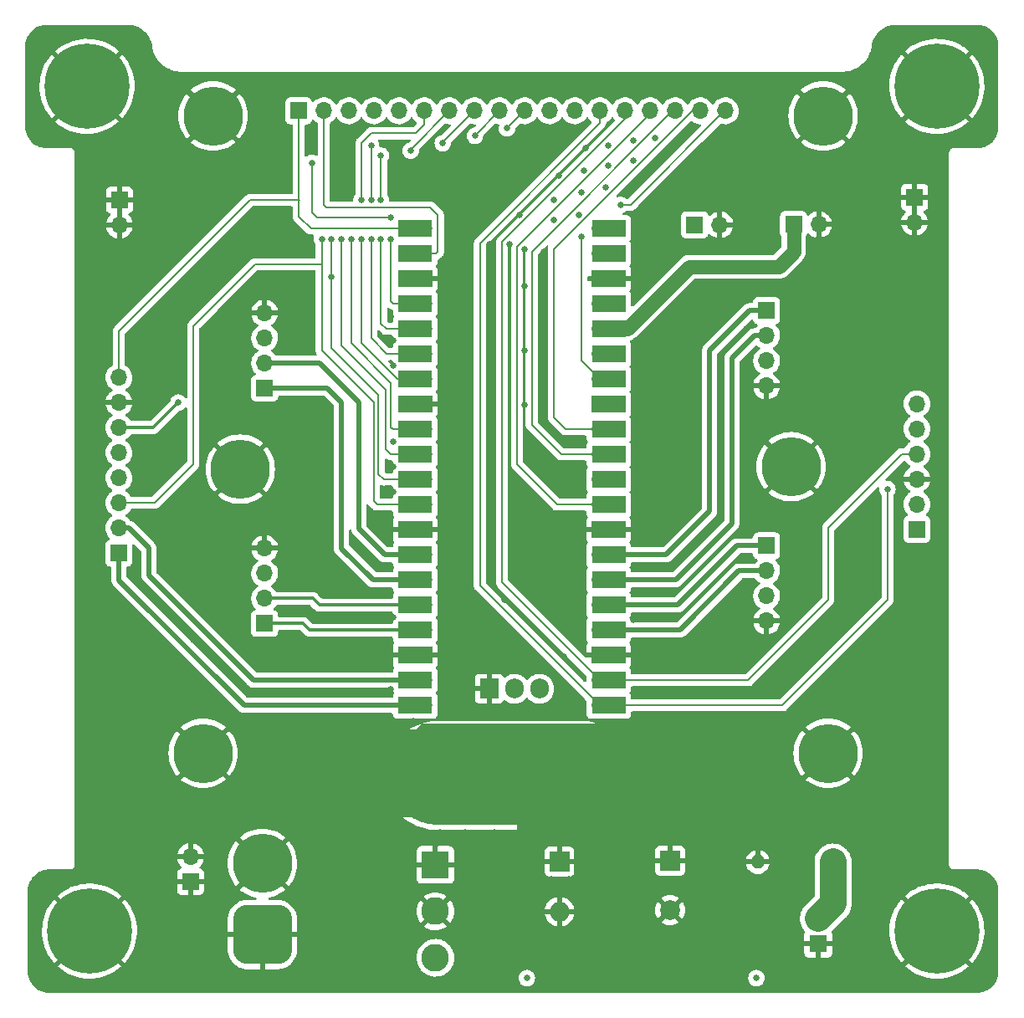
<source format=gbr>
%TF.GenerationSoftware,KiCad,Pcbnew,(6.0.9)*%
%TF.CreationDate,2022-12-14T14:47:05-05:00*%
%TF.ProjectId,Coaster_PCB_CDR,436f6173-7465-4725-9f50-43425f434452,rev?*%
%TF.SameCoordinates,Original*%
%TF.FileFunction,Copper,L1,Top*%
%TF.FilePolarity,Positive*%
%FSLAX46Y46*%
G04 Gerber Fmt 4.6, Leading zero omitted, Abs format (unit mm)*
G04 Created by KiCad (PCBNEW (6.0.9)) date 2022-12-14 14:47:05*
%MOMM*%
%LPD*%
G01*
G04 APERTURE LIST*
G04 Aperture macros list*
%AMRoundRect*
0 Rectangle with rounded corners*
0 $1 Rounding radius*
0 $2 $3 $4 $5 $6 $7 $8 $9 X,Y pos of 4 corners*
0 Add a 4 corners polygon primitive as box body*
4,1,4,$2,$3,$4,$5,$6,$7,$8,$9,$2,$3,0*
0 Add four circle primitives for the rounded corners*
1,1,$1+$1,$2,$3*
1,1,$1+$1,$4,$5*
1,1,$1+$1,$6,$7*
1,1,$1+$1,$8,$9*
0 Add four rect primitives between the rounded corners*
20,1,$1+$1,$2,$3,$4,$5,0*
20,1,$1+$1,$4,$5,$6,$7,0*
20,1,$1+$1,$6,$7,$8,$9,0*
20,1,$1+$1,$8,$9,$2,$3,0*%
G04 Aperture macros list end*
%TA.AperFunction,ComponentPad*%
%ADD10R,1.700000X1.700000*%
%TD*%
%TA.AperFunction,ComponentPad*%
%ADD11O,1.700000X1.700000*%
%TD*%
%TA.AperFunction,ComponentPad*%
%ADD12C,6.000000*%
%TD*%
%TA.AperFunction,ComponentPad*%
%ADD13R,2.794000X2.794000*%
%TD*%
%TA.AperFunction,ComponentPad*%
%ADD14C,2.794000*%
%TD*%
%TA.AperFunction,ComponentPad*%
%ADD15C,0.900000*%
%TD*%
%TA.AperFunction,ComponentPad*%
%ADD16C,8.600000*%
%TD*%
%TA.AperFunction,ComponentPad*%
%ADD17R,1.800000X1.800000*%
%TD*%
%TA.AperFunction,ComponentPad*%
%ADD18C,1.800000*%
%TD*%
%TA.AperFunction,ComponentPad*%
%ADD19R,2.000000X2.000000*%
%TD*%
%TA.AperFunction,ComponentPad*%
%ADD20O,2.000000X2.000000*%
%TD*%
%TA.AperFunction,ComponentPad*%
%ADD21C,2.000000*%
%TD*%
%TA.AperFunction,ComponentPad*%
%ADD22R,1.905000X2.000000*%
%TD*%
%TA.AperFunction,ComponentPad*%
%ADD23O,1.905000X2.000000*%
%TD*%
%TA.AperFunction,ComponentPad*%
%ADD24RoundRect,1.500000X1.500000X-1.500000X1.500000X1.500000X-1.500000X1.500000X-1.500000X-1.500000X0*%
%TD*%
%TA.AperFunction,ComponentPad*%
%ADD25C,1.400000*%
%TD*%
%TA.AperFunction,ComponentPad*%
%ADD26O,1.400000X1.400000*%
%TD*%
%TA.AperFunction,SMDPad,CuDef*%
%ADD27R,3.500000X1.700000*%
%TD*%
%TA.AperFunction,ViaPad*%
%ADD28C,0.650000*%
%TD*%
%TA.AperFunction,Conductor*%
%ADD29C,0.500000*%
%TD*%
%TA.AperFunction,Conductor*%
%ADD30C,10.000000*%
%TD*%
%TA.AperFunction,Conductor*%
%ADD31C,0.300000*%
%TD*%
%TA.AperFunction,Conductor*%
%ADD32C,2.700000*%
%TD*%
%TA.AperFunction,Conductor*%
%ADD33C,1.400000*%
%TD*%
%TA.AperFunction,Conductor*%
%ADD34C,0.200000*%
%TD*%
G04 APERTURE END LIST*
D10*
%TO.P,J17,1,Pin_1*%
%TO.N,GND*%
X167500000Y-75460000D03*
D11*
%TO.P,J17,2,Pin_2*%
X167500000Y-78000000D03*
%TD*%
D10*
%TO.P,J16,1,Pin_1*%
%TO.N,GND*%
X87025000Y-75750000D03*
D11*
%TO.P,J16,2,Pin_2*%
X87025000Y-78290000D03*
%TD*%
D12*
%TO.P,J11,1,Pin_1*%
%TO.N,GND*%
X95500000Y-131750000D03*
%TD*%
D10*
%TO.P,RF1,1,IN1*%
%TO.N,RF1*%
X152525000Y-86950000D03*
D11*
%TO.P,RF1,2,IN2*%
%TO.N,RF2*%
X152525000Y-89490000D03*
%TO.P,RF1,3,VM*%
%TO.N,+10V*%
X152525000Y-92030000D03*
%TO.P,RF1,4,GND*%
%TO.N,GND*%
X152525000Y-94570000D03*
%TD*%
D12*
%TO.P,J15,1,Pin_1*%
%TO.N,GND*%
X158250000Y-67250000D03*
%TD*%
D13*
%TO.P,SW1,1,A*%
%TO.N,VCC*%
X119000000Y-143051000D03*
D14*
%TO.P,SW1,2,B*%
%TO.N,Vcc_10v*%
X119000000Y-147750000D03*
%TO.P,SW1,3,C*%
%TO.N,unconnected-(SW1-Pad3)*%
X119000000Y-152449000D03*
%TD*%
D10*
%TO.P,J13,1,Pin_1*%
%TO.N,+3V3*%
X155250000Y-78225000D03*
D11*
%TO.P,J13,2,Pin_2*%
%TO.N,GND*%
X157790000Y-78225000D03*
%TD*%
D15*
%TO.P,H3,1,1*%
%TO.N,GND*%
X172030419Y-147469581D03*
X169750000Y-146525000D03*
D16*
X169750000Y-149750000D03*
D15*
X166525000Y-149750000D03*
X172030419Y-152030419D03*
X167469581Y-147469581D03*
X169750000Y-152975000D03*
X172975000Y-149750000D03*
X167469581Y-152030419D03*
%TD*%
D10*
%TO.P,J9,1,Pin_1*%
%TO.N,GPIO15*%
X86975000Y-111490000D03*
D11*
%TO.P,J9,2,Pin_2*%
%TO.N,CTS*%
X86975000Y-108950000D03*
%TO.P,J9,3,Pin_3*%
%TO.N,GPIO9*%
X86975000Y-106410000D03*
%TO.P,J9,4,Pin_4*%
%TO.N,GPIO8*%
X86975000Y-103870000D03*
%TO.P,J9,5,Pin_5*%
%TO.N,+3V3*%
X86975000Y-101330000D03*
%TO.P,J9,6,Pin_6*%
%TO.N,GPIO1*%
X86975000Y-98790000D03*
%TO.P,J9,7,Pin_7*%
%TO.N,GND*%
X86975000Y-96250000D03*
%TO.P,J9,8,Pin_8*%
%TO.N,DFU*%
X86975000Y-93710000D03*
%TD*%
D17*
%TO.P,D3,1,K*%
%TO.N,GND*%
X157750000Y-151025000D03*
D18*
%TO.P,D3,2,A*%
%TO.N,Net-(D3-Pad2)*%
X157750000Y-148485000D03*
%TD*%
D19*
%TO.P,D1,1,K*%
%TO.N,+10V*%
X131555000Y-142695354D03*
D20*
%TO.P,D1,2,A*%
%TO.N,Vcc_10v*%
X131555000Y-147775354D03*
%TD*%
D16*
%TO.P,H1,1,1*%
%TO.N,GND*%
X83750000Y-64250000D03*
D15*
X81469581Y-66530419D03*
X86030419Y-66530419D03*
X86975000Y-64250000D03*
X81469581Y-61969581D03*
X86030419Y-61969581D03*
X83750000Y-61025000D03*
X80525000Y-64250000D03*
X83750000Y-67475000D03*
%TD*%
D12*
%TO.P,J14,1,Pin_1*%
%TO.N,GND*%
X158750000Y-131750000D03*
%TD*%
%TO.P,J12,1,Pin_1*%
%TO.N,GND*%
X99250000Y-103000000D03*
%TD*%
D10*
%TO.P,J8,1,Pin_1*%
%TO.N,DFU*%
X105175000Y-66725000D03*
D11*
%TO.P,J8,2,Pin_2*%
%TO.N,GPIO1*%
X107715000Y-66725000D03*
%TO.P,J8,3,Pin_3*%
%TO.N,GPIO2*%
X110255000Y-66725000D03*
%TO.P,J8,4,Pin_4*%
%TO.N,GPIO3*%
X112795000Y-66725000D03*
%TO.P,J8,5,Pin_5*%
%TO.N,GPIO4*%
X115335000Y-66725000D03*
%TO.P,J8,6,Pin_6*%
%TO.N,GPIO5*%
X117875000Y-66725000D03*
%TO.P,J8,7,Pin_7*%
%TO.N,GPIO6*%
X120415000Y-66725000D03*
%TO.P,J8,8,Pin_8*%
%TO.N,GPIO7*%
X122955000Y-66725000D03*
%TO.P,J8,9,Pin_9*%
%TO.N,GPIO8*%
X125495000Y-66725000D03*
%TO.P,J8,10,Pin_10*%
%TO.N,GPIO9*%
X128035000Y-66725000D03*
%TO.P,J8,11,Pin_11*%
%TO.N,CTS*%
X130575000Y-66725000D03*
%TO.P,J8,12,Pin_12*%
%TO.N,GPIO15*%
X133115000Y-66725000D03*
%TO.P,J8,13,Pin_13*%
%TO.N,GPIO16*%
X135655000Y-66725000D03*
%TO.P,J8,14,Pin_14*%
%TO.N,GPIO17*%
X138195000Y-66725000D03*
%TO.P,J8,15,Pin_15*%
%TO.N,GPIO22*%
X140735000Y-66725000D03*
%TO.P,J8,16,Pin_16*%
%TO.N,GPIO26*%
X143275000Y-66725000D03*
%TO.P,J8,17,Pin_17*%
%TO.N,GPIO27*%
X145815000Y-66725000D03*
%TO.P,J8,18,Pin_18*%
%TO.N,GPIO28*%
X148355000Y-66725000D03*
%TD*%
D19*
%TO.P,C1,1*%
%TO.N,+10V*%
X142750000Y-142632323D03*
D21*
%TO.P,C1,2*%
%TO.N,GND*%
X142750000Y-147632323D03*
%TD*%
D12*
%TO.P,J5,1,Pin_1*%
%TO.N,GND*%
X96500000Y-67250000D03*
%TD*%
D22*
%TO.P,U2,1,GND*%
%TO.N,GND*%
X124460000Y-125222500D03*
D23*
%TO.P,U2,2,VI*%
%TO.N,VSYS*%
X127000000Y-125222500D03*
%TO.P,U2,3,VO*%
%TO.N,+10V*%
X129540000Y-125222500D03*
%TD*%
D10*
%TO.P,J2,1,Pin_1*%
%TO.N,unconnected-(J2-Pad1)*%
X167725000Y-109075000D03*
D11*
%TO.P,J2,2,Pin_2*%
%TO.N,+3V3*%
X167725000Y-106535000D03*
%TO.P,J2,3,Pin_3*%
%TO.N,GND*%
X167725000Y-103995000D03*
%TO.P,J2,4,Pin_4*%
%TO.N,GPIO17*%
X167725000Y-101455000D03*
%TO.P,J2,5,Pin_5*%
%TO.N,GPIO16*%
X167725000Y-98915000D03*
%TO.P,J2,6,Pin_6*%
%TO.N,unconnected-(J2-Pad6)*%
X167725000Y-96375000D03*
%TD*%
D10*
%TO.P,J4,1,Pin_1*%
%TO.N,VSYS*%
X145250000Y-78252500D03*
D11*
%TO.P,J4,2,Pin_2*%
%TO.N,GND*%
X147790000Y-78252500D03*
%TD*%
D15*
%TO.P,H2,1,1*%
%TO.N,GND*%
X167469581Y-61969581D03*
X166525000Y-64250000D03*
D16*
X169750000Y-64250000D03*
D15*
X169750000Y-61025000D03*
X169750000Y-67475000D03*
X172030419Y-61969581D03*
X167469581Y-66530419D03*
X172030419Y-66530419D03*
X172975000Y-64250000D03*
%TD*%
D24*
%TO.P,J1,1,Pin_1*%
%TO.N,GND*%
X101500000Y-150100000D03*
D12*
%TO.P,J1,2,Pin_2*%
%TO.N,VCC*%
X101500000Y-142900000D03*
%TD*%
D10*
%TO.P,J6,1,Pin_1*%
%TO.N,GND*%
X94225000Y-144750000D03*
D11*
%TO.P,J6,2,Pin_2*%
%TO.N,VCC*%
X94225000Y-142210000D03*
%TD*%
D25*
%TO.P,R1,1*%
%TO.N,Net-(D3-Pad2)*%
X159250000Y-142750000D03*
D26*
%TO.P,R1,2*%
%TO.N,+10V*%
X151630000Y-142750000D03*
%TD*%
D10*
%TO.P,LB1,1,IN1*%
%TO.N,LB1*%
X101725000Y-118620000D03*
D11*
%TO.P,LB1,2,IN2*%
%TO.N,LB2*%
X101725000Y-116080000D03*
%TO.P,LB1,3,VM*%
%TO.N,+10V*%
X101725000Y-113540000D03*
%TO.P,LB1,4,GND*%
%TO.N,GND*%
X101725000Y-111000000D03*
%TD*%
D15*
%TO.P,H4,1,1*%
%TO.N,GND*%
X87225000Y-149750000D03*
X80775000Y-149750000D03*
X84000000Y-146525000D03*
X81719581Y-147469581D03*
X81719581Y-152030419D03*
D16*
X84000000Y-149750000D03*
D15*
X86280419Y-152030419D03*
X86280419Y-147469581D03*
X84000000Y-152975000D03*
%TD*%
D10*
%TO.P,LF1,1,IN1*%
%TO.N,LF1*%
X101725000Y-94800000D03*
D11*
%TO.P,LF1,2,IN2*%
%TO.N,LF2*%
X101725000Y-92260000D03*
%TO.P,LF1,3,VM*%
%TO.N,+10V*%
X101725000Y-89720000D03*
%TO.P,LF1,4,GND*%
%TO.N,GND*%
X101725000Y-87180000D03*
%TD*%
D12*
%TO.P,J7,1,Pin_1*%
%TO.N,+10V*%
X119250000Y-134027500D03*
%TD*%
%TO.P,J3,1,Pin_1*%
%TO.N,+10V*%
X133750000Y-134027500D03*
%TD*%
%TO.P,J10,1,Pin_1*%
%TO.N,GND*%
X155000000Y-102750000D03*
%TD*%
D10*
%TO.P,RB1,1,IN1*%
%TO.N,RB1*%
X152525000Y-110750000D03*
D11*
%TO.P,RB1,2,IN2*%
%TO.N,RB2*%
X152525000Y-113290000D03*
%TO.P,RB1,3,VM*%
%TO.N,+10V*%
X152525000Y-115830000D03*
%TO.P,RB1,4,GND*%
%TO.N,GND*%
X152525000Y-118370000D03*
%TD*%
D27*
%TO.P,U1,1,GPIO0*%
%TO.N,DFU*%
X116960000Y-78647500D03*
D11*
X117860000Y-78647500D03*
%TO.P,U1,2,GPIO1*%
%TO.N,GPIO1*%
X117860000Y-81187500D03*
D27*
X116960000Y-81187500D03*
D10*
%TO.P,U1,3,GND*%
%TO.N,GND*%
X117860000Y-83727500D03*
D27*
X116960000Y-83727500D03*
D11*
%TO.P,U1,4,GPIO2*%
%TO.N,GPIO2*%
X117860000Y-86267500D03*
D27*
X116960000Y-86267500D03*
D11*
%TO.P,U1,5,GPIO3*%
%TO.N,GPIO3*%
X117860000Y-88807500D03*
D27*
X116960000Y-88807500D03*
%TO.P,U1,6,GPIO4*%
%TO.N,GPIO4*%
X116960000Y-91347500D03*
D11*
X117860000Y-91347500D03*
D27*
%TO.P,U1,7,GPIO5*%
%TO.N,GPIO5*%
X116960000Y-93887500D03*
D11*
X117860000Y-93887500D03*
D10*
%TO.P,U1,8,GND*%
%TO.N,GND*%
X117860000Y-96427500D03*
D27*
X116960000Y-96427500D03*
%TO.P,U1,9,GPIO6*%
%TO.N,GPIO6*%
X116960000Y-98967500D03*
D11*
X117860000Y-98967500D03*
%TO.P,U1,10,GPIO7*%
%TO.N,GPIO7*%
X117860000Y-101507500D03*
D27*
X116960000Y-101507500D03*
%TO.P,U1,11,GPIO8*%
%TO.N,GPIO8*%
X116960000Y-104047500D03*
D11*
X117860000Y-104047500D03*
%TO.P,U1,12,GPIO9*%
%TO.N,GPIO9*%
X117860000Y-106587500D03*
D27*
X116960000Y-106587500D03*
D10*
%TO.P,U1,13,GND*%
%TO.N,GND*%
X117860000Y-109127500D03*
D27*
X116960000Y-109127500D03*
D11*
%TO.P,U1,14,GPIO10*%
%TO.N,LF2*%
X117860000Y-111667500D03*
D27*
X116960000Y-111667500D03*
%TO.P,U1,15,GPIO11*%
%TO.N,LF1*%
X116960000Y-114207500D03*
D11*
X117860000Y-114207500D03*
%TO.P,U1,16,GPIO12*%
%TO.N,LB2*%
X117860000Y-116747500D03*
D27*
X116960000Y-116747500D03*
%TO.P,U1,17,GPIO13*%
%TO.N,LB1*%
X116960000Y-119287500D03*
D11*
X117860000Y-119287500D03*
D10*
%TO.P,U1,18,GND*%
%TO.N,GND*%
X117860000Y-121827500D03*
D27*
X116960000Y-121827500D03*
D11*
%TO.P,U1,19,GPIO14*%
%TO.N,CTS*%
X117860000Y-124367500D03*
D27*
X116960000Y-124367500D03*
D11*
%TO.P,U1,20,GPIO15*%
%TO.N,GPIO15*%
X117860000Y-126907500D03*
D27*
X116960000Y-126907500D03*
D11*
%TO.P,U1,21,GPIO16*%
%TO.N,GPIO16*%
X135640000Y-126907500D03*
D27*
X136540000Y-126907500D03*
D11*
%TO.P,U1,22,GPIO17*%
%TO.N,GPIO17*%
X135640000Y-124367500D03*
D27*
X136540000Y-124367500D03*
%TO.P,U1,23,GND*%
%TO.N,GND*%
X136540000Y-121827500D03*
D10*
X135640000Y-121827500D03*
D27*
%TO.P,U1,24,GPIO18*%
%TO.N,RB2*%
X136540000Y-119287500D03*
D11*
X135640000Y-119287500D03*
D27*
%TO.P,U1,25,GPIO19*%
%TO.N,RB1*%
X136540000Y-116747500D03*
D11*
X135640000Y-116747500D03*
%TO.P,U1,26,GPIO20*%
%TO.N,RF2*%
X135640000Y-114207500D03*
D27*
X136540000Y-114207500D03*
D11*
%TO.P,U1,27,GPIO21*%
%TO.N,RF1*%
X135640000Y-111667500D03*
D27*
X136540000Y-111667500D03*
D10*
%TO.P,U1,28,GND*%
%TO.N,GND*%
X135640000Y-109127500D03*
D27*
X136540000Y-109127500D03*
%TO.P,U1,29,GPIO22*%
%TO.N,GPIO22*%
X136540000Y-106587500D03*
D11*
X135640000Y-106587500D03*
%TO.P,U1,30,RUN*%
%TO.N,unconnected-(U1-Pad30)*%
X135640000Y-104047500D03*
D27*
X136540000Y-104047500D03*
D11*
%TO.P,U1,31,GPIO26_ADC0*%
%TO.N,GPIO26*%
X135640000Y-101507500D03*
D27*
X136540000Y-101507500D03*
D11*
%TO.P,U1,32,GPIO27_ADC1*%
%TO.N,GPIO27*%
X135640000Y-98967500D03*
D27*
X136540000Y-98967500D03*
%TO.P,U1,33,AGND*%
%TO.N,unconnected-(U1-Pad33)*%
X136540000Y-96427500D03*
D10*
X135640000Y-96427500D03*
D11*
%TO.P,U1,34,GPIO28_ADC2*%
%TO.N,GPIO28*%
X135640000Y-93887500D03*
D27*
X136540000Y-93887500D03*
%TO.P,U1,35,ADC_VREF*%
%TO.N,unconnected-(U1-Pad35)*%
X136540000Y-91347500D03*
D11*
X135640000Y-91347500D03*
D27*
%TO.P,U1,36,3V3*%
%TO.N,+3V3*%
X136540000Y-88807500D03*
D11*
X135640000Y-88807500D03*
D27*
%TO.P,U1,37,3V3_EN*%
%TO.N,unconnected-(U1-Pad37)*%
X136540000Y-86267500D03*
D11*
X135640000Y-86267500D03*
D10*
%TO.P,U1,38,GND*%
%TO.N,GND*%
X135640000Y-83727500D03*
D27*
X136540000Y-83727500D03*
D11*
%TO.P,U1,39,VSYS*%
%TO.N,VSYS*%
X135640000Y-81187500D03*
D27*
X136540000Y-81187500D03*
%TO.P,U1,40,VBUS*%
%TO.N,unconnected-(U1-Pad40)*%
X136540000Y-78647500D03*
D11*
X135640000Y-78647500D03*
%TD*%
D28*
%TO.N,*%
X151500000Y-154500000D03*
X128250000Y-154500000D03*
%TO.N,GND*%
X114500000Y-122000000D03*
X121250000Y-83750000D03*
X94000000Y-75750000D03*
X114750000Y-102750000D03*
X110500000Y-70250000D03*
X139250000Y-105500000D03*
X130250000Y-112000000D03*
X134250000Y-70500000D03*
X166750000Y-119250000D03*
X153750000Y-140500000D03*
X124750000Y-102750000D03*
X128750000Y-101000000D03*
X163250000Y-88250000D03*
X142250000Y-150750000D03*
X150500000Y-121000000D03*
X130250000Y-109750000D03*
X99750000Y-87000000D03*
X134500000Y-144500000D03*
X110000000Y-139750000D03*
X150000000Y-125750000D03*
X129750000Y-93500000D03*
X130250000Y-98500000D03*
X144000000Y-69500000D03*
X115000000Y-151500000D03*
X88500000Y-90750000D03*
X159750000Y-84250000D03*
X154750000Y-94500000D03*
X112750000Y-155500000D03*
X139250000Y-98250000D03*
X136500000Y-70250000D03*
X99500000Y-119000000D03*
X139250000Y-83000000D03*
X130000000Y-87750000D03*
X124500000Y-112500000D03*
X157750000Y-76500000D03*
X121250000Y-105750000D03*
X121250000Y-89000000D03*
X124500000Y-127500000D03*
X99500000Y-116000000D03*
X107250000Y-139500000D03*
X94500000Y-120250000D03*
X139000000Y-69750000D03*
X114750000Y-118000000D03*
X115000000Y-153250000D03*
X103000000Y-155500000D03*
X144750000Y-150500000D03*
X104000000Y-86250000D03*
X107750000Y-155500000D03*
X108750000Y-72000000D03*
X141500000Y-71750000D03*
X149000000Y-86000000D03*
X139000000Y-113000000D03*
X139250000Y-90000000D03*
X114250000Y-109250000D03*
X131500000Y-73250000D03*
X141250000Y-69500000D03*
X131250000Y-69250000D03*
X162000000Y-115750000D03*
X116750000Y-128500000D03*
X150250000Y-112000000D03*
X121250000Y-109750000D03*
X124500000Y-91750000D03*
X94000000Y-114250000D03*
X124500000Y-76000000D03*
X155750000Y-122500000D03*
X127750000Y-112000000D03*
X114000000Y-139750000D03*
X101000000Y-155500000D03*
X114750000Y-100250000D03*
X133250000Y-119750000D03*
X99500000Y-94750000D03*
X157750000Y-79750000D03*
X150500000Y-94750000D03*
X155000000Y-92250000D03*
X126750000Y-144500000D03*
X121250000Y-104000000D03*
X92250000Y-76250000D03*
X165500000Y-88500000D03*
X114500000Y-125250000D03*
X91500000Y-73500000D03*
X148500000Y-146500000D03*
X105250000Y-155500000D03*
X137750000Y-151500000D03*
X103500000Y-70500000D03*
X131000000Y-75750000D03*
X92500000Y-155500000D03*
X103250000Y-73750000D03*
X89500000Y-115000000D03*
X139000000Y-110500000D03*
X91500000Y-75750000D03*
X124500000Y-108000000D03*
X121250000Y-118000000D03*
X94000000Y-73500000D03*
X130500000Y-103000000D03*
X93250000Y-113750000D03*
X124500000Y-96500000D03*
X125000000Y-142750000D03*
X166500000Y-88500000D03*
X126250000Y-127500000D03*
X124500000Y-80250000D03*
X128000000Y-96500000D03*
X114750000Y-105250000D03*
X122000000Y-139750000D03*
X131000000Y-77750000D03*
X139000000Y-120750000D03*
X99750000Y-92500000D03*
X95750000Y-113750000D03*
X121250000Y-121500000D03*
X126500000Y-80250000D03*
X103000000Y-121000000D03*
X130000000Y-81000000D03*
X139000000Y-108000000D03*
X139750000Y-150000000D03*
X110250000Y-155500000D03*
X128000000Y-80750000D03*
X125000000Y-141250000D03*
X139250000Y-95750000D03*
X96000000Y-155500000D03*
X114500000Y-87500000D03*
X164750000Y-88000000D03*
X159250000Y-89500000D03*
X139250000Y-103250000D03*
X97500000Y-123000000D03*
X136750000Y-144500000D03*
X147750000Y-79750000D03*
X125000000Y-139750000D03*
X153500000Y-144750000D03*
X124500000Y-87250000D03*
X136250000Y-74500000D03*
X120250000Y-123000000D03*
X128000000Y-84500000D03*
X164750000Y-85750000D03*
X131750000Y-127500000D03*
X133500000Y-77250000D03*
X133500000Y-127500000D03*
X93250000Y-76250000D03*
X127750000Y-72500000D03*
X93250000Y-111500000D03*
X119250000Y-155500000D03*
X136500000Y-72250000D03*
X124500000Y-72750000D03*
X139250000Y-92750000D03*
X139250000Y-125750000D03*
X163000000Y-97750000D03*
X167250000Y-85750000D03*
X121250000Y-99500000D03*
X103500000Y-79250000D03*
X124500000Y-83250000D03*
X132500000Y-144500000D03*
X114750000Y-92500000D03*
X150500000Y-88750000D03*
X129500000Y-112500000D03*
X121250000Y-113750000D03*
X94250000Y-155500000D03*
X114750000Y-90000000D03*
X117000000Y-155500000D03*
X128000000Y-91000000D03*
X137750000Y-153000000D03*
X139250000Y-100750000D03*
X115000000Y-155500000D03*
X127750000Y-109750000D03*
X139250000Y-123250000D03*
X139500000Y-85000000D03*
X154750000Y-110750000D03*
X169750000Y-122500000D03*
X167250000Y-88000000D03*
X119500000Y-139750000D03*
X129500000Y-70750000D03*
X100500000Y-132750000D03*
X166000000Y-116500000D03*
X134000000Y-72750000D03*
X126000000Y-116250000D03*
X168500000Y-116500000D03*
X95750000Y-111500000D03*
X149250000Y-78250000D03*
X153500000Y-124250000D03*
X121750000Y-73500000D03*
X146250000Y-85500000D03*
X90750000Y-104750000D03*
X121500000Y-127500000D03*
X114500000Y-113000000D03*
X98500000Y-155500000D03*
X127500000Y-77250000D03*
X158500000Y-119750000D03*
X168500000Y-118750000D03*
X103500000Y-117500000D03*
X92750000Y-98000000D03*
X95000000Y-114250000D03*
X132000000Y-122000000D03*
X102250000Y-97250000D03*
X114500000Y-115500000D03*
X151750000Y-79750000D03*
X155500000Y-85750000D03*
X166000000Y-118750000D03*
X92250000Y-117750000D03*
X139000000Y-71750000D03*
X147750000Y-76500000D03*
X128500000Y-112500000D03*
X133750000Y-75000000D03*
X138250000Y-144500000D03*
X123000000Y-127500000D03*
X161750000Y-109750000D03*
X137750000Y-149250000D03*
X139000000Y-74250000D03*
X121250000Y-76250000D03*
X121250000Y-94250000D03*
X128250000Y-144500000D03*
X100500000Y-125500000D03*
X142000000Y-81750000D03*
X154500000Y-89500000D03*
X125250000Y-144500000D03*
X93500000Y-101500000D03*
X159500000Y-78250000D03*
X147250000Y-149000000D03*
X130750000Y-144500000D03*
X154500000Y-113500000D03*
X121250000Y-79750000D03*
X116750000Y-139750000D03*
X91750000Y-103000000D03*
X139000000Y-118250000D03*
X139250000Y-77500000D03*
X120000000Y-127500000D03*
X167750000Y-119250000D03*
X106250000Y-69500000D03*
%TO.N,GPIO16*%
X164750000Y-105000000D03*
%TO.N,GPIO1*%
X93000000Y-96250000D03*
%TO.N,GPIO2*%
X106500000Y-72000000D03*
X114500000Y-77500000D03*
X114500000Y-79750000D03*
%TO.N,GPIO3*%
X113500000Y-71250000D03*
X113500000Y-75750000D03*
X113500000Y-79750000D03*
%TO.N,GPIO4*%
X112500000Y-79750000D03*
X112500000Y-70250000D03*
X112500000Y-75750000D03*
%TO.N,GPIO5*%
X111500000Y-75750000D03*
X111500000Y-79750000D03*
%TO.N,GPIO6*%
X110500000Y-79750000D03*
X116500000Y-70750000D03*
%TO.N,GPIO7*%
X119750000Y-70000000D03*
X109500000Y-79750000D03*
%TO.N,GPIO8*%
X108500000Y-79750000D03*
X123000000Y-69250000D03*
X108500000Y-83500000D03*
%TO.N,GPIO9*%
X107500000Y-79750000D03*
X126250000Y-68500000D03*
%TO.N,GPIO28*%
X137750000Y-76250000D03*
X133750000Y-79500000D03*
%TD*%
D29*
%TO.N,LF1*%
X109500000Y-96250000D02*
X108050000Y-94800000D01*
X112680000Y-114207500D02*
X109500000Y-111027500D01*
X117860000Y-114207500D02*
X112680000Y-114207500D01*
X108050000Y-94800000D02*
X101725000Y-94800000D01*
X109500000Y-111027500D02*
X109500000Y-96250000D01*
%TO.N,LF2*%
X111250000Y-96250000D02*
X107260000Y-92260000D01*
X107260000Y-92260000D02*
X101725000Y-92260000D01*
X113890000Y-111667500D02*
X111250000Y-109027500D01*
X117860000Y-111667500D02*
X113890000Y-111667500D01*
X111250000Y-109027500D02*
X111250000Y-96250000D01*
D30*
%TO.N,+10V*%
X119250000Y-134000000D02*
X133750000Y-134000000D01*
D29*
%TO.N,RB1*%
X135640000Y-116747500D02*
X143530000Y-116747500D01*
X143530000Y-116747500D02*
X149527500Y-110750000D01*
X149527500Y-110750000D02*
X152525000Y-110750000D01*
%TO.N,RB2*%
X143740000Y-119287500D02*
X149737500Y-113290000D01*
X135640000Y-119287500D02*
X143740000Y-119287500D01*
X149737500Y-113290000D02*
X152525000Y-113290000D01*
D31*
%TO.N,LB1*%
X105620000Y-118620000D02*
X106287500Y-119287500D01*
X106287500Y-119287500D02*
X117860000Y-119287500D01*
X101725000Y-118620000D02*
X105620000Y-118620000D01*
%TO.N,LB2*%
X107247500Y-116747500D02*
X117860000Y-116747500D01*
X101725000Y-116080000D02*
X106580000Y-116080000D01*
X106580000Y-116080000D02*
X107247500Y-116747500D01*
D29*
%TO.N,RF1*%
X142332500Y-111667500D02*
X135640000Y-111667500D01*
X146750000Y-91000000D02*
X146750000Y-107250000D01*
X146750000Y-107250000D02*
X142332500Y-111667500D01*
X150800000Y-86950000D02*
X146750000Y-91000000D01*
X152525000Y-86950000D02*
X150800000Y-86950000D01*
%TO.N,RF2*%
X143320000Y-114207500D02*
X135640000Y-114207500D01*
X151275000Y-89490000D02*
X149000000Y-91765000D01*
X149000000Y-91765000D02*
X149000000Y-108527500D01*
X149000000Y-108527500D02*
X143320000Y-114207500D01*
X152525000Y-89490000D02*
X151275000Y-89490000D01*
D32*
%TO.N,Net-(D3-Pad2)*%
X159250000Y-146985000D02*
X157750000Y-148485000D01*
X159250000Y-142750000D02*
X159250000Y-146985000D01*
D33*
%TO.N,+3V3*%
X155250000Y-81000000D02*
X155250000Y-78225000D01*
X144707500Y-82500000D02*
X153750000Y-82500000D01*
X135640000Y-88807500D02*
X138400000Y-88807500D01*
X153750000Y-82500000D02*
X155250000Y-81000000D01*
X138400000Y-88807500D02*
X144707500Y-82500000D01*
D34*
%TO.N,GPIO16*%
X135640000Y-126907500D02*
X123500000Y-114767500D01*
X154092500Y-126907500D02*
X164750000Y-116250000D01*
X135655000Y-67970000D02*
X135655000Y-66725000D01*
X123500000Y-114767500D02*
X123500000Y-80125000D01*
X135640000Y-126907500D02*
X154092500Y-126907500D01*
X164750000Y-116250000D02*
X164750000Y-105000000D01*
X123500000Y-80125000D02*
X135655000Y-67970000D01*
%TO.N,GPIO17*%
X166225000Y-101455000D02*
X167725000Y-101455000D01*
X158750000Y-116250000D02*
X158750000Y-108930000D01*
X125750000Y-80000000D02*
X138195000Y-67555000D01*
X158750000Y-108930000D02*
X166225000Y-101455000D01*
X138195000Y-67555000D02*
X138195000Y-66725000D01*
X150632500Y-124367500D02*
X158750000Y-116250000D01*
X135640000Y-124367500D02*
X150632500Y-124367500D01*
X125750000Y-114477500D02*
X125750000Y-80000000D01*
X135640000Y-124367500D02*
X125750000Y-114477500D01*
%TO.N,GPIO1*%
X119250000Y-81000000D02*
X119250000Y-77250000D01*
X118500000Y-76500000D02*
X108000000Y-76500000D01*
X107715000Y-76215000D02*
X107715000Y-66725000D01*
X117860000Y-81187500D02*
X119062500Y-81187500D01*
X108000000Y-76500000D02*
X107715000Y-76215000D01*
D31*
X93000000Y-96250000D02*
X90460000Y-98790000D01*
D34*
X119250000Y-77250000D02*
X118500000Y-76500000D01*
D31*
X90460000Y-98790000D02*
X86975000Y-98790000D01*
D34*
X119062500Y-81187500D02*
X119250000Y-81000000D01*
%TO.N,GPIO2*%
X107000000Y-77500000D02*
X106500000Y-77000000D01*
X114500000Y-86000000D02*
X114500000Y-79750000D01*
X116282500Y-86250000D02*
X114750000Y-86250000D01*
X114750000Y-86250000D02*
X114500000Y-86000000D01*
X106500000Y-77000000D02*
X106500000Y-72000000D01*
X114500000Y-77500000D02*
X107000000Y-77500000D01*
%TO.N,GPIO3*%
X117860000Y-88807500D02*
X114057500Y-88807500D01*
X113500000Y-88250000D02*
X113500000Y-79750000D01*
X113500000Y-75750000D02*
X113500000Y-71250000D01*
X113500000Y-88250000D02*
X114057500Y-88807500D01*
%TO.N,GPIO4*%
X112500000Y-89750000D02*
X114097500Y-91347500D01*
X112500000Y-75750000D02*
X112500000Y-70250000D01*
X117860000Y-91347500D02*
X114097500Y-91347500D01*
X112500000Y-89750000D02*
X112500000Y-79750000D01*
%TO.N,GPIO5*%
X117875000Y-68125000D02*
X117875000Y-66725000D01*
X111500000Y-75750000D02*
X111500000Y-70000000D01*
X117000000Y-69000000D02*
X117875000Y-68125000D01*
X115137500Y-93887500D02*
X111500000Y-90250000D01*
X112500000Y-69000000D02*
X117000000Y-69000000D01*
X111500000Y-70000000D02*
X112500000Y-69000000D01*
X117860000Y-93887500D02*
X115137500Y-93887500D01*
X111500000Y-90250000D02*
X111500000Y-79750000D01*
%TO.N,GPIO6*%
X114500000Y-94250000D02*
X110500000Y-90250000D01*
X117860000Y-98967500D02*
X114717500Y-98967500D01*
X114717500Y-98967500D02*
X114500000Y-98750000D01*
X120415000Y-66725000D02*
X116500000Y-70640000D01*
X110500000Y-90250000D02*
X110500000Y-79750000D01*
X116500000Y-70640000D02*
X116500000Y-70750000D01*
X114500000Y-98750000D02*
X114500000Y-94250000D01*
%TO.N,GPIO7*%
X114500000Y-101500000D02*
X114000000Y-101000000D01*
X114000000Y-101000000D02*
X114000000Y-95000000D01*
X119750000Y-70000000D02*
X119750000Y-69930000D01*
X119750000Y-69930000D02*
X122955000Y-66725000D01*
X114000000Y-95000000D02*
X109500000Y-90500000D01*
X109500000Y-90500000D02*
X109500000Y-79750000D01*
X117852500Y-101500000D02*
X114500000Y-101500000D01*
%TO.N,GPIO8*%
X113250000Y-103500000D02*
X113797500Y-104047500D01*
X108500000Y-83500000D02*
X108500000Y-79750000D01*
X113797500Y-104047500D02*
X117860000Y-104047500D01*
X113250000Y-95500000D02*
X113250000Y-103500000D01*
X108500000Y-90750000D02*
X113250000Y-95500000D01*
X123000000Y-69250000D02*
X123000000Y-69220000D01*
X123000000Y-69220000D02*
X125495000Y-66725000D01*
X108500000Y-83500000D02*
X108500000Y-90750000D01*
%TO.N,GPIO9*%
X90590000Y-106410000D02*
X86975000Y-106410000D01*
X107500000Y-82250000D02*
X107500000Y-79750000D01*
X94500000Y-102500000D02*
X90590000Y-106410000D01*
X107500000Y-84250000D02*
X107500000Y-91000000D01*
X113087500Y-106587500D02*
X117860000Y-106587500D01*
X112750000Y-106250000D02*
X113087500Y-106587500D01*
X112750000Y-96250000D02*
X112750000Y-106250000D01*
X107500000Y-91000000D02*
X112750000Y-96250000D01*
X107500000Y-82250000D02*
X100750000Y-82250000D01*
X94500000Y-88500000D02*
X94500000Y-102500000D01*
X107500000Y-84250000D02*
X107500000Y-82250000D01*
X100750000Y-82250000D02*
X94500000Y-88500000D01*
X126260000Y-68500000D02*
X128035000Y-66725000D01*
D29*
%TO.N,GPIO15*%
X86975000Y-114225000D02*
X86975000Y-111490000D01*
X117860000Y-126907500D02*
X99657500Y-126907500D01*
X99657500Y-126907500D02*
X86975000Y-114225000D01*
D34*
%TO.N,GPIO22*%
X127250000Y-102500000D02*
X127250000Y-80500000D01*
X131337500Y-106587500D02*
X127250000Y-102500000D01*
X135640000Y-106587500D02*
X131337500Y-106587500D01*
X127250000Y-80500000D02*
X140735000Y-67015000D01*
%TO.N,GPIO26*%
X131757500Y-101507500D02*
X128750000Y-98500000D01*
X128750000Y-98500000D02*
X128750000Y-81000000D01*
X128750000Y-81000000D02*
X143025000Y-66725000D01*
X135640000Y-101507500D02*
X131757500Y-101507500D01*
%TO.N,GPIO27*%
X131000000Y-80750000D02*
X145025000Y-66725000D01*
X131000000Y-97750000D02*
X131000000Y-80750000D01*
X145025000Y-66725000D02*
X145815000Y-66725000D01*
X135640000Y-98967500D02*
X132217500Y-98967500D01*
X132217500Y-98967500D02*
X131000000Y-97750000D01*
%TO.N,GPIO28*%
X135640000Y-93887500D02*
X133750000Y-91997500D01*
X137750000Y-76250000D02*
X138750000Y-76250000D01*
X133750000Y-91997500D02*
X133750000Y-79500000D01*
X138750000Y-76250000D02*
X148275000Y-66725000D01*
D29*
%TO.N,CTS*%
X90000000Y-111000000D02*
X87950000Y-108950000D01*
X87950000Y-108950000D02*
X86975000Y-108950000D01*
X90000000Y-113750000D02*
X90000000Y-111000000D01*
X100617500Y-124367500D02*
X90000000Y-113750000D01*
X117860000Y-124367500D02*
X100617500Y-124367500D01*
D34*
%TO.N,DFU*%
X117860000Y-78647500D02*
X106397500Y-78647500D01*
X105175000Y-77425000D02*
X105175000Y-75575000D01*
X86975000Y-89025000D02*
X86975000Y-93710000D01*
X105250000Y-75750000D02*
X100250000Y-75750000D01*
X106397500Y-78647500D02*
X105175000Y-77425000D01*
X105175000Y-75575000D02*
X105175000Y-66725000D01*
X100250000Y-75750000D02*
X86975000Y-89025000D01*
%TD*%
%TA.AperFunction,Conductor*%
%TO.N,+10V*%
G36*
X115931413Y-128770002D02*
G01*
X115977906Y-128823658D01*
X115981062Y-128831764D01*
X115982325Y-128834601D01*
X115984366Y-128840882D01*
X115987669Y-128846603D01*
X116068667Y-128986898D01*
X116068670Y-128986902D01*
X116071970Y-128992618D01*
X116189208Y-129122823D01*
X116330954Y-129225808D01*
X116336982Y-129228492D01*
X116336984Y-129228493D01*
X116484985Y-129294387D01*
X116491016Y-129297072D01*
X116576706Y-129315286D01*
X116655939Y-129332128D01*
X116655943Y-129332128D01*
X116662396Y-129333500D01*
X116837604Y-129333500D01*
X116844057Y-129332128D01*
X116844061Y-129332128D01*
X116923294Y-129315286D01*
X117008984Y-129297072D01*
X117015015Y-129294387D01*
X117163016Y-129228493D01*
X117163018Y-129228492D01*
X117169046Y-129225808D01*
X117310792Y-129122823D01*
X117428030Y-128992618D01*
X117431330Y-128986902D01*
X117431333Y-128986898D01*
X117512331Y-128846603D01*
X117515634Y-128840882D01*
X117517675Y-128834601D01*
X117520361Y-128828568D01*
X117522141Y-128829361D01*
X117556951Y-128778456D01*
X117622349Y-128750821D01*
X117636708Y-128750000D01*
X153624000Y-128750000D01*
X153692121Y-128770002D01*
X153738614Y-128823658D01*
X153750000Y-128876000D01*
X153750000Y-139545846D01*
X153729998Y-139613967D01*
X153676342Y-139660460D01*
X153650197Y-139669093D01*
X153491016Y-139702928D01*
X153484987Y-139705613D01*
X153484985Y-139705613D01*
X153336985Y-139771507D01*
X153336983Y-139771508D01*
X153330955Y-139774192D01*
X153189208Y-139877177D01*
X153184795Y-139882079D01*
X153184793Y-139882080D01*
X153076389Y-140002474D01*
X153071970Y-140007382D01*
X153068670Y-140013098D01*
X153068667Y-140013102D01*
X153005321Y-140122823D01*
X152984366Y-140159118D01*
X152930223Y-140325751D01*
X152929533Y-140332317D01*
X152929532Y-140332321D01*
X152914452Y-140475808D01*
X152911909Y-140500000D01*
X152912599Y-140506565D01*
X152925276Y-140627177D01*
X152930223Y-140674249D01*
X152984366Y-140840882D01*
X152987669Y-140846603D01*
X153068667Y-140986898D01*
X153068670Y-140986902D01*
X153071970Y-140992618D01*
X153189208Y-141122823D01*
X153194547Y-141126702D01*
X153300092Y-141203385D01*
X153330954Y-141225808D01*
X153336982Y-141228492D01*
X153336984Y-141228493D01*
X153484985Y-141294387D01*
X153491016Y-141297072D01*
X153632141Y-141327069D01*
X153650197Y-141330907D01*
X153712670Y-141364635D01*
X153746992Y-141426785D01*
X153750000Y-141454154D01*
X153750000Y-143795421D01*
X153729998Y-143863542D01*
X153676342Y-143910035D01*
X153606068Y-143920139D01*
X153597802Y-143918667D01*
X153594067Y-143917873D01*
X153594060Y-143917872D01*
X153587604Y-143916500D01*
X153412396Y-143916500D01*
X153405943Y-143917872D01*
X153405939Y-143917872D01*
X153326706Y-143934714D01*
X153241016Y-143952928D01*
X153234987Y-143955613D01*
X153234985Y-143955613D01*
X153159757Y-143989107D01*
X153108508Y-144000000D01*
X152350520Y-144000000D01*
X152282399Y-143979998D01*
X152235906Y-143926342D01*
X152225802Y-143856068D01*
X152255296Y-143791488D01*
X152278249Y-143770787D01*
X152404942Y-143682075D01*
X152413350Y-143675019D01*
X152555019Y-143533350D01*
X152562075Y-143524942D01*
X152677002Y-143360811D01*
X152682479Y-143351323D01*
X152767158Y-143169727D01*
X152770908Y-143159423D01*
X152807866Y-143021497D01*
X152807530Y-143007401D01*
X152799588Y-143004000D01*
X150465561Y-143004000D01*
X150452030Y-143007973D01*
X150450801Y-143016522D01*
X150489092Y-143159423D01*
X150492842Y-143169727D01*
X150577521Y-143351323D01*
X150582998Y-143360811D01*
X150697925Y-143524942D01*
X150704981Y-143533350D01*
X150846650Y-143675019D01*
X150855058Y-143682075D01*
X150981751Y-143770787D01*
X151026079Y-143826245D01*
X151033388Y-143896864D01*
X151001357Y-143960224D01*
X150940155Y-143996209D01*
X150909480Y-144000000D01*
X144336529Y-144000000D01*
X144268408Y-143979998D01*
X144221915Y-143926342D01*
X144211811Y-143856068D01*
X144218547Y-143829770D01*
X144248478Y-143749929D01*
X144252105Y-143734674D01*
X144257631Y-143683809D01*
X144258000Y-143676995D01*
X144258000Y-142904438D01*
X144253525Y-142889199D01*
X144252135Y-142887994D01*
X144244452Y-142886323D01*
X141260116Y-142886323D01*
X141244877Y-142890798D01*
X141243672Y-142892188D01*
X141242001Y-142899871D01*
X141242001Y-143676992D01*
X141242371Y-143683813D01*
X141247895Y-143734675D01*
X141251521Y-143749927D01*
X141281453Y-143829770D01*
X141286636Y-143900577D01*
X141252715Y-143962946D01*
X141190460Y-143997076D01*
X141163471Y-144000000D01*
X138977482Y-144000000D01*
X138909361Y-143979998D01*
X138883846Y-143958311D01*
X138815207Y-143882080D01*
X138815205Y-143882079D01*
X138810792Y-143877177D01*
X138745541Y-143829769D01*
X138674388Y-143778073D01*
X138674387Y-143778072D01*
X138669046Y-143774192D01*
X138663018Y-143771508D01*
X138663016Y-143771507D01*
X138515015Y-143705613D01*
X138515014Y-143705613D01*
X138508984Y-143702928D01*
X138410879Y-143682075D01*
X138344061Y-143667872D01*
X138344057Y-143667872D01*
X138337604Y-143666500D01*
X138162396Y-143666500D01*
X138155943Y-143667872D01*
X138155939Y-143667872D01*
X138089121Y-143682075D01*
X137991016Y-143702928D01*
X137984987Y-143705613D01*
X137984985Y-143705613D01*
X137836985Y-143771507D01*
X137836983Y-143771508D01*
X137830955Y-143774192D01*
X137825614Y-143778072D01*
X137825613Y-143778073D01*
X137787779Y-143805561D01*
X137689208Y-143877177D01*
X137684795Y-143882079D01*
X137684793Y-143882080D01*
X137616154Y-143958311D01*
X137555708Y-143995550D01*
X137522518Y-144000000D01*
X137477482Y-144000000D01*
X137409361Y-143979998D01*
X137383846Y-143958311D01*
X137315207Y-143882080D01*
X137315205Y-143882079D01*
X137310792Y-143877177D01*
X137245541Y-143829769D01*
X137174388Y-143778073D01*
X137174387Y-143778072D01*
X137169046Y-143774192D01*
X137163018Y-143771508D01*
X137163016Y-143771507D01*
X137015015Y-143705613D01*
X137015014Y-143705613D01*
X137008984Y-143702928D01*
X136910879Y-143682075D01*
X136844061Y-143667872D01*
X136844057Y-143667872D01*
X136837604Y-143666500D01*
X136662396Y-143666500D01*
X136655943Y-143667872D01*
X136655939Y-143667872D01*
X136589121Y-143682075D01*
X136491016Y-143702928D01*
X136484987Y-143705613D01*
X136484985Y-143705613D01*
X136336985Y-143771507D01*
X136336983Y-143771508D01*
X136330955Y-143774192D01*
X136325614Y-143778072D01*
X136325613Y-143778073D01*
X136287779Y-143805561D01*
X136189208Y-143877177D01*
X136184795Y-143882079D01*
X136184793Y-143882080D01*
X136116154Y-143958311D01*
X136055708Y-143995550D01*
X136022518Y-144000000D01*
X135227482Y-144000000D01*
X135159361Y-143979998D01*
X135133846Y-143958311D01*
X135065207Y-143882080D01*
X135065205Y-143882079D01*
X135060792Y-143877177D01*
X134995541Y-143829769D01*
X134924388Y-143778073D01*
X134924387Y-143778072D01*
X134919046Y-143774192D01*
X134913018Y-143771508D01*
X134913016Y-143771507D01*
X134765015Y-143705613D01*
X134765014Y-143705613D01*
X134758984Y-143702928D01*
X134660879Y-143682075D01*
X134594061Y-143667872D01*
X134594057Y-143667872D01*
X134587604Y-143666500D01*
X134412396Y-143666500D01*
X134405943Y-143667872D01*
X134405939Y-143667872D01*
X134339121Y-143682075D01*
X134241016Y-143702928D01*
X134234987Y-143705613D01*
X134234985Y-143705613D01*
X134086985Y-143771507D01*
X134086983Y-143771508D01*
X134080955Y-143774192D01*
X134075614Y-143778072D01*
X134075613Y-143778073D01*
X134037779Y-143805561D01*
X133939208Y-143877177D01*
X133934795Y-143882079D01*
X133934793Y-143882080D01*
X133866154Y-143958311D01*
X133805708Y-143995550D01*
X133772518Y-144000000D01*
X133227482Y-144000000D01*
X133159361Y-143979998D01*
X133133846Y-143958311D01*
X133087168Y-143906470D01*
X133056451Y-143842462D01*
X133057767Y-143805726D01*
X133056252Y-143805561D01*
X133062631Y-143746840D01*
X133063000Y-143740026D01*
X133063000Y-142967469D01*
X133058525Y-142952230D01*
X133057135Y-142951025D01*
X133049452Y-142949354D01*
X130065116Y-142949354D01*
X130049877Y-142953829D01*
X130048672Y-142955219D01*
X130047001Y-142962902D01*
X130047001Y-143740023D01*
X130047371Y-143746844D01*
X130052895Y-143797706D01*
X130056522Y-143812961D01*
X130062823Y-143829769D01*
X130068007Y-143900576D01*
X130034087Y-143962945D01*
X129971833Y-143997075D01*
X129944842Y-144000000D01*
X128977482Y-144000000D01*
X128909361Y-143979998D01*
X128883846Y-143958311D01*
X128815207Y-143882080D01*
X128815205Y-143882079D01*
X128810792Y-143877177D01*
X128745541Y-143829769D01*
X128674388Y-143778073D01*
X128674387Y-143778072D01*
X128669046Y-143774192D01*
X128663018Y-143771508D01*
X128663016Y-143771507D01*
X128515015Y-143705613D01*
X128515014Y-143705613D01*
X128508984Y-143702928D01*
X128410879Y-143682075D01*
X128344061Y-143667872D01*
X128344057Y-143667872D01*
X128337604Y-143666500D01*
X128162396Y-143666500D01*
X128155943Y-143667872D01*
X128155939Y-143667872D01*
X128089121Y-143682075D01*
X127991016Y-143702928D01*
X127984987Y-143705613D01*
X127984985Y-143705613D01*
X127836985Y-143771507D01*
X127836983Y-143771508D01*
X127830955Y-143774192D01*
X127825614Y-143778072D01*
X127825613Y-143778073D01*
X127787779Y-143805561D01*
X127689208Y-143877177D01*
X127684795Y-143882079D01*
X127684793Y-143882080D01*
X127616154Y-143958311D01*
X127555708Y-143995550D01*
X127522518Y-144000000D01*
X127477482Y-144000000D01*
X127409361Y-143979998D01*
X127383846Y-143958311D01*
X127315207Y-143882080D01*
X127315205Y-143882079D01*
X127310792Y-143877177D01*
X127301939Y-143870745D01*
X127258585Y-143814523D01*
X127250000Y-143768809D01*
X127250000Y-142478503D01*
X150452134Y-142478503D01*
X150452470Y-142492599D01*
X150460412Y-142496000D01*
X151357885Y-142496000D01*
X151373124Y-142491525D01*
X151374329Y-142490135D01*
X151376000Y-142482452D01*
X151376000Y-142477885D01*
X151884000Y-142477885D01*
X151888475Y-142493124D01*
X151889865Y-142494329D01*
X151897548Y-142496000D01*
X152794439Y-142496000D01*
X152807970Y-142492027D01*
X152809199Y-142483478D01*
X152770908Y-142340577D01*
X152767158Y-142330273D01*
X152682479Y-142148677D01*
X152677002Y-142139189D01*
X152562075Y-141975058D01*
X152555019Y-141966650D01*
X152413350Y-141824981D01*
X152404942Y-141817925D01*
X152240811Y-141702998D01*
X152231323Y-141697521D01*
X152049727Y-141612842D01*
X152039423Y-141609092D01*
X151901497Y-141572134D01*
X151887401Y-141572470D01*
X151884000Y-141580412D01*
X151884000Y-142477885D01*
X151376000Y-142477885D01*
X151376000Y-141585561D01*
X151372027Y-141572030D01*
X151363478Y-141570801D01*
X151220577Y-141609092D01*
X151210273Y-141612842D01*
X151028677Y-141697521D01*
X151019189Y-141702998D01*
X150855058Y-141817925D01*
X150846650Y-141824981D01*
X150704981Y-141966650D01*
X150697925Y-141975058D01*
X150582998Y-142139189D01*
X150577521Y-142148677D01*
X150492842Y-142330273D01*
X150489092Y-142340577D01*
X150452134Y-142478503D01*
X127250000Y-142478503D01*
X127250000Y-142423239D01*
X130047000Y-142423239D01*
X130051475Y-142438478D01*
X130052865Y-142439683D01*
X130060548Y-142441354D01*
X131282885Y-142441354D01*
X131298124Y-142436879D01*
X131299329Y-142435489D01*
X131301000Y-142427806D01*
X131301000Y-142423239D01*
X131809000Y-142423239D01*
X131813475Y-142438478D01*
X131814865Y-142439683D01*
X131822548Y-142441354D01*
X133044884Y-142441354D01*
X133060123Y-142436879D01*
X133061328Y-142435489D01*
X133062999Y-142427806D01*
X133062999Y-142360208D01*
X141242000Y-142360208D01*
X141246475Y-142375447D01*
X141247865Y-142376652D01*
X141255548Y-142378323D01*
X142477885Y-142378323D01*
X142493124Y-142373848D01*
X142494329Y-142372458D01*
X142496000Y-142364775D01*
X142496000Y-142360208D01*
X143004000Y-142360208D01*
X143008475Y-142375447D01*
X143009865Y-142376652D01*
X143017548Y-142378323D01*
X144239884Y-142378323D01*
X144255123Y-142373848D01*
X144256328Y-142372458D01*
X144257999Y-142364775D01*
X144257999Y-141587654D01*
X144257629Y-141580833D01*
X144252105Y-141529971D01*
X144248479Y-141514719D01*
X144203324Y-141394269D01*
X144194786Y-141378674D01*
X144118285Y-141276599D01*
X144105724Y-141264038D01*
X144003649Y-141187537D01*
X143988054Y-141178999D01*
X143867606Y-141133845D01*
X143852351Y-141130218D01*
X143801486Y-141124692D01*
X143794672Y-141124323D01*
X143022115Y-141124323D01*
X143006876Y-141128798D01*
X143005671Y-141130188D01*
X143004000Y-141137871D01*
X143004000Y-142360208D01*
X142496000Y-142360208D01*
X142496000Y-141142439D01*
X142491525Y-141127200D01*
X142490135Y-141125995D01*
X142482452Y-141124324D01*
X141705331Y-141124324D01*
X141698510Y-141124694D01*
X141647648Y-141130218D01*
X141632396Y-141133844D01*
X141511946Y-141178999D01*
X141496351Y-141187537D01*
X141394276Y-141264038D01*
X141381715Y-141276599D01*
X141305214Y-141378674D01*
X141296676Y-141394269D01*
X141251522Y-141514717D01*
X141247895Y-141529972D01*
X141242369Y-141580837D01*
X141242000Y-141587651D01*
X141242000Y-142360208D01*
X133062999Y-142360208D01*
X133062999Y-141650685D01*
X133062629Y-141643864D01*
X133057105Y-141593002D01*
X133053479Y-141577750D01*
X133008324Y-141457300D01*
X132999786Y-141441705D01*
X132923285Y-141339630D01*
X132910724Y-141327069D01*
X132808649Y-141250568D01*
X132793054Y-141242030D01*
X132672606Y-141196876D01*
X132657351Y-141193249D01*
X132606486Y-141187723D01*
X132599672Y-141187354D01*
X131827115Y-141187354D01*
X131811876Y-141191829D01*
X131810671Y-141193219D01*
X131809000Y-141200902D01*
X131809000Y-142423239D01*
X131301000Y-142423239D01*
X131301000Y-141205470D01*
X131296525Y-141190231D01*
X131295135Y-141189026D01*
X131287452Y-141187355D01*
X130510331Y-141187355D01*
X130503510Y-141187725D01*
X130452648Y-141193249D01*
X130437396Y-141196875D01*
X130316946Y-141242030D01*
X130301351Y-141250568D01*
X130199276Y-141327069D01*
X130186715Y-141339630D01*
X130110214Y-141441705D01*
X130101676Y-141457300D01*
X130056522Y-141577748D01*
X130052895Y-141593003D01*
X130047369Y-141643868D01*
X130047000Y-141650682D01*
X130047000Y-142423239D01*
X127250000Y-142423239D01*
X127250000Y-138250000D01*
X111531499Y-138250000D01*
X111472205Y-138235176D01*
X108561287Y-136682686D01*
X116959960Y-136682686D01*
X116967418Y-136693054D01*
X117182662Y-136867354D01*
X117187984Y-136871221D01*
X117490823Y-137067887D01*
X117496532Y-137071183D01*
X117818275Y-137235120D01*
X117824286Y-137237796D01*
X118161395Y-137367200D01*
X118167672Y-137369240D01*
X118516463Y-137462698D01*
X118522901Y-137464067D01*
X118879560Y-137520555D01*
X118886104Y-137521243D01*
X119246699Y-137540141D01*
X119253301Y-137540141D01*
X119613896Y-137521243D01*
X119620440Y-137520555D01*
X119977099Y-137464067D01*
X119983537Y-137462698D01*
X120332328Y-137369240D01*
X120338605Y-137367200D01*
X120675714Y-137237796D01*
X120681725Y-137235120D01*
X121003468Y-137071183D01*
X121009177Y-137067887D01*
X121312016Y-136871221D01*
X121317338Y-136867354D01*
X121531634Y-136693822D01*
X121539327Y-136682686D01*
X131459960Y-136682686D01*
X131467418Y-136693054D01*
X131682662Y-136867354D01*
X131687984Y-136871221D01*
X131990823Y-137067887D01*
X131996532Y-137071183D01*
X132318275Y-137235120D01*
X132324286Y-137237796D01*
X132661395Y-137367200D01*
X132667672Y-137369240D01*
X133016463Y-137462698D01*
X133022901Y-137464067D01*
X133379560Y-137520555D01*
X133386104Y-137521243D01*
X133746699Y-137540141D01*
X133753301Y-137540141D01*
X134113896Y-137521243D01*
X134120440Y-137520555D01*
X134477099Y-137464067D01*
X134483537Y-137462698D01*
X134832328Y-137369240D01*
X134838605Y-137367200D01*
X135175714Y-137237796D01*
X135181725Y-137235120D01*
X135503468Y-137071183D01*
X135509177Y-137067887D01*
X135812016Y-136871221D01*
X135817338Y-136867354D01*
X136031634Y-136693822D01*
X136040100Y-136681567D01*
X136033766Y-136670476D01*
X133762812Y-134399522D01*
X133748868Y-134391908D01*
X133747035Y-134392039D01*
X133740420Y-134396290D01*
X131467100Y-136669610D01*
X131459960Y-136682686D01*
X121539327Y-136682686D01*
X121540100Y-136681567D01*
X121533766Y-136670476D01*
X119262812Y-134399522D01*
X119248868Y-134391908D01*
X119247035Y-134392039D01*
X119240420Y-134396290D01*
X116967100Y-136669610D01*
X116959960Y-136682686D01*
X108561287Y-136682686D01*
X107763688Y-136257300D01*
X107763687Y-136257300D01*
X107750000Y-136250000D01*
X105126000Y-136250000D01*
X105057879Y-136229998D01*
X105011386Y-136176342D01*
X105000000Y-136124000D01*
X105000000Y-134030801D01*
X115737359Y-134030801D01*
X115756257Y-134391396D01*
X115756945Y-134397940D01*
X115813433Y-134754599D01*
X115814802Y-134761037D01*
X115908260Y-135109828D01*
X115910300Y-135116105D01*
X116039704Y-135453214D01*
X116042380Y-135459225D01*
X116206317Y-135780968D01*
X116209613Y-135786677D01*
X116406279Y-136089516D01*
X116410146Y-136094838D01*
X116583678Y-136309134D01*
X116595933Y-136317600D01*
X116607024Y-136311266D01*
X118877978Y-134040312D01*
X118884356Y-134028632D01*
X119614408Y-134028632D01*
X119614539Y-134030465D01*
X119618790Y-134037080D01*
X121892110Y-136310400D01*
X121905186Y-136317540D01*
X121915554Y-136310082D01*
X122089854Y-136094838D01*
X122093721Y-136089516D01*
X122290387Y-135786677D01*
X122293683Y-135780968D01*
X122457620Y-135459225D01*
X122460296Y-135453214D01*
X122589700Y-135116105D01*
X122591740Y-135109828D01*
X122685198Y-134761037D01*
X122686567Y-134754599D01*
X122743055Y-134397940D01*
X122743743Y-134391396D01*
X122762641Y-134030801D01*
X130237359Y-134030801D01*
X130256257Y-134391396D01*
X130256945Y-134397940D01*
X130313433Y-134754599D01*
X130314802Y-134761037D01*
X130408260Y-135109828D01*
X130410300Y-135116105D01*
X130539704Y-135453214D01*
X130542380Y-135459225D01*
X130706317Y-135780968D01*
X130709613Y-135786677D01*
X130906279Y-136089516D01*
X130910146Y-136094838D01*
X131083678Y-136309134D01*
X131095933Y-136317600D01*
X131107024Y-136311266D01*
X133377978Y-134040312D01*
X133384356Y-134028632D01*
X134114408Y-134028632D01*
X134114539Y-134030465D01*
X134118790Y-134037080D01*
X136392110Y-136310400D01*
X136405186Y-136317540D01*
X136415554Y-136310082D01*
X136589854Y-136094838D01*
X136593721Y-136089516D01*
X136790387Y-135786677D01*
X136793683Y-135780968D01*
X136957620Y-135459225D01*
X136960296Y-135453214D01*
X137089700Y-135116105D01*
X137091740Y-135109828D01*
X137185198Y-134761037D01*
X137186567Y-134754599D01*
X137243055Y-134397940D01*
X137243743Y-134391396D01*
X137262641Y-134030801D01*
X137262641Y-134024199D01*
X137243743Y-133663604D01*
X137243055Y-133657060D01*
X137186567Y-133300401D01*
X137185198Y-133293963D01*
X137091740Y-132945172D01*
X137089700Y-132938895D01*
X136960296Y-132601786D01*
X136957620Y-132595775D01*
X136793683Y-132274032D01*
X136790387Y-132268323D01*
X136593721Y-131965484D01*
X136589854Y-131960162D01*
X136416322Y-131745866D01*
X136404067Y-131737400D01*
X136392976Y-131743734D01*
X134122022Y-134014688D01*
X134114408Y-134028632D01*
X133384356Y-134028632D01*
X133385592Y-134026368D01*
X133385461Y-134024535D01*
X133381210Y-134017920D01*
X131107890Y-131744600D01*
X131094814Y-131737460D01*
X131084446Y-131744918D01*
X130910146Y-131960162D01*
X130906279Y-131965484D01*
X130709613Y-132268323D01*
X130706317Y-132274032D01*
X130542380Y-132595775D01*
X130539704Y-132601786D01*
X130410300Y-132938895D01*
X130408260Y-132945172D01*
X130314802Y-133293963D01*
X130313433Y-133300401D01*
X130256945Y-133657060D01*
X130256257Y-133663604D01*
X130237359Y-134024199D01*
X130237359Y-134030801D01*
X122762641Y-134030801D01*
X122762641Y-134024199D01*
X122743743Y-133663604D01*
X122743055Y-133657060D01*
X122686567Y-133300401D01*
X122685198Y-133293963D01*
X122591740Y-132945172D01*
X122589700Y-132938895D01*
X122460296Y-132601786D01*
X122457620Y-132595775D01*
X122293683Y-132274032D01*
X122290387Y-132268323D01*
X122093721Y-131965484D01*
X122089854Y-131960162D01*
X121916322Y-131745866D01*
X121904067Y-131737400D01*
X121892976Y-131743734D01*
X119622022Y-134014688D01*
X119614408Y-134028632D01*
X118884356Y-134028632D01*
X118885592Y-134026368D01*
X118885461Y-134024535D01*
X118881210Y-134017920D01*
X116607890Y-131744600D01*
X116594814Y-131737460D01*
X116584446Y-131744918D01*
X116410146Y-131960162D01*
X116406279Y-131965484D01*
X116209613Y-132268323D01*
X116206317Y-132274032D01*
X116042380Y-132595775D01*
X116039704Y-132601786D01*
X115910300Y-132938895D01*
X115908260Y-132945172D01*
X115814802Y-133293963D01*
X115813433Y-133300401D01*
X115756945Y-133657060D01*
X115756257Y-133663604D01*
X115737359Y-134024199D01*
X115737359Y-134030801D01*
X105000000Y-134030801D01*
X105000000Y-131373433D01*
X116959900Y-131373433D01*
X116966234Y-131384524D01*
X119237188Y-133655478D01*
X119251132Y-133663092D01*
X119252965Y-133662961D01*
X119259580Y-133658710D01*
X121532900Y-131385390D01*
X121539429Y-131373433D01*
X131459900Y-131373433D01*
X131466234Y-131384524D01*
X133737188Y-133655478D01*
X133751132Y-133663092D01*
X133752965Y-133662961D01*
X133759580Y-133658710D01*
X136032900Y-131385390D01*
X136040040Y-131372314D01*
X136032582Y-131361946D01*
X135817338Y-131187646D01*
X135812016Y-131183779D01*
X135509177Y-130987113D01*
X135503468Y-130983817D01*
X135181725Y-130819880D01*
X135175714Y-130817204D01*
X134838605Y-130687800D01*
X134832328Y-130685760D01*
X134483537Y-130592302D01*
X134477099Y-130590933D01*
X134120440Y-130534445D01*
X134113896Y-130533757D01*
X133753301Y-130514859D01*
X133746699Y-130514859D01*
X133386104Y-130533757D01*
X133379560Y-130534445D01*
X133022901Y-130590933D01*
X133016463Y-130592302D01*
X132667672Y-130685760D01*
X132661395Y-130687800D01*
X132324286Y-130817204D01*
X132318275Y-130819880D01*
X131996532Y-130983817D01*
X131990823Y-130987113D01*
X131687984Y-131183779D01*
X131682662Y-131187646D01*
X131468366Y-131361178D01*
X131459900Y-131373433D01*
X121539429Y-131373433D01*
X121540040Y-131372314D01*
X121532582Y-131361946D01*
X121317338Y-131187646D01*
X121312016Y-131183779D01*
X121009177Y-130987113D01*
X121003468Y-130983817D01*
X120681725Y-130819880D01*
X120675714Y-130817204D01*
X120338605Y-130687800D01*
X120332328Y-130685760D01*
X119983537Y-130592302D01*
X119977099Y-130590933D01*
X119620440Y-130534445D01*
X119613896Y-130533757D01*
X119253301Y-130514859D01*
X119246699Y-130514859D01*
X118886104Y-130533757D01*
X118879560Y-130534445D01*
X118522901Y-130590933D01*
X118516463Y-130592302D01*
X118167672Y-130685760D01*
X118161395Y-130687800D01*
X117824286Y-130817204D01*
X117818275Y-130819880D01*
X117496532Y-130983817D01*
X117490823Y-130987113D01*
X117187984Y-131183779D01*
X117182662Y-131187646D01*
X116968366Y-131361178D01*
X116959900Y-131373433D01*
X105000000Y-131373433D01*
X105000000Y-128876000D01*
X105020002Y-128807879D01*
X105073658Y-128761386D01*
X105126000Y-128750000D01*
X115863292Y-128750000D01*
X115931413Y-128770002D01*
G37*
%TD.AperFunction*%
%TD*%
%TA.AperFunction,Conductor*%
%TO.N,GND*%
G36*
X87728322Y-58009276D02*
G01*
X87766016Y-58013480D01*
X87774856Y-58011931D01*
X87774863Y-58011931D01*
X87783360Y-58010442D01*
X87807067Y-58008566D01*
X88057638Y-58012472D01*
X88072446Y-58013579D01*
X88293731Y-58043307D01*
X88348131Y-58050615D01*
X88362711Y-58053457D01*
X88632130Y-58122683D01*
X88646273Y-58127221D01*
X88905673Y-58227672D01*
X88919185Y-58233844D01*
X88945419Y-58247750D01*
X89164954Y-58364122D01*
X89177632Y-58371831D01*
X89238050Y-58413645D01*
X89406377Y-58530139D01*
X89418069Y-58539296D01*
X89421784Y-58542576D01*
X89626580Y-58723412D01*
X89637116Y-58733883D01*
X89822516Y-58941266D01*
X89831746Y-58952905D01*
X89991442Y-59180651D01*
X89999239Y-59193295D01*
X90131028Y-59438265D01*
X90137282Y-59451738D01*
X90239325Y-59710513D01*
X90243950Y-59724629D01*
X90309824Y-59974614D01*
X90314829Y-59993609D01*
X90317760Y-60008164D01*
X90350767Y-60242919D01*
X90351660Y-60249267D01*
X90352544Y-60276097D01*
X90351874Y-60285159D01*
X90353752Y-60293937D01*
X90353752Y-60293942D01*
X90355037Y-60299950D01*
X90357770Y-60322603D01*
X90358214Y-60337717D01*
X90360508Y-60350059D01*
X90362947Y-60356993D01*
X90366224Y-60367847D01*
X90438286Y-60652315D01*
X90545949Y-60945194D01*
X90683479Y-61225292D01*
X90849388Y-61489571D01*
X90851415Y-61492157D01*
X90992440Y-61672091D01*
X91041876Y-61735167D01*
X91044147Y-61737514D01*
X91044153Y-61737521D01*
X91107059Y-61802535D01*
X91258856Y-61959419D01*
X91261361Y-61961519D01*
X91261363Y-61961521D01*
X91270977Y-61969581D01*
X91497977Y-62159894D01*
X91756646Y-62334420D01*
X92032060Y-62481105D01*
X92035095Y-62482335D01*
X92035100Y-62482338D01*
X92318193Y-62597127D01*
X92318197Y-62597129D01*
X92321232Y-62598359D01*
X92621029Y-62684911D01*
X92928200Y-62739822D01*
X93047117Y-62748486D01*
X93205704Y-62760041D01*
X93220010Y-62761912D01*
X93222050Y-62762299D01*
X93222064Y-62762301D01*
X93226846Y-62763207D01*
X93239392Y-62763619D01*
X93273674Y-62759430D01*
X93288957Y-62758500D01*
X160192716Y-62758500D01*
X160211046Y-62759840D01*
X160232657Y-62763018D01*
X160232661Y-62763018D01*
X160237474Y-62763726D01*
X160243726Y-62763673D01*
X160245155Y-62763661D01*
X160245161Y-62763660D01*
X160250027Y-62763619D01*
X160255974Y-62762641D01*
X160267232Y-62761308D01*
X160369256Y-62753871D01*
X160557949Y-62740116D01*
X160557958Y-62740115D01*
X160561221Y-62739877D01*
X160564451Y-62739300D01*
X160564455Y-62739299D01*
X160865161Y-62685534D01*
X160865170Y-62685532D01*
X160868391Y-62684956D01*
X161168187Y-62598397D01*
X161312773Y-62539767D01*
X161454316Y-62482371D01*
X161454323Y-62482368D01*
X161457358Y-62481137D01*
X161511478Y-62452312D01*
X161729868Y-62335993D01*
X161732771Y-62334447D01*
X161991440Y-62159918D01*
X162101592Y-62067568D01*
X162228041Y-61961554D01*
X162228044Y-61961551D01*
X162230561Y-61959441D01*
X162447543Y-61735189D01*
X162640033Y-61489593D01*
X162805946Y-61225314D01*
X162943482Y-60945218D01*
X163025326Y-60722592D01*
X163043022Y-60674456D01*
X166538031Y-60674456D01*
X166544139Y-60684929D01*
X166943493Y-61084283D01*
X167427374Y-61568165D01*
X167469580Y-61610371D01*
X168354878Y-62495668D01*
X169737188Y-63877978D01*
X169751132Y-63885592D01*
X169752965Y-63885461D01*
X169759580Y-63881210D01*
X171145121Y-62495669D01*
X172030419Y-61610372D01*
X172072625Y-61568166D01*
X172556506Y-61084284D01*
X172952754Y-60688036D01*
X172960316Y-60674187D01*
X172953987Y-60664962D01*
X172780928Y-60511582D01*
X172776561Y-60508046D01*
X172436600Y-60256948D01*
X172431947Y-60253821D01*
X172070995Y-60033926D01*
X172066094Y-60031232D01*
X171687027Y-59844297D01*
X171681904Y-59842048D01*
X171287707Y-59689545D01*
X171282417Y-59687765D01*
X170876218Y-59570904D01*
X170870794Y-59569602D01*
X170455822Y-59489316D01*
X170450293Y-59488500D01*
X170029828Y-59445420D01*
X170024247Y-59445098D01*
X169601635Y-59439566D01*
X169596024Y-59439742D01*
X169174593Y-59471800D01*
X169169036Y-59472472D01*
X168752128Y-59541864D01*
X168746631Y-59543032D01*
X168337547Y-59649209D01*
X168332181Y-59650861D01*
X167934153Y-59792983D01*
X167928965Y-59795100D01*
X167545133Y-59972050D01*
X167540164Y-59974614D01*
X167173581Y-60184984D01*
X167168848Y-60187987D01*
X166822420Y-60430109D01*
X166817979Y-60433517D01*
X166546476Y-60661739D01*
X166538031Y-60674456D01*
X163043022Y-60674456D01*
X163050022Y-60655415D01*
X163050022Y-60655413D01*
X163051152Y-60652341D01*
X163051966Y-60649131D01*
X163119487Y-60382616D01*
X163123828Y-60368849D01*
X163124565Y-60366908D01*
X163124567Y-60366901D01*
X163126292Y-60362356D01*
X163128887Y-60350074D01*
X163129148Y-60345224D01*
X163129150Y-60345211D01*
X163129701Y-60334983D01*
X163132988Y-60312396D01*
X163133287Y-60311151D01*
X163136510Y-60297703D01*
X163135643Y-60280121D01*
X163136718Y-60256367D01*
X163140371Y-60230396D01*
X163171627Y-60008196D01*
X163174557Y-59993651D01*
X163245451Y-59724669D01*
X163250075Y-59710557D01*
X163352132Y-59451780D01*
X163358387Y-59438308D01*
X163490176Y-59193360D01*
X163497972Y-59180716D01*
X163498018Y-59180651D01*
X163657686Y-58952959D01*
X163666915Y-58941323D01*
X163852317Y-58733947D01*
X163862842Y-58723487D01*
X164071362Y-58539368D01*
X164083053Y-58530213D01*
X164251488Y-58413645D01*
X164311791Y-58371911D01*
X164324479Y-58364196D01*
X164570246Y-58233919D01*
X164583756Y-58227748D01*
X164784481Y-58150015D01*
X164843159Y-58127292D01*
X164857294Y-58122757D01*
X165126704Y-58053528D01*
X165141275Y-58050687D01*
X165307840Y-58028305D01*
X165416972Y-58013641D01*
X165431785Y-58012534D01*
X165675338Y-58008731D01*
X165702043Y-58011171D01*
X165702063Y-58011172D01*
X165710862Y-58012936D01*
X165756474Y-58008973D01*
X165767380Y-58008500D01*
X173703758Y-58008500D01*
X173717726Y-58009277D01*
X173755405Y-58013480D01*
X173771890Y-58010592D01*
X173796186Y-58008729D01*
X174024700Y-58013386D01*
X174040693Y-58014735D01*
X174127896Y-58027725D01*
X174293168Y-58052345D01*
X174308864Y-58055717D01*
X174431686Y-58090421D01*
X174554513Y-58125127D01*
X174569640Y-58130464D01*
X174804469Y-58230547D01*
X174818807Y-58237770D01*
X175039001Y-58366901D01*
X175052298Y-58375884D01*
X175254293Y-58531973D01*
X175266335Y-58542571D01*
X175446828Y-58723064D01*
X175457426Y-58735106D01*
X175613515Y-58937101D01*
X175622499Y-58950399D01*
X175751630Y-59170593D01*
X175758852Y-59184931D01*
X175858932Y-59419749D01*
X175864273Y-59434886D01*
X175883997Y-59504693D01*
X175933683Y-59680535D01*
X175937055Y-59696231D01*
X175974665Y-59948703D01*
X175976014Y-59964699D01*
X175977424Y-60033926D01*
X175980523Y-60186002D01*
X175978353Y-60210385D01*
X175978227Y-60212655D01*
X175976463Y-60221454D01*
X175978328Y-60242919D01*
X175980426Y-60267073D01*
X175980899Y-60277978D01*
X175980899Y-68214361D01*
X175980122Y-68228329D01*
X175975919Y-68266009D01*
X175978812Y-68282522D01*
X175980675Y-68306800D01*
X175979708Y-68354595D01*
X175976067Y-68534642D01*
X175974726Y-68550602D01*
X175937326Y-68802452D01*
X175933971Y-68818114D01*
X175864920Y-69063192D01*
X175859608Y-69078294D01*
X175789429Y-69243435D01*
X175760022Y-69312633D01*
X175752833Y-69326945D01*
X175624326Y-69546752D01*
X175615390Y-69560024D01*
X175460019Y-69761773D01*
X175449465Y-69773808D01*
X175269771Y-69954198D01*
X175257770Y-69964804D01*
X175056636Y-70120947D01*
X175043409Y-70129929D01*
X174824087Y-70259294D01*
X174809809Y-70266534D01*
X174575852Y-70367029D01*
X174560766Y-70372401D01*
X174315966Y-70442398D01*
X174300320Y-70445814D01*
X174262656Y-70451556D01*
X174048601Y-70484191D01*
X174032645Y-70485593D01*
X173892870Y-70488961D01*
X173812140Y-70490906D01*
X173787209Y-70488783D01*
X173785369Y-70488688D01*
X173776564Y-70486958D01*
X173767628Y-70487769D01*
X173767627Y-70487769D01*
X173732206Y-70490984D01*
X173720817Y-70491500D01*
X171508623Y-70491500D01*
X171507853Y-70491498D01*
X171507037Y-70491493D01*
X171430279Y-70491024D01*
X171407918Y-70497415D01*
X171401847Y-70499150D01*
X171385085Y-70502728D01*
X171355813Y-70506920D01*
X171347645Y-70510634D01*
X171347644Y-70510634D01*
X171332438Y-70517548D01*
X171314914Y-70523996D01*
X171290229Y-70531051D01*
X171282635Y-70535843D01*
X171282632Y-70535844D01*
X171265220Y-70546830D01*
X171250137Y-70554969D01*
X171223218Y-70567208D01*
X171216416Y-70573069D01*
X171203765Y-70583970D01*
X171188761Y-70595073D01*
X171167042Y-70608776D01*
X171161103Y-70615501D01*
X171161099Y-70615504D01*
X171147468Y-70630938D01*
X171135276Y-70642982D01*
X171119673Y-70656427D01*
X171119671Y-70656430D01*
X171112873Y-70662287D01*
X171107993Y-70669816D01*
X171107992Y-70669817D01*
X171098906Y-70683835D01*
X171087615Y-70698709D01*
X171076569Y-70711217D01*
X171070622Y-70717951D01*
X171058058Y-70744711D01*
X171049737Y-70759691D01*
X171038529Y-70776983D01*
X171038527Y-70776988D01*
X171033648Y-70784515D01*
X171031078Y-70793108D01*
X171031076Y-70793113D01*
X171026289Y-70809120D01*
X171019628Y-70826564D01*
X171016372Y-70833500D01*
X171008719Y-70849800D01*
X171007338Y-70858667D01*
X171007338Y-70858668D01*
X171004170Y-70879015D01*
X171000387Y-70895732D01*
X170994485Y-70915466D01*
X170994484Y-70915472D01*
X170991914Y-70924066D01*
X170991859Y-70933037D01*
X170991859Y-70933038D01*
X170991704Y-70958497D01*
X170991671Y-70959289D01*
X170991500Y-70960386D01*
X170991500Y-70991377D01*
X170991498Y-70992147D01*
X170991024Y-71069721D01*
X170991408Y-71071065D01*
X170991500Y-71072410D01*
X170991500Y-142991377D01*
X170991498Y-142992147D01*
X170991024Y-143069721D01*
X170993491Y-143078352D01*
X170999150Y-143098153D01*
X171002728Y-143114915D01*
X171006920Y-143144187D01*
X171010634Y-143152355D01*
X171010634Y-143152356D01*
X171017548Y-143167562D01*
X171023996Y-143185086D01*
X171031051Y-143209771D01*
X171035843Y-143217365D01*
X171035844Y-143217368D01*
X171046830Y-143234780D01*
X171054969Y-143249863D01*
X171067208Y-143276782D01*
X171073069Y-143283584D01*
X171083970Y-143296235D01*
X171095073Y-143311239D01*
X171108776Y-143332958D01*
X171115501Y-143338897D01*
X171115504Y-143338901D01*
X171130938Y-143352532D01*
X171142982Y-143364724D01*
X171156427Y-143380327D01*
X171156430Y-143380329D01*
X171162287Y-143387127D01*
X171169816Y-143392007D01*
X171169817Y-143392008D01*
X171183835Y-143401094D01*
X171198709Y-143412385D01*
X171211217Y-143423431D01*
X171217951Y-143429378D01*
X171239165Y-143439338D01*
X171244711Y-143441942D01*
X171259691Y-143450263D01*
X171276983Y-143461471D01*
X171276988Y-143461473D01*
X171284515Y-143466352D01*
X171293108Y-143468922D01*
X171293113Y-143468924D01*
X171309120Y-143473711D01*
X171326564Y-143480372D01*
X171341676Y-143487467D01*
X171341678Y-143487468D01*
X171349800Y-143491281D01*
X171358667Y-143492662D01*
X171358668Y-143492662D01*
X171361353Y-143493080D01*
X171379017Y-143495830D01*
X171395732Y-143499613D01*
X171415466Y-143505515D01*
X171415472Y-143505516D01*
X171424066Y-143508086D01*
X171433037Y-143508141D01*
X171433038Y-143508141D01*
X171443097Y-143508202D01*
X171458506Y-143508296D01*
X171459289Y-143508329D01*
X171460386Y-143508500D01*
X171491377Y-143508500D01*
X171492147Y-143508502D01*
X171565785Y-143508952D01*
X171565786Y-143508952D01*
X171569721Y-143508976D01*
X171571065Y-143508592D01*
X171572410Y-143508500D01*
X173703758Y-143508500D01*
X173717726Y-143509277D01*
X173755405Y-143513480D01*
X173771890Y-143510592D01*
X173796186Y-143508729D01*
X174024700Y-143513386D01*
X174040693Y-143514735D01*
X174111376Y-143525264D01*
X174293168Y-143552345D01*
X174308864Y-143555717D01*
X174365617Y-143571753D01*
X174554513Y-143625127D01*
X174569640Y-143630464D01*
X174804469Y-143730547D01*
X174818807Y-143737770D01*
X175039001Y-143866901D01*
X175052298Y-143875884D01*
X175254293Y-144031973D01*
X175266335Y-144042571D01*
X175446828Y-144223064D01*
X175457426Y-144235106D01*
X175613515Y-144437101D01*
X175622499Y-144450399D01*
X175751630Y-144670593D01*
X175758852Y-144684931D01*
X175858932Y-144919749D01*
X175864273Y-144934886D01*
X175884274Y-145005671D01*
X175933683Y-145180535D01*
X175937055Y-145196231D01*
X175974665Y-145448703D01*
X175976014Y-145464699D01*
X175977424Y-145533926D01*
X175980523Y-145686002D01*
X175978353Y-145710385D01*
X175978227Y-145712655D01*
X175976463Y-145721454D01*
X175978277Y-145742332D01*
X175980426Y-145767073D01*
X175980899Y-145777978D01*
X175980899Y-153714359D01*
X175980122Y-153728327D01*
X175975919Y-153766006D01*
X175978807Y-153782491D01*
X175980670Y-153806787D01*
X175976465Y-154013102D01*
X175976013Y-154035299D01*
X175974664Y-154051297D01*
X175937053Y-154303776D01*
X175933683Y-154319461D01*
X175864270Y-154565120D01*
X175858939Y-154580233D01*
X175758852Y-154815069D01*
X175751629Y-154829407D01*
X175622498Y-155049601D01*
X175613515Y-155062898D01*
X175457426Y-155264893D01*
X175446828Y-155276935D01*
X175266340Y-155457423D01*
X175254288Y-155468030D01*
X175052298Y-155624114D01*
X175038995Y-155633101D01*
X174818806Y-155762229D01*
X174804468Y-155769451D01*
X174569650Y-155869531D01*
X174554513Y-155874872D01*
X174554505Y-155874874D01*
X174308864Y-155944282D01*
X174293168Y-155947654D01*
X174127896Y-155972274D01*
X174040693Y-155985264D01*
X174024700Y-155986613D01*
X173803392Y-155991123D01*
X173779042Y-155988956D01*
X173776744Y-155988828D01*
X173767945Y-155987064D01*
X173725822Y-155990723D01*
X173722322Y-155991027D01*
X173711418Y-155991500D01*
X80035641Y-155991500D01*
X80021672Y-155990723D01*
X79983994Y-155986520D01*
X79967509Y-155989408D01*
X79943213Y-155991271D01*
X79714699Y-155986614D01*
X79698706Y-155985265D01*
X79611503Y-155972275D01*
X79446231Y-155947655D01*
X79430535Y-155944283D01*
X79307712Y-155909578D01*
X79184886Y-155874873D01*
X79169749Y-155869532D01*
X78934931Y-155769452D01*
X78920593Y-155762230D01*
X78700404Y-155633102D01*
X78687101Y-155624115D01*
X78485111Y-155468031D01*
X78473059Y-155457424D01*
X78292576Y-155276941D01*
X78281969Y-155264889D01*
X78125885Y-155062899D01*
X78116898Y-155049596D01*
X77987770Y-154829407D01*
X77980548Y-154815069D01*
X77880468Y-154580251D01*
X77875126Y-154565110D01*
X77874429Y-154562641D01*
X77816392Y-154357246D01*
X77805717Y-154319465D01*
X77802345Y-154303769D01*
X77764735Y-154051297D01*
X77763386Y-154035299D01*
X77762958Y-154014261D01*
X77758877Y-153813992D01*
X77761045Y-153789631D01*
X77761172Y-153787345D01*
X77762936Y-153778546D01*
X77758973Y-153732927D01*
X77758500Y-153722022D01*
X77758500Y-153326418D01*
X80789122Y-153326418D01*
X80789171Y-153327110D01*
X80794617Y-153335274D01*
X80872268Y-153407812D01*
X80876507Y-153411433D01*
X81209802Y-153671363D01*
X81214359Y-153674602D01*
X81569448Y-153903880D01*
X81574250Y-153906686D01*
X81948316Y-154103491D01*
X81953374Y-154105871D01*
X82343435Y-154268638D01*
X82348690Y-154270561D01*
X82751676Y-154398008D01*
X82757075Y-154399455D01*
X83169796Y-154490575D01*
X83175307Y-154491537D01*
X83594501Y-154545610D01*
X83600064Y-154546077D01*
X84022405Y-154562670D01*
X84027997Y-154562641D01*
X84450125Y-154541626D01*
X84455708Y-154541098D01*
X84749996Y-154500000D01*
X127411909Y-154500000D01*
X127412599Y-154506565D01*
X127420344Y-154580251D01*
X127430223Y-154674249D01*
X127470585Y-154798470D01*
X127480638Y-154829407D01*
X127484366Y-154840882D01*
X127487669Y-154846603D01*
X127568667Y-154986898D01*
X127568670Y-154986902D01*
X127571970Y-154992618D01*
X127576388Y-154997525D01*
X127576389Y-154997526D01*
X127629522Y-155056535D01*
X127689208Y-155122823D01*
X127830954Y-155225808D01*
X127836982Y-155228492D01*
X127836984Y-155228493D01*
X127984985Y-155294387D01*
X127991016Y-155297072D01*
X128076706Y-155315286D01*
X128155939Y-155332128D01*
X128155943Y-155332128D01*
X128162396Y-155333500D01*
X128337604Y-155333500D01*
X128344057Y-155332128D01*
X128344061Y-155332128D01*
X128423294Y-155315286D01*
X128508984Y-155297072D01*
X128515015Y-155294387D01*
X128663016Y-155228493D01*
X128663018Y-155228492D01*
X128669046Y-155225808D01*
X128810792Y-155122823D01*
X128870479Y-155056535D01*
X128923611Y-154997526D01*
X128923612Y-154997525D01*
X128928030Y-154992618D01*
X128931330Y-154986902D01*
X128931333Y-154986898D01*
X129012331Y-154846603D01*
X129015634Y-154840882D01*
X129019363Y-154829407D01*
X129029415Y-154798470D01*
X129069777Y-154674249D01*
X129079657Y-154580251D01*
X129087401Y-154506565D01*
X129088091Y-154500000D01*
X150661909Y-154500000D01*
X150662599Y-154506565D01*
X150670344Y-154580251D01*
X150680223Y-154674249D01*
X150720585Y-154798470D01*
X150730638Y-154829407D01*
X150734366Y-154840882D01*
X150737669Y-154846603D01*
X150818667Y-154986898D01*
X150818670Y-154986902D01*
X150821970Y-154992618D01*
X150826388Y-154997525D01*
X150826389Y-154997526D01*
X150879522Y-155056535D01*
X150939208Y-155122823D01*
X151080954Y-155225808D01*
X151086982Y-155228492D01*
X151086984Y-155228493D01*
X151234985Y-155294387D01*
X151241016Y-155297072D01*
X151326706Y-155315286D01*
X151405939Y-155332128D01*
X151405943Y-155332128D01*
X151412396Y-155333500D01*
X151587604Y-155333500D01*
X151594057Y-155332128D01*
X151594061Y-155332128D01*
X151673294Y-155315286D01*
X151758984Y-155297072D01*
X151765015Y-155294387D01*
X151913016Y-155228493D01*
X151913018Y-155228492D01*
X151919046Y-155225808D01*
X152060792Y-155122823D01*
X152120479Y-155056535D01*
X152173611Y-154997526D01*
X152173612Y-154997525D01*
X152178030Y-154992618D01*
X152181330Y-154986902D01*
X152181333Y-154986898D01*
X152262331Y-154846603D01*
X152265634Y-154840882D01*
X152269363Y-154829407D01*
X152279415Y-154798470D01*
X152319777Y-154674249D01*
X152329657Y-154580251D01*
X152337401Y-154506565D01*
X152338091Y-154500000D01*
X152336160Y-154481623D01*
X152320468Y-154332321D01*
X152320467Y-154332317D01*
X152319777Y-154325751D01*
X152313787Y-154307314D01*
X152267675Y-154165399D01*
X152267674Y-154165398D01*
X152265634Y-154159118D01*
X152259707Y-154148852D01*
X152181333Y-154013102D01*
X152181330Y-154013098D01*
X152178030Y-154007382D01*
X152060792Y-153877177D01*
X151925039Y-153778546D01*
X151924388Y-153778073D01*
X151924387Y-153778072D01*
X151919046Y-153774192D01*
X151913018Y-153771508D01*
X151913016Y-153771507D01*
X151765015Y-153705613D01*
X151765014Y-153705613D01*
X151758984Y-153702928D01*
X151673294Y-153684714D01*
X151594061Y-153667872D01*
X151594057Y-153667872D01*
X151587604Y-153666500D01*
X151412396Y-153666500D01*
X151405943Y-153667872D01*
X151405939Y-153667872D01*
X151326706Y-153684714D01*
X151241016Y-153702928D01*
X151234987Y-153705613D01*
X151234985Y-153705613D01*
X151086985Y-153771507D01*
X151086983Y-153771508D01*
X151080955Y-153774192D01*
X151075614Y-153778072D01*
X151075613Y-153778073D01*
X150992678Y-153838329D01*
X150939208Y-153877177D01*
X150821970Y-154007382D01*
X150818670Y-154013098D01*
X150818667Y-154013102D01*
X150740293Y-154148852D01*
X150734366Y-154159118D01*
X150732326Y-154165398D01*
X150732325Y-154165399D01*
X150686214Y-154307314D01*
X150680223Y-154325751D01*
X150679533Y-154332317D01*
X150679532Y-154332321D01*
X150663840Y-154481623D01*
X150661909Y-154500000D01*
X129088091Y-154500000D01*
X129086160Y-154481623D01*
X129070468Y-154332321D01*
X129070467Y-154332317D01*
X129069777Y-154325751D01*
X129063787Y-154307314D01*
X129017675Y-154165399D01*
X129017674Y-154165398D01*
X129015634Y-154159118D01*
X129009707Y-154148852D01*
X128931333Y-154013102D01*
X128931330Y-154013098D01*
X128928030Y-154007382D01*
X128810792Y-153877177D01*
X128675039Y-153778546D01*
X128674388Y-153778073D01*
X128674387Y-153778072D01*
X128669046Y-153774192D01*
X128663018Y-153771508D01*
X128663016Y-153771507D01*
X128515015Y-153705613D01*
X128515014Y-153705613D01*
X128508984Y-153702928D01*
X128423294Y-153684714D01*
X128344061Y-153667872D01*
X128344057Y-153667872D01*
X128337604Y-153666500D01*
X128162396Y-153666500D01*
X128155943Y-153667872D01*
X128155939Y-153667872D01*
X128076706Y-153684714D01*
X127991016Y-153702928D01*
X127984987Y-153705613D01*
X127984985Y-153705613D01*
X127836985Y-153771507D01*
X127836983Y-153771508D01*
X127830955Y-153774192D01*
X127825614Y-153778072D01*
X127825613Y-153778073D01*
X127742678Y-153838329D01*
X127689208Y-153877177D01*
X127571970Y-154007382D01*
X127568670Y-154013098D01*
X127568667Y-154013102D01*
X127490293Y-154148852D01*
X127484366Y-154159118D01*
X127482326Y-154165398D01*
X127482325Y-154165399D01*
X127436214Y-154307314D01*
X127430223Y-154325751D01*
X127429533Y-154332317D01*
X127429532Y-154332321D01*
X127413840Y-154481623D01*
X127411909Y-154500000D01*
X84749996Y-154500000D01*
X84874305Y-154482640D01*
X84879792Y-154481623D01*
X85291543Y-154386185D01*
X85296929Y-154384681D01*
X85698567Y-154253018D01*
X85703784Y-154251046D01*
X86092126Y-154084202D01*
X86097169Y-154081764D01*
X86469131Y-153881063D01*
X86473935Y-153878188D01*
X86826563Y-153645231D01*
X86831126Y-153641916D01*
X87161658Y-153378529D01*
X87165873Y-153374852D01*
X87203823Y-153338649D01*
X87211763Y-153324890D01*
X87211713Y-153323843D01*
X87206822Y-153316032D01*
X86806507Y-152915717D01*
X85921210Y-152030419D01*
X85395122Y-151504332D01*
X84012812Y-150122022D01*
X83998868Y-150114408D01*
X83997035Y-150114539D01*
X83990420Y-150118790D01*
X82604879Y-151504331D01*
X81719581Y-152389628D01*
X81193494Y-152915716D01*
X80796736Y-153312474D01*
X80789122Y-153326418D01*
X77758500Y-153326418D01*
X77758500Y-149626825D01*
X79188855Y-149626825D01*
X79196600Y-150049410D01*
X79196950Y-150054976D01*
X79242231Y-150475208D01*
X79243078Y-150480746D01*
X79325535Y-150895286D01*
X79326864Y-150900698D01*
X79445852Y-151306289D01*
X79447658Y-151311564D01*
X79602219Y-151704948D01*
X79604501Y-151710072D01*
X79793416Y-152088150D01*
X79796140Y-152093043D01*
X80017917Y-152452833D01*
X80021068Y-152457469D01*
X80273955Y-152796127D01*
X80277488Y-152800444D01*
X80413222Y-152951988D01*
X80426717Y-152960351D01*
X80436128Y-152954662D01*
X80834283Y-152556507D01*
X81719581Y-151671210D01*
X81782235Y-151608556D01*
X82245668Y-151145122D01*
X83627978Y-149762812D01*
X83634356Y-149751132D01*
X84364408Y-149751132D01*
X84364539Y-149752965D01*
X84368790Y-149759580D01*
X85754331Y-151145121D01*
X86217764Y-151608555D01*
X86280418Y-151671209D01*
X87165716Y-152556506D01*
X87562142Y-152952932D01*
X87575903Y-152960446D01*
X87585263Y-152953989D01*
X87754244Y-152761303D01*
X87757744Y-152756935D01*
X88007073Y-152415645D01*
X88010168Y-152410987D01*
X88228160Y-152048903D01*
X88230841Y-152043964D01*
X88392921Y-151710915D01*
X97992001Y-151710915D01*
X97992061Y-151713672D01*
X97994601Y-151771855D01*
X97995317Y-151778972D01*
X98037999Y-152048453D01*
X98039978Y-152057023D01*
X98119504Y-152317143D01*
X98122655Y-152325353D01*
X98237613Y-152571882D01*
X98241876Y-152579572D01*
X98390024Y-152807700D01*
X98395314Y-152814719D01*
X98573783Y-153020024D01*
X98579976Y-153026217D01*
X98785281Y-153204686D01*
X98792300Y-153209976D01*
X99020428Y-153358124D01*
X99028118Y-153362387D01*
X99274647Y-153477345D01*
X99282857Y-153480496D01*
X99542977Y-153560022D01*
X99551547Y-153562001D01*
X99821044Y-153604685D01*
X99828128Y-153605399D01*
X99886331Y-153607940D01*
X99889083Y-153608000D01*
X101227885Y-153608000D01*
X101243124Y-153603525D01*
X101244329Y-153602135D01*
X101246000Y-153594452D01*
X101246000Y-153589884D01*
X101754000Y-153589884D01*
X101758475Y-153605123D01*
X101759865Y-153606328D01*
X101767548Y-153607999D01*
X103110915Y-153607999D01*
X103113672Y-153607939D01*
X103171855Y-153605399D01*
X103178972Y-153604683D01*
X103448453Y-153562001D01*
X103457023Y-153560022D01*
X103717143Y-153480496D01*
X103725353Y-153477345D01*
X103971882Y-153362387D01*
X103979572Y-153358124D01*
X104207700Y-153209976D01*
X104214719Y-153204686D01*
X104420024Y-153026217D01*
X104426217Y-153020024D01*
X104604686Y-152814719D01*
X104609976Y-152807700D01*
X104758124Y-152579572D01*
X104762387Y-152571882D01*
X104847669Y-152388994D01*
X117090576Y-152388994D01*
X117092305Y-152432999D01*
X117097772Y-152572135D01*
X117101170Y-152658633D01*
X117149651Y-152924089D01*
X117235051Y-153180066D01*
X117237044Y-153184054D01*
X117350659Y-153411433D01*
X117355667Y-153421456D01*
X117509092Y-153643443D01*
X117564079Y-153702928D01*
X117633980Y-153778546D01*
X117692264Y-153841598D01*
X117695718Y-153844410D01*
X117838883Y-153960964D01*
X117901529Y-154011966D01*
X118021513Y-154084202D01*
X118128896Y-154148852D01*
X118128900Y-154148854D01*
X118132712Y-154151149D01*
X118292013Y-154218605D01*
X118377101Y-154254635D01*
X118377105Y-154254636D01*
X118381199Y-154256370D01*
X118385491Y-154257508D01*
X118385494Y-154257509D01*
X118637736Y-154324390D01*
X118637740Y-154324391D01*
X118642033Y-154325529D01*
X118646442Y-154326051D01*
X118646448Y-154326052D01*
X118822105Y-154346842D01*
X118910009Y-154357246D01*
X119179781Y-154350889D01*
X119262291Y-154337155D01*
X119441576Y-154307314D01*
X119441580Y-154307313D01*
X119445966Y-154306583D01*
X119450207Y-154305242D01*
X119450210Y-154305241D01*
X119699007Y-154226557D01*
X119699009Y-154226556D01*
X119703253Y-154225214D01*
X119707264Y-154223288D01*
X119707269Y-154223286D01*
X119942489Y-154110335D01*
X119942490Y-154110334D01*
X119946508Y-154108405D01*
X120097699Y-154007382D01*
X120167169Y-153960964D01*
X120167173Y-153960961D01*
X120170877Y-153958486D01*
X120174194Y-153955515D01*
X120174198Y-153955512D01*
X120368567Y-153781421D01*
X120368568Y-153781420D01*
X120371885Y-153778449D01*
X120374915Y-153774845D01*
X120515163Y-153607999D01*
X120545519Y-153571886D01*
X120688317Y-153342918D01*
X120695612Y-153326418D01*
X166539122Y-153326418D01*
X166539171Y-153327110D01*
X166544617Y-153335274D01*
X166622268Y-153407812D01*
X166626507Y-153411433D01*
X166959802Y-153671363D01*
X166964359Y-153674602D01*
X167319448Y-153903880D01*
X167324250Y-153906686D01*
X167698316Y-154103491D01*
X167703374Y-154105871D01*
X168093435Y-154268638D01*
X168098690Y-154270561D01*
X168501676Y-154398008D01*
X168507075Y-154399455D01*
X168919796Y-154490575D01*
X168925307Y-154491537D01*
X169344501Y-154545610D01*
X169350064Y-154546077D01*
X169772405Y-154562670D01*
X169777997Y-154562641D01*
X170200125Y-154541626D01*
X170205708Y-154541098D01*
X170624305Y-154482640D01*
X170629792Y-154481623D01*
X171041543Y-154386185D01*
X171046929Y-154384681D01*
X171448567Y-154253018D01*
X171453784Y-154251046D01*
X171842126Y-154084202D01*
X171847169Y-154081764D01*
X172219131Y-153881063D01*
X172223935Y-153878188D01*
X172576563Y-153645231D01*
X172581126Y-153641916D01*
X172911658Y-153378529D01*
X172915873Y-153374852D01*
X172953823Y-153338649D01*
X172961763Y-153324890D01*
X172961713Y-153323843D01*
X172956822Y-153316032D01*
X172556507Y-152915717D01*
X171671210Y-152030419D01*
X171145122Y-151504332D01*
X169762812Y-150122022D01*
X169748868Y-150114408D01*
X169747035Y-150114539D01*
X169740420Y-150118790D01*
X168354879Y-151504331D01*
X167469581Y-152389628D01*
X166943494Y-152915716D01*
X166546736Y-153312474D01*
X166539122Y-153326418D01*
X120695612Y-153326418D01*
X120797428Y-153096114D01*
X120870675Y-152836398D01*
X120876084Y-152796127D01*
X120906170Y-152572135D01*
X120906171Y-152572127D01*
X120906597Y-152568953D01*
X120910367Y-152449000D01*
X120909031Y-152430123D01*
X120891624Y-152184276D01*
X120891309Y-152179827D01*
X120878548Y-152120552D01*
X120846063Y-151969669D01*
X156342001Y-151969669D01*
X156342371Y-151976490D01*
X156347895Y-152027352D01*
X156351521Y-152042604D01*
X156396676Y-152163054D01*
X156405214Y-152178649D01*
X156481715Y-152280724D01*
X156494276Y-152293285D01*
X156596351Y-152369786D01*
X156611946Y-152378324D01*
X156732394Y-152423478D01*
X156747649Y-152427105D01*
X156798514Y-152432631D01*
X156805328Y-152433000D01*
X157477885Y-152433000D01*
X157493124Y-152428525D01*
X157494329Y-152427135D01*
X157496000Y-152419452D01*
X157496000Y-152414884D01*
X158004000Y-152414884D01*
X158008475Y-152430123D01*
X158009865Y-152431328D01*
X158017548Y-152432999D01*
X158694669Y-152432999D01*
X158701490Y-152432629D01*
X158752352Y-152427105D01*
X158767604Y-152423479D01*
X158888054Y-152378324D01*
X158903649Y-152369786D01*
X159005724Y-152293285D01*
X159018285Y-152280724D01*
X159094786Y-152178649D01*
X159103324Y-152163054D01*
X159148478Y-152042606D01*
X159152105Y-152027351D01*
X159157631Y-151976486D01*
X159158000Y-151969672D01*
X159158000Y-151297115D01*
X159153525Y-151281876D01*
X159152135Y-151280671D01*
X159144452Y-151279000D01*
X158022115Y-151279000D01*
X158006876Y-151283475D01*
X158005671Y-151284865D01*
X158004000Y-151292548D01*
X158004000Y-152414884D01*
X157496000Y-152414884D01*
X157496000Y-151297115D01*
X157491525Y-151281876D01*
X157490135Y-151280671D01*
X157482452Y-151279000D01*
X156360116Y-151279000D01*
X156344877Y-151283475D01*
X156343672Y-151284865D01*
X156342001Y-151292548D01*
X156342001Y-151969669D01*
X120846063Y-151969669D01*
X120835450Y-151920377D01*
X120834513Y-151916025D01*
X120781333Y-151771872D01*
X120742656Y-151667034D01*
X120741115Y-151662857D01*
X120655580Y-151504332D01*
X120615089Y-151429290D01*
X120612976Y-151425374D01*
X120452654Y-151208316D01*
X120405315Y-151160227D01*
X120266479Y-151019194D01*
X120263348Y-151016013D01*
X120259808Y-151013312D01*
X120259802Y-151013306D01*
X120112250Y-150900698D01*
X120048835Y-150852301D01*
X119900678Y-150769329D01*
X119817281Y-150722624D01*
X119817278Y-150722623D01*
X119813395Y-150720448D01*
X119561725Y-150623085D01*
X119557400Y-150622082D01*
X119557395Y-150622081D01*
X119412885Y-150588586D01*
X119298847Y-150562153D01*
X119030007Y-150538869D01*
X119025572Y-150539113D01*
X119025568Y-150539113D01*
X118765011Y-150553452D01*
X118765004Y-150553453D01*
X118760568Y-150553697D01*
X118495906Y-150606341D01*
X118491696Y-150607819D01*
X118491694Y-150607820D01*
X118343185Y-150659973D01*
X118241302Y-150695752D01*
X118237351Y-150697805D01*
X118237345Y-150697807D01*
X118005786Y-150818092D01*
X118001836Y-150820144D01*
X117998221Y-150822727D01*
X117998215Y-150822731D01*
X117896685Y-150895286D01*
X117782286Y-150977037D01*
X117587033Y-151163299D01*
X117419973Y-151375214D01*
X117284438Y-151608555D01*
X117282770Y-151612672D01*
X117282767Y-151612679D01*
X117215418Y-151778956D01*
X117183133Y-151858664D01*
X117155559Y-151969669D01*
X117126129Y-152088150D01*
X117118080Y-152120552D01*
X117117626Y-152124985D01*
X117097097Y-152325353D01*
X117090576Y-152388994D01*
X104847669Y-152388994D01*
X104877345Y-152325353D01*
X104880496Y-152317143D01*
X104960022Y-152057023D01*
X104962001Y-152048453D01*
X105004685Y-151778956D01*
X105005399Y-151771872D01*
X105007940Y-151713669D01*
X105008000Y-151710917D01*
X105008000Y-150372115D01*
X105003525Y-150356876D01*
X105002135Y-150355671D01*
X104994452Y-150354000D01*
X101772115Y-150354000D01*
X101756876Y-150358475D01*
X101755671Y-150359865D01*
X101754000Y-150367548D01*
X101754000Y-153589884D01*
X101246000Y-153589884D01*
X101246000Y-150372115D01*
X101241525Y-150356876D01*
X101240135Y-150355671D01*
X101232452Y-150354000D01*
X98010116Y-150354000D01*
X97994877Y-150358475D01*
X97993672Y-150359865D01*
X97992001Y-150367548D01*
X97992001Y-151710915D01*
X88392921Y-151710915D01*
X88415779Y-151663946D01*
X88418014Y-151658780D01*
X88568442Y-151263815D01*
X88570201Y-151258496D01*
X88684920Y-150851730D01*
X88686204Y-150846259D01*
X88764315Y-150430883D01*
X88765102Y-150425346D01*
X88806035Y-150004102D01*
X88806308Y-149999665D01*
X88812788Y-149752233D01*
X88812746Y-149747762D01*
X88793917Y-149324973D01*
X88793419Y-149319386D01*
X88737155Y-148900499D01*
X88736162Y-148894976D01*
X88642883Y-148482748D01*
X88641410Y-148477361D01*
X88511847Y-148075025D01*
X88509910Y-148069815D01*
X88345098Y-147680599D01*
X88342683Y-147675536D01*
X88143936Y-147302535D01*
X88141085Y-147297713D01*
X87909974Y-146943865D01*
X87906692Y-146939297D01*
X87645030Y-146607380D01*
X87641382Y-146603155D01*
X87588103Y-146546715D01*
X87574389Y-146538705D01*
X87573517Y-146538742D01*
X87565438Y-146543772D01*
X87165717Y-146943493D01*
X86280419Y-147828790D01*
X85754332Y-148354878D01*
X84372022Y-149737188D01*
X84364408Y-149751132D01*
X83634356Y-149751132D01*
X83635592Y-149748868D01*
X83635461Y-149747035D01*
X83631210Y-149740420D01*
X82245669Y-148354879D01*
X81360372Y-147469581D01*
X80834284Y-146943494D01*
X80435561Y-146544771D01*
X80422253Y-146537504D01*
X80412214Y-146544626D01*
X80168223Y-146837994D01*
X80164828Y-146842467D01*
X79924528Y-147190152D01*
X79921549Y-147194902D01*
X79713106Y-147562575D01*
X79710562Y-147567568D01*
X79535629Y-147952312D01*
X79533538Y-147957511D01*
X79393498Y-148356290D01*
X79391877Y-148361659D01*
X79287840Y-148771303D01*
X79286706Y-148776776D01*
X79219496Y-149194054D01*
X79218851Y-149199632D01*
X79189002Y-149621204D01*
X79188855Y-149626825D01*
X77758500Y-149626825D01*
X77758500Y-146174456D01*
X80788031Y-146174456D01*
X80794139Y-146184929D01*
X81193493Y-146584283D01*
X81697600Y-147088391D01*
X81719580Y-147110371D01*
X82604878Y-147995668D01*
X83987188Y-149377978D01*
X84001132Y-149385592D01*
X84002965Y-149385461D01*
X84009580Y-149381210D01*
X85395121Y-147995669D01*
X86280419Y-147110372D01*
X86302399Y-147088392D01*
X86806506Y-146584284D01*
X87202754Y-146188036D01*
X87210316Y-146174187D01*
X87203987Y-146164962D01*
X87030928Y-146011582D01*
X87026561Y-146008046D01*
X86686600Y-145756948D01*
X86681947Y-145753821D01*
X86502777Y-145644669D01*
X92867001Y-145644669D01*
X92867371Y-145651490D01*
X92872895Y-145702352D01*
X92876521Y-145717604D01*
X92921676Y-145838054D01*
X92930214Y-145853649D01*
X93006715Y-145955724D01*
X93019276Y-145968285D01*
X93121351Y-146044786D01*
X93136946Y-146053324D01*
X93257394Y-146098478D01*
X93272649Y-146102105D01*
X93323514Y-146107631D01*
X93330328Y-146108000D01*
X93952885Y-146108000D01*
X93968124Y-146103525D01*
X93969329Y-146102135D01*
X93971000Y-146094452D01*
X93971000Y-146089884D01*
X94479000Y-146089884D01*
X94483475Y-146105123D01*
X94484865Y-146106328D01*
X94492548Y-146107999D01*
X95119669Y-146107999D01*
X95126490Y-146107629D01*
X95177352Y-146102105D01*
X95192604Y-146098479D01*
X95313054Y-146053324D01*
X95328649Y-146044786D01*
X95430724Y-145968285D01*
X95443285Y-145955724D01*
X95519786Y-145853649D01*
X95528324Y-145838054D01*
X95573478Y-145717606D01*
X95577105Y-145702351D01*
X95582631Y-145651486D01*
X95583000Y-145644672D01*
X95583000Y-145022115D01*
X95578525Y-145006876D01*
X95577135Y-145005671D01*
X95569452Y-145004000D01*
X94497115Y-145004000D01*
X94481876Y-145008475D01*
X94480671Y-145009865D01*
X94479000Y-145017548D01*
X94479000Y-146089884D01*
X93971000Y-146089884D01*
X93971000Y-145022115D01*
X93966525Y-145006876D01*
X93965135Y-145005671D01*
X93957452Y-145004000D01*
X92885116Y-145004000D01*
X92869877Y-145008475D01*
X92868672Y-145009865D01*
X92867001Y-145017548D01*
X92867001Y-145644669D01*
X86502777Y-145644669D01*
X86320995Y-145533926D01*
X86316094Y-145531232D01*
X85937027Y-145344297D01*
X85931904Y-145342048D01*
X85537707Y-145189545D01*
X85532417Y-145187765D01*
X85126218Y-145070904D01*
X85120794Y-145069602D01*
X84705822Y-144989316D01*
X84700293Y-144988500D01*
X84279828Y-144945420D01*
X84274247Y-144945098D01*
X83851635Y-144939566D01*
X83846024Y-144939742D01*
X83424593Y-144971800D01*
X83419036Y-144972472D01*
X83002128Y-145041864D01*
X82996631Y-145043032D01*
X82587547Y-145149209D01*
X82582181Y-145150861D01*
X82184153Y-145292983D01*
X82178965Y-145295100D01*
X81795133Y-145472050D01*
X81790164Y-145474614D01*
X81423581Y-145684984D01*
X81418848Y-145687987D01*
X81072420Y-145930109D01*
X81067979Y-145933517D01*
X80796476Y-146161739D01*
X80788031Y-146174456D01*
X77758500Y-146174456D01*
X77758500Y-145785641D01*
X77759277Y-145771672D01*
X77760609Y-145759731D01*
X77763480Y-145733994D01*
X77760592Y-145717509D01*
X77758729Y-145693208D01*
X77758836Y-145687987D01*
X77763386Y-145464699D01*
X77764735Y-145448703D01*
X77802345Y-145196231D01*
X77805717Y-145180535D01*
X77855126Y-145005671D01*
X77875127Y-144934886D01*
X77880468Y-144919749D01*
X77980548Y-144684931D01*
X77987770Y-144670593D01*
X78116898Y-144450404D01*
X78125885Y-144437101D01*
X78281969Y-144235111D01*
X78292576Y-144223059D01*
X78473059Y-144042576D01*
X78485111Y-144031969D01*
X78687101Y-143875885D01*
X78700404Y-143866898D01*
X78920593Y-143737770D01*
X78934931Y-143730548D01*
X79169749Y-143630468D01*
X79184886Y-143625127D01*
X79373782Y-143571753D01*
X79430535Y-143555717D01*
X79446231Y-143552345D01*
X79628023Y-143525264D01*
X79698706Y-143514735D01*
X79714699Y-143513386D01*
X79936008Y-143508877D01*
X79960369Y-143511045D01*
X79962655Y-143511172D01*
X79971454Y-143512936D01*
X80017073Y-143508973D01*
X80027978Y-143508500D01*
X81991377Y-143508500D01*
X81992148Y-143508502D01*
X82069721Y-143508976D01*
X82098152Y-143500850D01*
X82114915Y-143497272D01*
X82115753Y-143497152D01*
X82144187Y-143493080D01*
X82167564Y-143482451D01*
X82185087Y-143476004D01*
X82209771Y-143468949D01*
X82217365Y-143464157D01*
X82217368Y-143464156D01*
X82234780Y-143453170D01*
X82249865Y-143445030D01*
X82276782Y-143432792D01*
X82296235Y-143416030D01*
X82311239Y-143404927D01*
X82332958Y-143391224D01*
X82338897Y-143384499D01*
X82338901Y-143384496D01*
X82352532Y-143369062D01*
X82364724Y-143357018D01*
X82380327Y-143343573D01*
X82380329Y-143343570D01*
X82387127Y-143337713D01*
X82394310Y-143326632D01*
X82401094Y-143316165D01*
X82412385Y-143301291D01*
X82423431Y-143288783D01*
X82423432Y-143288782D01*
X82429378Y-143282049D01*
X82441943Y-143255287D01*
X82450263Y-143240309D01*
X82461471Y-143223017D01*
X82461473Y-143223012D01*
X82466352Y-143215485D01*
X82468922Y-143206892D01*
X82468924Y-143206887D01*
X82473711Y-143190880D01*
X82480372Y-143173436D01*
X82487467Y-143158324D01*
X82487468Y-143158322D01*
X82491281Y-143150200D01*
X82495830Y-143120983D01*
X82499613Y-143104268D01*
X82505515Y-143084534D01*
X82505516Y-143084528D01*
X82508086Y-143075934D01*
X82508296Y-143041494D01*
X82508329Y-143040711D01*
X82508500Y-143039614D01*
X82508500Y-143008623D01*
X82508502Y-143007853D01*
X82508952Y-142934215D01*
X82508952Y-142934214D01*
X82508976Y-142930279D01*
X82508592Y-142928935D01*
X82508500Y-142927590D01*
X82508500Y-142176695D01*
X92862251Y-142176695D01*
X92862548Y-142181848D01*
X92862548Y-142181851D01*
X92871384Y-142335090D01*
X92875110Y-142399715D01*
X92876247Y-142404761D01*
X92876248Y-142404767D01*
X92892423Y-142476538D01*
X92924222Y-142617639D01*
X93008266Y-142824616D01*
X93013457Y-142833087D01*
X93120754Y-143008180D01*
X93124987Y-143015088D01*
X93271250Y-143183938D01*
X93275225Y-143187238D01*
X93275231Y-143187244D01*
X93280425Y-143191556D01*
X93320059Y-143250460D01*
X93321555Y-143321441D01*
X93284439Y-143381962D01*
X93244168Y-143406480D01*
X93136946Y-143446676D01*
X93121351Y-143455214D01*
X93019276Y-143531715D01*
X93006715Y-143544276D01*
X92930214Y-143646351D01*
X92921676Y-143661946D01*
X92876522Y-143782394D01*
X92872895Y-143797649D01*
X92867369Y-143848514D01*
X92867000Y-143855328D01*
X92867000Y-144477885D01*
X92871475Y-144493124D01*
X92872865Y-144494329D01*
X92880548Y-144496000D01*
X95564884Y-144496000D01*
X95580123Y-144491525D01*
X95581328Y-144490135D01*
X95582999Y-144482452D01*
X95582999Y-143855331D01*
X95582629Y-143848510D01*
X95577105Y-143797648D01*
X95573479Y-143782396D01*
X95528324Y-143661946D01*
X95519786Y-143646351D01*
X95443285Y-143544276D01*
X95430724Y-143531715D01*
X95328649Y-143455214D01*
X95313054Y-143446676D01*
X95202813Y-143405348D01*
X95146049Y-143362706D01*
X95121349Y-143296145D01*
X95136557Y-143226796D01*
X95158104Y-143198115D01*
X95259430Y-143097144D01*
X95259440Y-143097132D01*
X95263096Y-143093489D01*
X95275711Y-143075934D01*
X95390435Y-142916277D01*
X95393453Y-142912077D01*
X95397791Y-142903301D01*
X95399422Y-142900000D01*
X97986685Y-142900000D01*
X98005931Y-143267241D01*
X98006444Y-143270481D01*
X98006445Y-143270489D01*
X98029497Y-143416030D01*
X98063459Y-143630459D01*
X98158639Y-143985674D01*
X98290427Y-144328994D01*
X98291925Y-144331934D01*
X98411043Y-144565715D01*
X98457380Y-144656657D01*
X98459176Y-144659423D01*
X98459178Y-144659426D01*
X98561275Y-144816642D01*
X98657668Y-144965075D01*
X98889098Y-145250867D01*
X99149133Y-145510902D01*
X99434925Y-145742332D01*
X99529581Y-145803802D01*
X99729325Y-145933517D01*
X99743342Y-145942620D01*
X99746276Y-145944115D01*
X99746283Y-145944119D01*
X99902321Y-146023624D01*
X100071006Y-146109573D01*
X100414326Y-146241361D01*
X100769541Y-146336541D01*
X100772793Y-146337056D01*
X100772802Y-146337058D01*
X100801178Y-146341552D01*
X100865331Y-146371965D01*
X100902858Y-146432233D01*
X100901844Y-146503223D01*
X100862611Y-146562394D01*
X100797615Y-146590962D01*
X100781467Y-146592001D01*
X99889086Y-146592001D01*
X99886328Y-146592061D01*
X99828145Y-146594601D01*
X99821028Y-146595317D01*
X99551547Y-146637999D01*
X99542977Y-146639978D01*
X99282857Y-146719504D01*
X99274647Y-146722655D01*
X99028118Y-146837613D01*
X99020428Y-146841876D01*
X98792300Y-146990024D01*
X98785281Y-146995314D01*
X98579976Y-147173783D01*
X98573783Y-147179976D01*
X98395314Y-147385281D01*
X98390024Y-147392300D01*
X98241876Y-147620428D01*
X98237613Y-147628118D01*
X98122655Y-147874647D01*
X98119504Y-147882857D01*
X98039978Y-148142977D01*
X98037999Y-148151547D01*
X97995315Y-148421044D01*
X97994601Y-148428128D01*
X97992060Y-148486331D01*
X97992000Y-148489083D01*
X97992000Y-149827885D01*
X97996475Y-149843124D01*
X97997865Y-149844329D01*
X98005548Y-149846000D01*
X104989884Y-149846000D01*
X105005123Y-149841525D01*
X105006328Y-149840135D01*
X105007999Y-149832452D01*
X105007999Y-148489086D01*
X105007939Y-148486328D01*
X105005399Y-148428145D01*
X105004683Y-148421028D01*
X104962001Y-148151547D01*
X104960022Y-148142977D01*
X104880496Y-147882857D01*
X104877345Y-147874647D01*
X104791240Y-147689994D01*
X117090576Y-147689994D01*
X117090751Y-147694446D01*
X117100147Y-147933584D01*
X117101170Y-147959633D01*
X117149651Y-148225089D01*
X117235051Y-148481066D01*
X117244627Y-148500230D01*
X117314386Y-148639839D01*
X117355667Y-148722456D01*
X117509092Y-148944443D01*
X117692264Y-149142598D01*
X117695718Y-149145410D01*
X117849094Y-149270277D01*
X117901529Y-149312966D01*
X118009514Y-149377978D01*
X118128896Y-149449852D01*
X118128900Y-149449854D01*
X118132712Y-149452149D01*
X118292013Y-149519605D01*
X118377101Y-149555635D01*
X118377105Y-149555636D01*
X118381199Y-149557370D01*
X118385491Y-149558508D01*
X118385494Y-149558509D01*
X118637736Y-149625390D01*
X118637740Y-149625391D01*
X118642033Y-149626529D01*
X118646442Y-149627051D01*
X118646448Y-149627052D01*
X118822105Y-149647842D01*
X118910009Y-149658246D01*
X119179781Y-149651889D01*
X119297668Y-149632267D01*
X119441576Y-149608314D01*
X119441580Y-149608313D01*
X119445966Y-149607583D01*
X119450207Y-149606242D01*
X119450210Y-149606241D01*
X119699007Y-149527557D01*
X119699009Y-149527556D01*
X119703253Y-149526214D01*
X119707264Y-149524288D01*
X119707269Y-149524286D01*
X119942489Y-149411335D01*
X119942490Y-149411334D01*
X119946508Y-149409405D01*
X120095046Y-149310155D01*
X120167169Y-149261964D01*
X120167173Y-149261961D01*
X120170877Y-149259486D01*
X120174194Y-149256515D01*
X120174198Y-149256512D01*
X120368567Y-149082421D01*
X120368568Y-149082420D01*
X120371885Y-149079449D01*
X120545519Y-148872886D01*
X120688317Y-148643918D01*
X120797428Y-148397114D01*
X120870675Y-148137398D01*
X120879053Y-148075025D01*
X120906170Y-147873135D01*
X120906171Y-147873127D01*
X120906597Y-147869953D01*
X120907891Y-147828790D01*
X120909570Y-147775354D01*
X130041835Y-147775354D01*
X130060465Y-148012065D01*
X130061619Y-148016872D01*
X130061620Y-148016878D01*
X130075580Y-148075025D01*
X130115895Y-148242948D01*
X130117788Y-148247519D01*
X130117789Y-148247521D01*
X130192606Y-148428145D01*
X130206760Y-148462317D01*
X130209346Y-148466537D01*
X130328241Y-148660556D01*
X130328245Y-148660562D01*
X130330824Y-148664770D01*
X130485031Y-148845323D01*
X130488787Y-148848531D01*
X130507406Y-148864433D01*
X130665584Y-148999530D01*
X130669792Y-149002109D01*
X130669798Y-149002113D01*
X130795999Y-149079449D01*
X130868037Y-149123594D01*
X130872607Y-149125487D01*
X130872611Y-149125489D01*
X131051610Y-149199632D01*
X131087406Y-149214459D01*
X131167609Y-149233714D01*
X131313476Y-149268734D01*
X131313482Y-149268735D01*
X131318289Y-149269889D01*
X131555000Y-149288519D01*
X131791711Y-149269889D01*
X131796518Y-149268735D01*
X131796524Y-149268734D01*
X131942391Y-149233714D01*
X132022594Y-149214459D01*
X132058390Y-149199632D01*
X132237389Y-149125489D01*
X132237393Y-149125487D01*
X132241963Y-149123594D01*
X132314001Y-149079449D01*
X132440202Y-149002113D01*
X132440208Y-149002109D01*
X132444416Y-148999530D01*
X132601938Y-148864993D01*
X141882160Y-148864993D01*
X141887887Y-148872643D01*
X142059042Y-148977528D01*
X142067837Y-148982010D01*
X142277988Y-149069057D01*
X142287373Y-149072106D01*
X142508554Y-149125208D01*
X142518301Y-149126751D01*
X142745070Y-149144598D01*
X142754930Y-149144598D01*
X142981699Y-149126751D01*
X142991446Y-149125208D01*
X143212627Y-149072106D01*
X143222012Y-149069057D01*
X143432163Y-148982010D01*
X143440958Y-148977528D01*
X143608445Y-148874891D01*
X143617907Y-148864433D01*
X143614124Y-148855657D01*
X142762812Y-148004345D01*
X142748868Y-147996731D01*
X142747035Y-147996862D01*
X142740420Y-148001113D01*
X141888920Y-148852613D01*
X141882160Y-148864993D01*
X132601938Y-148864993D01*
X132602594Y-148864433D01*
X132621213Y-148848531D01*
X132624969Y-148845323D01*
X132779176Y-148664770D01*
X132781755Y-148660562D01*
X132781759Y-148660556D01*
X132900654Y-148466537D01*
X132903240Y-148462317D01*
X132917395Y-148428145D01*
X132992211Y-148247521D01*
X132992212Y-148247519D01*
X132994105Y-148242948D01*
X133034420Y-148075025D01*
X133048380Y-148016878D01*
X133048381Y-148016872D01*
X133049535Y-148012065D01*
X133068165Y-147775354D01*
X133057296Y-147637253D01*
X141237725Y-147637253D01*
X141255572Y-147864022D01*
X141257115Y-147873769D01*
X141310217Y-148094950D01*
X141313266Y-148104335D01*
X141400313Y-148314486D01*
X141404795Y-148323281D01*
X141507432Y-148490768D01*
X141517890Y-148500230D01*
X141526666Y-148496447D01*
X142377978Y-147645135D01*
X142384356Y-147633455D01*
X143114408Y-147633455D01*
X143114539Y-147635288D01*
X143118790Y-147641903D01*
X143970290Y-148493403D01*
X143982670Y-148500163D01*
X143990320Y-148494436D01*
X144065817Y-148371238D01*
X155890005Y-148371238D01*
X155893064Y-148640931D01*
X155935024Y-148907358D01*
X156015005Y-149164937D01*
X156131330Y-149408273D01*
X156281565Y-149632267D01*
X156284624Y-149635647D01*
X156284626Y-149635649D01*
X156380028Y-149741047D01*
X156410913Y-149804974D01*
X156402333Y-149875450D01*
X156397130Y-149886116D01*
X156396677Y-149886943D01*
X156351522Y-150007394D01*
X156347895Y-150022649D01*
X156342369Y-150073514D01*
X156342000Y-150080328D01*
X156342000Y-150752885D01*
X156346475Y-150768124D01*
X156347865Y-150769329D01*
X156355548Y-150771000D01*
X159139884Y-150771000D01*
X159155123Y-150766525D01*
X159156328Y-150765135D01*
X159157999Y-150757452D01*
X159157999Y-150080331D01*
X159157629Y-150073510D01*
X159152105Y-150022648D01*
X159148479Y-150007396D01*
X159100172Y-149878538D01*
X159101626Y-149877993D01*
X159088589Y-149818376D01*
X159113328Y-149751829D01*
X159125183Y-149738133D01*
X159236491Y-149626825D01*
X164938855Y-149626825D01*
X164946600Y-150049410D01*
X164946950Y-150054976D01*
X164992231Y-150475208D01*
X164993078Y-150480746D01*
X165075535Y-150895286D01*
X165076864Y-150900698D01*
X165195852Y-151306289D01*
X165197658Y-151311564D01*
X165352219Y-151704948D01*
X165354501Y-151710072D01*
X165543416Y-152088150D01*
X165546140Y-152093043D01*
X165767917Y-152452833D01*
X165771068Y-152457469D01*
X166023955Y-152796127D01*
X166027488Y-152800444D01*
X166163222Y-152951988D01*
X166176717Y-152960351D01*
X166186128Y-152954662D01*
X166584283Y-152556507D01*
X167469581Y-151671210D01*
X167532235Y-151608556D01*
X167995668Y-151145122D01*
X169377978Y-149762812D01*
X169384356Y-149751132D01*
X170114408Y-149751132D01*
X170114539Y-149752965D01*
X170118790Y-149759580D01*
X171504331Y-151145121D01*
X171967764Y-151608555D01*
X172030418Y-151671209D01*
X172915716Y-152556506D01*
X173312142Y-152952932D01*
X173325903Y-152960446D01*
X173335263Y-152953989D01*
X173504244Y-152761303D01*
X173507744Y-152756935D01*
X173757073Y-152415645D01*
X173760168Y-152410987D01*
X173978160Y-152048903D01*
X173980841Y-152043964D01*
X174165779Y-151663946D01*
X174168014Y-151658780D01*
X174318442Y-151263815D01*
X174320201Y-151258496D01*
X174434920Y-150851730D01*
X174436204Y-150846259D01*
X174514315Y-150430883D01*
X174515102Y-150425346D01*
X174556035Y-150004102D01*
X174556308Y-149999665D01*
X174562788Y-149752233D01*
X174562746Y-149747762D01*
X174543917Y-149324973D01*
X174543419Y-149319386D01*
X174487155Y-148900499D01*
X174486162Y-148894976D01*
X174392883Y-148482748D01*
X174391410Y-148477361D01*
X174261847Y-148075025D01*
X174259910Y-148069815D01*
X174095098Y-147680599D01*
X174092683Y-147675536D01*
X173893936Y-147302535D01*
X173891085Y-147297713D01*
X173659974Y-146943865D01*
X173656692Y-146939297D01*
X173395030Y-146607380D01*
X173391382Y-146603155D01*
X173338103Y-146546715D01*
X173324389Y-146538705D01*
X173323517Y-146538742D01*
X173315438Y-146543772D01*
X172915717Y-146943493D01*
X172030419Y-147828790D01*
X171504332Y-148354878D01*
X170122022Y-149737188D01*
X170114408Y-149751132D01*
X169384356Y-149751132D01*
X169385592Y-149748868D01*
X169385461Y-149747035D01*
X169381210Y-149740420D01*
X167995669Y-148354879D01*
X167110372Y-147469581D01*
X166584284Y-146943494D01*
X166185561Y-146544771D01*
X166172253Y-146537504D01*
X166162214Y-146544626D01*
X165918223Y-146837994D01*
X165914828Y-146842467D01*
X165674528Y-147190152D01*
X165671549Y-147194902D01*
X165463106Y-147562575D01*
X165460562Y-147567568D01*
X165285629Y-147952312D01*
X165283538Y-147957511D01*
X165143498Y-148356290D01*
X165141877Y-148361659D01*
X165037840Y-148771303D01*
X165036706Y-148776776D01*
X164969496Y-149194054D01*
X164968851Y-149199632D01*
X164939002Y-149621204D01*
X164938855Y-149626825D01*
X159236491Y-149626825D01*
X160485771Y-148377545D01*
X160496171Y-148368238D01*
X160512545Y-148355144D01*
X160512559Y-148355131D01*
X160516119Y-148352284D01*
X160586826Y-148276593D01*
X160589806Y-148273510D01*
X160612603Y-148250713D01*
X160630990Y-148229449D01*
X160634159Y-148225924D01*
X160700234Y-148155191D01*
X160716828Y-148131271D01*
X160725046Y-148120676D01*
X160741098Y-148102112D01*
X160744086Y-148098657D01*
X160796163Y-148017069D01*
X160798813Y-148013089D01*
X160799524Y-148012065D01*
X160835897Y-147959633D01*
X160851365Y-147937337D01*
X160851368Y-147937332D01*
X160853968Y-147933584D01*
X160866939Y-147907512D01*
X160873541Y-147895843D01*
X160886740Y-147875164D01*
X160889199Y-147871312D01*
X160928933Y-147783105D01*
X160931003Y-147778737D01*
X160972065Y-147696198D01*
X160974101Y-147692106D01*
X160983172Y-147664436D01*
X160988019Y-147651939D01*
X160998101Y-147629558D01*
X160998101Y-147629557D01*
X160999974Y-147625400D01*
X161001658Y-147619511D01*
X161017930Y-147562575D01*
X161026561Y-147532375D01*
X161027974Y-147527767D01*
X161058118Y-147435814D01*
X161058896Y-147431333D01*
X161058900Y-147431317D01*
X161063099Y-147407132D01*
X161066091Y-147394065D01*
X161071485Y-147375191D01*
X161074091Y-147366073D01*
X161086974Y-147270154D01*
X161087702Y-147265426D01*
X161104257Y-147170079D01*
X161106256Y-147129922D01*
X161107222Y-147119413D01*
X161109387Y-147103292D01*
X161109387Y-147103286D01*
X161109995Y-147098762D01*
X161108508Y-146967662D01*
X161108500Y-146966233D01*
X161108500Y-146174456D01*
X166538031Y-146174456D01*
X166544139Y-146184929D01*
X166943493Y-146584283D01*
X167447600Y-147088391D01*
X167469580Y-147110371D01*
X168354878Y-147995668D01*
X169737188Y-149377978D01*
X169751132Y-149385592D01*
X169752965Y-149385461D01*
X169759580Y-149381210D01*
X171145121Y-147995669D01*
X172030419Y-147110372D01*
X172052399Y-147088392D01*
X172556506Y-146584284D01*
X172952754Y-146188036D01*
X172960316Y-146174187D01*
X172953987Y-146164962D01*
X172780928Y-146011582D01*
X172776561Y-146008046D01*
X172436600Y-145756948D01*
X172431947Y-145753821D01*
X172070995Y-145533926D01*
X172066094Y-145531232D01*
X171687027Y-145344297D01*
X171681904Y-145342048D01*
X171287707Y-145189545D01*
X171282417Y-145187765D01*
X170876218Y-145070904D01*
X170870794Y-145069602D01*
X170455822Y-144989316D01*
X170450293Y-144988500D01*
X170029828Y-144945420D01*
X170024247Y-144945098D01*
X169601635Y-144939566D01*
X169596024Y-144939742D01*
X169174593Y-144971800D01*
X169169036Y-144972472D01*
X168752128Y-145041864D01*
X168746631Y-145043032D01*
X168337547Y-145149209D01*
X168332181Y-145150861D01*
X167934153Y-145292983D01*
X167928965Y-145295100D01*
X167545133Y-145472050D01*
X167540164Y-145474614D01*
X167173581Y-145684984D01*
X167168848Y-145687987D01*
X166822420Y-145930109D01*
X166817979Y-145933517D01*
X166546476Y-146161739D01*
X166538031Y-146174456D01*
X161108500Y-146174456D01*
X161108500Y-142681488D01*
X161103868Y-142617639D01*
X161097473Y-142529511D01*
X161093953Y-142480996D01*
X161060640Y-142330108D01*
X161036791Y-142222088D01*
X161036790Y-142222084D01*
X161035806Y-142217628D01*
X160988028Y-142091520D01*
X160941868Y-141969682D01*
X160941867Y-141969679D01*
X160940250Y-141965412D01*
X160809286Y-141729632D01*
X160698287Y-141584189D01*
X160648429Y-141518859D01*
X160648428Y-141518858D01*
X160645657Y-141515227D01*
X160600422Y-141471006D01*
X160543849Y-141415703D01*
X160452792Y-141326688D01*
X160234730Y-141167966D01*
X160134969Y-141115479D01*
X160000079Y-141044510D01*
X160000073Y-141044507D01*
X159996039Y-141042385D01*
X159991734Y-141040865D01*
X159991730Y-141040863D01*
X159746033Y-140954098D01*
X159746032Y-140954098D01*
X159741720Y-140952575D01*
X159613968Y-140927395D01*
X159481572Y-140901300D01*
X159481566Y-140901299D01*
X159477100Y-140900419D01*
X159472547Y-140900192D01*
X159472544Y-140900192D01*
X159212292Y-140887236D01*
X159212286Y-140887236D01*
X159207723Y-140887009D01*
X158939231Y-140912625D01*
X158934797Y-140913710D01*
X158934791Y-140913711D01*
X158718497Y-140966638D01*
X158677250Y-140976731D01*
X158427267Y-141077985D01*
X158338902Y-141129725D01*
X158241333Y-141186854D01*
X158194518Y-141214265D01*
X158132727Y-141263681D01*
X157989432Y-141378277D01*
X157983881Y-141382716D01*
X157799766Y-141579809D01*
X157646032Y-141801416D01*
X157644001Y-141805499D01*
X157643999Y-141805502D01*
X157639609Y-141814326D01*
X157525899Y-142042894D01*
X157524478Y-142047228D01*
X157524477Y-142047231D01*
X157448202Y-142279908D01*
X157441882Y-142299186D01*
X157441102Y-142303677D01*
X157441102Y-142303678D01*
X157400184Y-142539345D01*
X157395743Y-142564921D01*
X157395552Y-142568758D01*
X157393370Y-142612596D01*
X157391500Y-142650149D01*
X157391500Y-146162994D01*
X157371498Y-146231115D01*
X157354595Y-146252089D01*
X156387397Y-147219287D01*
X156385893Y-147221026D01*
X156385884Y-147221036D01*
X156258900Y-147367889D01*
X156258896Y-147367895D01*
X156255914Y-147371343D01*
X156110801Y-147598688D01*
X156000025Y-147844600D01*
X155998773Y-147848980D01*
X155998771Y-147848986D01*
X155950719Y-148017117D01*
X155925909Y-148103927D01*
X155890005Y-148371238D01*
X144065817Y-148371238D01*
X144095205Y-148323281D01*
X144099687Y-148314486D01*
X144186734Y-148104335D01*
X144189783Y-148094950D01*
X144242885Y-147873769D01*
X144244428Y-147864022D01*
X144262275Y-147637253D01*
X144262275Y-147627393D01*
X144244428Y-147400624D01*
X144242885Y-147390877D01*
X144189783Y-147169696D01*
X144186734Y-147160311D01*
X144099687Y-146950160D01*
X144095205Y-146941365D01*
X143992568Y-146773878D01*
X143982110Y-146764416D01*
X143973334Y-146768199D01*
X143122022Y-147619511D01*
X143114408Y-147633455D01*
X142384356Y-147633455D01*
X142385592Y-147631191D01*
X142385461Y-147629358D01*
X142381210Y-147622743D01*
X141529710Y-146771243D01*
X141517330Y-146764483D01*
X141509680Y-146770210D01*
X141404795Y-146941365D01*
X141400313Y-146950160D01*
X141313266Y-147160311D01*
X141310217Y-147169696D01*
X141257115Y-147390877D01*
X141255572Y-147400624D01*
X141237725Y-147627393D01*
X141237725Y-147637253D01*
X133057296Y-147637253D01*
X133049535Y-147538643D01*
X133048035Y-147532392D01*
X132995260Y-147312572D01*
X132994105Y-147307760D01*
X132991941Y-147302535D01*
X132905135Y-147092965D01*
X132905133Y-147092961D01*
X132903240Y-147088391D01*
X132846202Y-146995314D01*
X132781759Y-146890152D01*
X132781755Y-146890146D01*
X132779176Y-146885938D01*
X132624969Y-146705385D01*
X132444416Y-146551178D01*
X132440208Y-146548599D01*
X132440202Y-146548595D01*
X132246183Y-146429700D01*
X132241963Y-146427114D01*
X132237393Y-146425221D01*
X132237389Y-146425219D01*
X132177019Y-146400213D01*
X141882093Y-146400213D01*
X141885876Y-146408989D01*
X142737188Y-147260301D01*
X142751132Y-147267915D01*
X142752965Y-147267784D01*
X142759580Y-147263533D01*
X143611080Y-146412033D01*
X143617840Y-146399653D01*
X143612113Y-146392003D01*
X143440958Y-146287118D01*
X143432163Y-146282636D01*
X143222012Y-146195589D01*
X143212627Y-146192540D01*
X142991446Y-146139438D01*
X142981699Y-146137895D01*
X142754930Y-146120048D01*
X142745070Y-146120048D01*
X142518301Y-146137895D01*
X142508554Y-146139438D01*
X142287373Y-146192540D01*
X142277988Y-146195589D01*
X142067837Y-146282636D01*
X142059042Y-146287118D01*
X141891555Y-146389755D01*
X141882093Y-146400213D01*
X132177019Y-146400213D01*
X132027167Y-146338143D01*
X132027165Y-146338142D01*
X132022594Y-146336249D01*
X131931195Y-146314306D01*
X131796524Y-146281974D01*
X131796518Y-146281973D01*
X131791711Y-146280819D01*
X131555000Y-146262189D01*
X131318289Y-146280819D01*
X131313482Y-146281973D01*
X131313476Y-146281974D01*
X131178805Y-146314306D01*
X131087406Y-146336249D01*
X131082835Y-146338142D01*
X131082833Y-146338143D01*
X130872611Y-146425219D01*
X130872607Y-146425221D01*
X130868037Y-146427114D01*
X130863817Y-146429700D01*
X130669798Y-146548595D01*
X130669792Y-146548599D01*
X130665584Y-146551178D01*
X130485031Y-146705385D01*
X130330824Y-146885938D01*
X130328245Y-146890146D01*
X130328241Y-146890152D01*
X130263798Y-146995314D01*
X130206760Y-147088391D01*
X130204867Y-147092961D01*
X130204865Y-147092965D01*
X130118059Y-147302535D01*
X130115895Y-147307760D01*
X130114740Y-147312572D01*
X130061966Y-147532392D01*
X130060465Y-147538643D01*
X130041835Y-147775354D01*
X120909570Y-147775354D01*
X120910266Y-147753222D01*
X120910266Y-147753217D01*
X120910367Y-147750000D01*
X120895403Y-147538643D01*
X120891624Y-147485276D01*
X120891309Y-147480827D01*
X120882550Y-147440141D01*
X120835450Y-147221377D01*
X120834513Y-147217025D01*
X120826352Y-147194902D01*
X120742656Y-146968034D01*
X120741115Y-146963857D01*
X120733725Y-146950160D01*
X120615089Y-146730290D01*
X120612976Y-146726374D01*
X120452654Y-146509316D01*
X120405315Y-146461227D01*
X120328787Y-146383488D01*
X120263348Y-146317013D01*
X120259808Y-146314312D01*
X120259802Y-146314306D01*
X120100250Y-146192540D01*
X120048835Y-146153301D01*
X119987751Y-146119092D01*
X119817281Y-146023624D01*
X119817278Y-146023623D01*
X119813395Y-146021448D01*
X119561725Y-145924085D01*
X119557400Y-145923082D01*
X119557395Y-145923081D01*
X119412885Y-145889586D01*
X119298847Y-145863153D01*
X119030007Y-145839869D01*
X119025572Y-145840113D01*
X119025568Y-145840113D01*
X118765011Y-145854452D01*
X118765004Y-145854453D01*
X118760568Y-145854697D01*
X118495906Y-145907341D01*
X118491696Y-145908819D01*
X118491694Y-145908820D01*
X118391178Y-145944119D01*
X118241302Y-145996752D01*
X118237351Y-145998805D01*
X118237345Y-145998807D01*
X118027141Y-146107999D01*
X118001836Y-146121144D01*
X117998221Y-146123727D01*
X117998215Y-146123731D01*
X117870240Y-146215184D01*
X117782286Y-146278037D01*
X117779066Y-146281109D01*
X117654800Y-146399653D01*
X117587033Y-146464299D01*
X117419973Y-146676214D01*
X117284438Y-146909555D01*
X117282770Y-146913672D01*
X117282767Y-146913679D01*
X117212001Y-147088392D01*
X117183133Y-147159664D01*
X117158135Y-147260301D01*
X117123279Y-147400624D01*
X117118080Y-147421552D01*
X117090576Y-147689994D01*
X104791240Y-147689994D01*
X104762387Y-147628118D01*
X104758124Y-147620428D01*
X104609976Y-147392300D01*
X104604686Y-147385281D01*
X104426217Y-147179976D01*
X104420024Y-147173783D01*
X104214719Y-146995314D01*
X104207700Y-146990024D01*
X103979572Y-146841876D01*
X103971882Y-146837613D01*
X103725353Y-146722655D01*
X103717143Y-146719504D01*
X103457023Y-146639978D01*
X103448453Y-146637999D01*
X103178956Y-146595315D01*
X103171872Y-146594601D01*
X103113669Y-146592060D01*
X103110917Y-146592000D01*
X102218536Y-146592000D01*
X102150415Y-146571998D01*
X102103922Y-146518342D01*
X102093818Y-146448068D01*
X102123312Y-146383488D01*
X102183038Y-146345104D01*
X102198827Y-146341551D01*
X102227193Y-146337059D01*
X102227206Y-146337056D01*
X102230459Y-146336541D01*
X102585674Y-146241361D01*
X102928994Y-146109573D01*
X103097679Y-146023624D01*
X103253717Y-145944119D01*
X103253724Y-145944115D01*
X103256658Y-145942620D01*
X103270676Y-145933517D01*
X103470419Y-145803802D01*
X103565075Y-145742332D01*
X103850867Y-145510902D01*
X104110902Y-145250867D01*
X104342332Y-144965075D01*
X104438725Y-144816642D01*
X104540822Y-144659426D01*
X104540824Y-144659423D01*
X104542620Y-144656657D01*
X104588958Y-144565715D01*
X104624411Y-144496134D01*
X117094500Y-144496134D01*
X117101255Y-144558316D01*
X117152385Y-144694705D01*
X117239739Y-144811261D01*
X117356295Y-144898615D01*
X117492684Y-144949745D01*
X117554866Y-144956500D01*
X120445134Y-144956500D01*
X120507316Y-144949745D01*
X120643705Y-144898615D01*
X120760261Y-144811261D01*
X120847615Y-144694705D01*
X120898745Y-144558316D01*
X120905500Y-144496134D01*
X120905500Y-143743488D01*
X130046500Y-143743488D01*
X130053255Y-143805670D01*
X130104385Y-143942059D01*
X130191739Y-144058615D01*
X130308295Y-144145969D01*
X130444684Y-144197099D01*
X130506866Y-144203854D01*
X132603134Y-144203854D01*
X132665316Y-144197099D01*
X132801705Y-144145969D01*
X132918261Y-144058615D01*
X133005615Y-143942059D01*
X133056745Y-143805670D01*
X133063500Y-143743488D01*
X133063500Y-143680457D01*
X141241500Y-143680457D01*
X141248255Y-143742639D01*
X141299385Y-143879028D01*
X141386739Y-143995584D01*
X141503295Y-144082938D01*
X141639684Y-144134068D01*
X141701866Y-144140823D01*
X143798134Y-144140823D01*
X143860316Y-144134068D01*
X143996705Y-144082938D01*
X144113261Y-143995584D01*
X144200615Y-143879028D01*
X144251745Y-143742639D01*
X144258500Y-143680457D01*
X144258500Y-142750000D01*
X150416884Y-142750000D01*
X150435314Y-142960655D01*
X150436738Y-142965968D01*
X150436738Y-142965970D01*
X150482111Y-143135302D01*
X150490044Y-143164910D01*
X150492366Y-143169891D01*
X150492367Y-143169892D01*
X150563036Y-143321441D01*
X150579411Y-143356558D01*
X150700699Y-143529776D01*
X150850224Y-143679301D01*
X151023442Y-143800589D01*
X151028420Y-143802910D01*
X151028423Y-143802912D01*
X151207065Y-143886214D01*
X151215090Y-143889956D01*
X151220398Y-143891378D01*
X151220400Y-143891379D01*
X151414030Y-143943262D01*
X151414032Y-143943262D01*
X151419345Y-143944686D01*
X151630000Y-143963116D01*
X151840655Y-143944686D01*
X151845968Y-143943262D01*
X151845970Y-143943262D01*
X152039600Y-143891379D01*
X152039602Y-143891378D01*
X152044910Y-143889956D01*
X152052935Y-143886214D01*
X152231577Y-143802912D01*
X152231580Y-143802910D01*
X152236558Y-143800589D01*
X152409776Y-143679301D01*
X152559301Y-143529776D01*
X152680589Y-143356558D01*
X152696965Y-143321441D01*
X152767633Y-143169892D01*
X152767634Y-143169891D01*
X152769956Y-143164910D01*
X152777890Y-143135302D01*
X152823262Y-142965970D01*
X152823262Y-142965968D01*
X152824686Y-142960655D01*
X152843116Y-142750000D01*
X152824686Y-142539345D01*
X152810271Y-142485547D01*
X152771379Y-142340400D01*
X152771378Y-142340398D01*
X152769956Y-142335090D01*
X152767633Y-142330108D01*
X152682912Y-142148423D01*
X152682910Y-142148420D01*
X152680589Y-142143442D01*
X152559301Y-141970224D01*
X152409776Y-141820699D01*
X152236558Y-141699411D01*
X152231580Y-141697090D01*
X152231577Y-141697088D01*
X152049892Y-141612367D01*
X152049891Y-141612366D01*
X152044910Y-141610044D01*
X152039602Y-141608622D01*
X152039600Y-141608621D01*
X151845970Y-141556738D01*
X151845968Y-141556738D01*
X151840655Y-141555314D01*
X151630000Y-141536884D01*
X151419345Y-141555314D01*
X151414032Y-141556738D01*
X151414030Y-141556738D01*
X151220400Y-141608621D01*
X151220398Y-141608622D01*
X151215090Y-141610044D01*
X151210109Y-141612366D01*
X151210108Y-141612367D01*
X151028423Y-141697088D01*
X151028420Y-141697090D01*
X151023442Y-141699411D01*
X150850224Y-141820699D01*
X150700699Y-141970224D01*
X150579411Y-142143442D01*
X150577090Y-142148420D01*
X150577088Y-142148423D01*
X150492367Y-142330108D01*
X150490044Y-142335090D01*
X150488622Y-142340398D01*
X150488621Y-142340400D01*
X150449729Y-142485547D01*
X150435314Y-142539345D01*
X150416884Y-142750000D01*
X144258500Y-142750000D01*
X144258500Y-141584189D01*
X144251745Y-141522007D01*
X144200615Y-141385618D01*
X144113261Y-141269062D01*
X143996705Y-141181708D01*
X143860316Y-141130578D01*
X143798134Y-141123823D01*
X141701866Y-141123823D01*
X141639684Y-141130578D01*
X141503295Y-141181708D01*
X141386739Y-141269062D01*
X141299385Y-141385618D01*
X141248255Y-141522007D01*
X141241500Y-141584189D01*
X141241500Y-143680457D01*
X133063500Y-143680457D01*
X133063500Y-141647220D01*
X133056745Y-141585038D01*
X133005615Y-141448649D01*
X132918261Y-141332093D01*
X132801705Y-141244739D01*
X132665316Y-141193609D01*
X132603134Y-141186854D01*
X130506866Y-141186854D01*
X130444684Y-141193609D01*
X130308295Y-141244739D01*
X130191739Y-141332093D01*
X130104385Y-141448649D01*
X130053255Y-141585038D01*
X130046500Y-141647220D01*
X130046500Y-143743488D01*
X120905500Y-143743488D01*
X120905500Y-141605866D01*
X120898745Y-141543684D01*
X120847615Y-141407295D01*
X120760261Y-141290739D01*
X120643705Y-141203385D01*
X120507316Y-141152255D01*
X120445134Y-141145500D01*
X117554866Y-141145500D01*
X117492684Y-141152255D01*
X117356295Y-141203385D01*
X117239739Y-141290739D01*
X117152385Y-141407295D01*
X117101255Y-141543684D01*
X117094500Y-141605866D01*
X117094500Y-144496134D01*
X104624411Y-144496134D01*
X104708075Y-144331934D01*
X104709573Y-144328994D01*
X104841361Y-143985674D01*
X104936541Y-143630459D01*
X104970503Y-143416030D01*
X104993555Y-143270489D01*
X104993556Y-143270481D01*
X104994069Y-143267241D01*
X105013315Y-142900000D01*
X104994069Y-142532759D01*
X104989360Y-142503023D01*
X104952965Y-142273240D01*
X104936541Y-142169541D01*
X104841361Y-141814326D01*
X104709573Y-141471006D01*
X104664587Y-141382716D01*
X104544119Y-141146284D01*
X104544115Y-141146277D01*
X104542620Y-141143343D01*
X104534331Y-141130578D01*
X104373664Y-140883173D01*
X104342332Y-140834925D01*
X104110902Y-140549133D01*
X103850867Y-140289098D01*
X103565075Y-140057668D01*
X103256658Y-139857380D01*
X103253724Y-139855885D01*
X103253717Y-139855881D01*
X102931934Y-139691925D01*
X102928994Y-139690427D01*
X102585674Y-139558639D01*
X102230459Y-139463459D01*
X102037442Y-139432888D01*
X101870489Y-139406445D01*
X101870481Y-139406444D01*
X101867241Y-139405931D01*
X101500000Y-139386685D01*
X101132759Y-139405931D01*
X101129519Y-139406444D01*
X101129511Y-139406445D01*
X100962558Y-139432888D01*
X100769541Y-139463459D01*
X100414326Y-139558639D01*
X100071006Y-139690427D01*
X100068066Y-139691925D01*
X99746284Y-139855881D01*
X99746277Y-139855885D01*
X99743343Y-139857380D01*
X99434925Y-140057668D01*
X99149133Y-140289098D01*
X98889098Y-140549133D01*
X98657668Y-140834925D01*
X98626336Y-140883173D01*
X98465670Y-141130578D01*
X98457380Y-141143343D01*
X98455885Y-141146277D01*
X98455881Y-141146284D01*
X98335413Y-141382716D01*
X98290427Y-141471006D01*
X98158639Y-141814326D01*
X98063459Y-142169541D01*
X98047035Y-142273240D01*
X98010641Y-142503023D01*
X98005931Y-142532759D01*
X97986685Y-142900000D01*
X95399422Y-142900000D01*
X95490136Y-142716453D01*
X95490137Y-142716451D01*
X95492430Y-142711811D01*
X95557370Y-142498069D01*
X95586529Y-142276590D01*
X95588156Y-142210000D01*
X95569852Y-141987361D01*
X95515431Y-141770702D01*
X95426354Y-141565840D01*
X95319138Y-141400109D01*
X95307822Y-141382617D01*
X95307820Y-141382614D01*
X95305014Y-141378277D01*
X95154670Y-141213051D01*
X95150619Y-141209852D01*
X95150615Y-141209848D01*
X94983414Y-141077800D01*
X94983410Y-141077798D01*
X94979359Y-141074598D01*
X94783789Y-140966638D01*
X94778920Y-140964914D01*
X94778916Y-140964912D01*
X94578087Y-140893795D01*
X94578083Y-140893794D01*
X94573212Y-140892069D01*
X94568119Y-140891162D01*
X94568116Y-140891161D01*
X94358373Y-140853800D01*
X94358367Y-140853799D01*
X94353284Y-140852894D01*
X94279452Y-140851992D01*
X94135081Y-140850228D01*
X94135079Y-140850228D01*
X94129911Y-140850165D01*
X93909091Y-140883955D01*
X93696756Y-140953357D01*
X93498607Y-141056507D01*
X93494474Y-141059610D01*
X93494471Y-141059612D01*
X93324681Y-141187094D01*
X93319965Y-141190635D01*
X93316393Y-141194373D01*
X93189950Y-141326688D01*
X93165629Y-141352138D01*
X93162715Y-141356410D01*
X93162714Y-141356411D01*
X93144838Y-141382617D01*
X93039743Y-141536680D01*
X92992715Y-141637993D01*
X92948325Y-141733625D01*
X92945688Y-141739305D01*
X92885989Y-141954570D01*
X92862251Y-142176695D01*
X82508500Y-142176695D01*
X82508500Y-134405186D01*
X93209960Y-134405186D01*
X93217418Y-134415554D01*
X93432662Y-134589854D01*
X93437984Y-134593721D01*
X93740823Y-134790387D01*
X93746532Y-134793683D01*
X94068275Y-134957620D01*
X94074286Y-134960296D01*
X94411395Y-135089700D01*
X94417672Y-135091740D01*
X94766463Y-135185198D01*
X94772901Y-135186567D01*
X95129560Y-135243055D01*
X95136104Y-135243743D01*
X95496699Y-135262641D01*
X95503301Y-135262641D01*
X95863896Y-135243743D01*
X95870440Y-135243055D01*
X96227099Y-135186567D01*
X96233537Y-135185198D01*
X96582328Y-135091740D01*
X96588605Y-135089700D01*
X96925714Y-134960296D01*
X96931725Y-134957620D01*
X97253468Y-134793683D01*
X97259177Y-134790387D01*
X97562016Y-134593721D01*
X97567338Y-134589854D01*
X97781634Y-134416322D01*
X97790100Y-134404067D01*
X97783766Y-134392976D01*
X97506255Y-134115465D01*
X113737741Y-134115465D01*
X113766735Y-134576314D01*
X113767122Y-134578932D01*
X113767122Y-134578936D01*
X113800182Y-134802815D01*
X113834191Y-135033121D01*
X113939634Y-135482681D01*
X114082326Y-135921841D01*
X114261265Y-136347520D01*
X114262485Y-136349853D01*
X114262487Y-136349858D01*
X114370597Y-136556652D01*
X114475197Y-136756734D01*
X114722620Y-137146611D01*
X115001800Y-137514417D01*
X115310778Y-137857571D01*
X115647386Y-138173668D01*
X116009265Y-138460489D01*
X116011467Y-138461952D01*
X116391683Y-138714567D01*
X116391689Y-138714571D01*
X116393875Y-138716023D01*
X116798518Y-138938478D01*
X117220357Y-139126293D01*
X117656432Y-139278150D01*
X117658983Y-139278805D01*
X117658993Y-139278808D01*
X117910321Y-139343337D01*
X118103686Y-139392985D01*
X118106301Y-139393427D01*
X118106309Y-139393429D01*
X118511281Y-139461925D01*
X118558979Y-139469993D01*
X118842478Y-139493799D01*
X119014925Y-139508280D01*
X119014931Y-139508280D01*
X119017548Y-139508500D01*
X133868530Y-139508500D01*
X134125374Y-139497735D01*
X134208709Y-139494242D01*
X134208711Y-139494242D01*
X134211355Y-139494131D01*
X134669474Y-139436258D01*
X134759514Y-139417119D01*
X135118577Y-139340798D01*
X135118585Y-139340796D01*
X135121144Y-139340252D01*
X135563196Y-139206789D01*
X135992529Y-139036804D01*
X136406133Y-138831489D01*
X136635298Y-138692702D01*
X136798852Y-138593651D01*
X136798858Y-138593647D01*
X136801107Y-138592285D01*
X137174678Y-138320869D01*
X137524229Y-138019145D01*
X137847305Y-137689230D01*
X138141642Y-137333438D01*
X138405175Y-136954264D01*
X138636055Y-136554368D01*
X138832663Y-136136555D01*
X138993620Y-135703755D01*
X139056064Y-135480108D01*
X139117088Y-135261542D01*
X139117090Y-135261534D01*
X139117796Y-135259005D01*
X139204321Y-134805424D01*
X139246388Y-134405186D01*
X156459960Y-134405186D01*
X156467418Y-134415554D01*
X156682662Y-134589854D01*
X156687984Y-134593721D01*
X156990823Y-134790387D01*
X156996532Y-134793683D01*
X157318275Y-134957620D01*
X157324286Y-134960296D01*
X157661395Y-135089700D01*
X157667672Y-135091740D01*
X158016463Y-135185198D01*
X158022901Y-135186567D01*
X158379560Y-135243055D01*
X158386104Y-135243743D01*
X158746699Y-135262641D01*
X158753301Y-135262641D01*
X159113896Y-135243743D01*
X159120440Y-135243055D01*
X159477099Y-135186567D01*
X159483537Y-135185198D01*
X159832328Y-135091740D01*
X159838605Y-135089700D01*
X160175714Y-134960296D01*
X160181725Y-134957620D01*
X160503468Y-134793683D01*
X160509177Y-134790387D01*
X160812016Y-134593721D01*
X160817338Y-134589854D01*
X161031634Y-134416322D01*
X161040100Y-134404067D01*
X161033766Y-134392976D01*
X158762812Y-132122022D01*
X158748868Y-132114408D01*
X158747035Y-132114539D01*
X158740420Y-132118790D01*
X156467100Y-134392110D01*
X156459960Y-134405186D01*
X139246388Y-134405186D01*
X139252588Y-134346194D01*
X139262259Y-133884535D01*
X139233265Y-133423686D01*
X139165809Y-132966879D01*
X139060366Y-132517319D01*
X138917674Y-132078159D01*
X138781116Y-131753301D01*
X155237359Y-131753301D01*
X155256257Y-132113896D01*
X155256945Y-132120440D01*
X155313433Y-132477099D01*
X155314802Y-132483537D01*
X155408260Y-132832328D01*
X155410300Y-132838605D01*
X155539704Y-133175714D01*
X155542380Y-133181725D01*
X155706317Y-133503468D01*
X155709613Y-133509177D01*
X155906279Y-133812016D01*
X155910146Y-133817338D01*
X156083678Y-134031634D01*
X156095933Y-134040100D01*
X156107024Y-134033766D01*
X158377978Y-131762812D01*
X158384356Y-131751132D01*
X159114408Y-131751132D01*
X159114539Y-131752965D01*
X159118790Y-131759580D01*
X161392110Y-134032900D01*
X161405186Y-134040040D01*
X161415554Y-134032582D01*
X161589854Y-133817338D01*
X161593721Y-133812016D01*
X161790387Y-133509177D01*
X161793683Y-133503468D01*
X161957620Y-133181725D01*
X161960296Y-133175714D01*
X162089700Y-132838605D01*
X162091740Y-132832328D01*
X162185198Y-132483537D01*
X162186567Y-132477099D01*
X162243055Y-132120440D01*
X162243743Y-132113896D01*
X162262641Y-131753301D01*
X162262641Y-131746699D01*
X162243743Y-131386104D01*
X162243055Y-131379560D01*
X162186567Y-131022901D01*
X162185198Y-131016463D01*
X162091740Y-130667672D01*
X162089700Y-130661395D01*
X161960296Y-130324286D01*
X161957620Y-130318275D01*
X161793683Y-129996532D01*
X161790387Y-129990823D01*
X161593721Y-129687984D01*
X161589854Y-129682662D01*
X161416322Y-129468366D01*
X161404067Y-129459900D01*
X161392976Y-129466234D01*
X159122022Y-131737188D01*
X159114408Y-131751132D01*
X158384356Y-131751132D01*
X158385592Y-131748868D01*
X158385461Y-131747035D01*
X158381210Y-131740420D01*
X156107890Y-129467100D01*
X156094814Y-129459960D01*
X156084446Y-129467418D01*
X155910146Y-129682662D01*
X155906279Y-129687984D01*
X155709613Y-129990823D01*
X155706317Y-129996532D01*
X155542380Y-130318275D01*
X155539704Y-130324286D01*
X155410300Y-130661395D01*
X155408260Y-130667672D01*
X155314802Y-131016463D01*
X155313433Y-131022901D01*
X155256945Y-131379560D01*
X155256257Y-131386104D01*
X155237359Y-131746699D01*
X155237359Y-131753301D01*
X138781116Y-131753301D01*
X138738735Y-131652480D01*
X138737513Y-131650142D01*
X138526023Y-131245599D01*
X138526019Y-131245593D01*
X138524803Y-131243266D01*
X138398073Y-131043571D01*
X138278800Y-130855626D01*
X138278796Y-130855620D01*
X138277380Y-130853389D01*
X137998200Y-130485583D01*
X137689222Y-130142429D01*
X137352614Y-129826332D01*
X136990735Y-129539511D01*
X136870911Y-129459900D01*
X136608317Y-129285433D01*
X136608311Y-129285429D01*
X136606125Y-129283977D01*
X136264075Y-129095933D01*
X156459900Y-129095933D01*
X156466234Y-129107024D01*
X158737188Y-131377978D01*
X158751132Y-131385592D01*
X158752965Y-131385461D01*
X158759580Y-131381210D01*
X161032900Y-129107890D01*
X161040040Y-129094814D01*
X161032582Y-129084446D01*
X160817338Y-128910146D01*
X160812016Y-128906279D01*
X160509177Y-128709613D01*
X160503468Y-128706317D01*
X160181725Y-128542380D01*
X160175714Y-128539704D01*
X159838605Y-128410300D01*
X159832328Y-128408260D01*
X159483537Y-128314802D01*
X159477099Y-128313433D01*
X159120440Y-128256945D01*
X159113896Y-128256257D01*
X158753301Y-128237359D01*
X158746699Y-128237359D01*
X158386104Y-128256257D01*
X158379560Y-128256945D01*
X158022901Y-128313433D01*
X158016463Y-128314802D01*
X157667672Y-128408260D01*
X157661395Y-128410300D01*
X157324286Y-128539704D01*
X157318275Y-128542380D01*
X156996532Y-128706317D01*
X156990823Y-128709613D01*
X156687984Y-128906279D01*
X156682662Y-128910146D01*
X156468366Y-129083678D01*
X156459900Y-129095933D01*
X136264075Y-129095933D01*
X136201482Y-129061522D01*
X135779643Y-128873707D01*
X135343568Y-128721850D01*
X135341017Y-128721195D01*
X135341007Y-128721192D01*
X135089679Y-128656663D01*
X134896314Y-128607015D01*
X134893699Y-128606573D01*
X134893691Y-128606571D01*
X134443634Y-128530449D01*
X134443635Y-128530449D01*
X134441021Y-128530007D01*
X134153568Y-128505869D01*
X133985075Y-128491720D01*
X133985069Y-128491720D01*
X133982452Y-128491500D01*
X119131470Y-128491500D01*
X118871772Y-128502385D01*
X118802874Y-128485254D01*
X118784105Y-128465343D01*
X118779917Y-128474512D01*
X118720191Y-128512896D01*
X118700485Y-128517006D01*
X118597570Y-128530007D01*
X118330526Y-128563742D01*
X118327951Y-128564289D01*
X118327953Y-128564289D01*
X117881423Y-128659202D01*
X117881415Y-128659204D01*
X117878856Y-128659748D01*
X117436804Y-128793211D01*
X117007471Y-128963196D01*
X117005106Y-128964370D01*
X116742329Y-129094814D01*
X116593867Y-129168511D01*
X116403209Y-129283977D01*
X116201148Y-129406349D01*
X116201142Y-129406353D01*
X116198893Y-129407715D01*
X115825322Y-129679131D01*
X115475771Y-129980855D01*
X115473923Y-129982742D01*
X115473921Y-129982744D01*
X115460419Y-129996532D01*
X115152695Y-130310770D01*
X114858358Y-130666562D01*
X114594825Y-131045736D01*
X114363945Y-131445632D01*
X114167337Y-131863445D01*
X114006380Y-132296245D01*
X114005676Y-132298768D01*
X114005672Y-132298779D01*
X113882912Y-132738458D01*
X113882204Y-132740995D01*
X113795679Y-133194576D01*
X113747412Y-133653806D01*
X113747357Y-133656453D01*
X113739471Y-134032900D01*
X113737741Y-134115465D01*
X97506255Y-134115465D01*
X95512812Y-132122022D01*
X95498868Y-132114408D01*
X95497035Y-132114539D01*
X95490420Y-132118790D01*
X93217100Y-134392110D01*
X93209960Y-134405186D01*
X82508500Y-134405186D01*
X82508500Y-131753301D01*
X91987359Y-131753301D01*
X92006257Y-132113896D01*
X92006945Y-132120440D01*
X92063433Y-132477099D01*
X92064802Y-132483537D01*
X92158260Y-132832328D01*
X92160300Y-132838605D01*
X92289704Y-133175714D01*
X92292380Y-133181725D01*
X92456317Y-133503468D01*
X92459613Y-133509177D01*
X92656279Y-133812016D01*
X92660146Y-133817338D01*
X92833678Y-134031634D01*
X92845933Y-134040100D01*
X92857024Y-134033766D01*
X95127978Y-131762812D01*
X95134356Y-131751132D01*
X95864408Y-131751132D01*
X95864539Y-131752965D01*
X95868790Y-131759580D01*
X98142110Y-134032900D01*
X98155186Y-134040040D01*
X98165554Y-134032582D01*
X98339854Y-133817338D01*
X98343721Y-133812016D01*
X98540387Y-133509177D01*
X98543683Y-133503468D01*
X98707620Y-133181725D01*
X98710296Y-133175714D01*
X98839700Y-132838605D01*
X98841740Y-132832328D01*
X98935198Y-132483537D01*
X98936567Y-132477099D01*
X98993055Y-132120440D01*
X98993743Y-132113896D01*
X99012641Y-131753301D01*
X99012641Y-131746699D01*
X98993743Y-131386104D01*
X98993055Y-131379560D01*
X98936567Y-131022901D01*
X98935198Y-131016463D01*
X98841740Y-130667672D01*
X98839700Y-130661395D01*
X98710296Y-130324286D01*
X98707620Y-130318275D01*
X98543683Y-129996532D01*
X98540387Y-129990823D01*
X98343721Y-129687984D01*
X98339854Y-129682662D01*
X98166322Y-129468366D01*
X98154067Y-129459900D01*
X98142976Y-129466234D01*
X95872022Y-131737188D01*
X95864408Y-131751132D01*
X95134356Y-131751132D01*
X95135592Y-131748868D01*
X95135461Y-131747035D01*
X95131210Y-131740420D01*
X92857890Y-129467100D01*
X92844814Y-129459960D01*
X92834446Y-129467418D01*
X92660146Y-129682662D01*
X92656279Y-129687984D01*
X92459613Y-129990823D01*
X92456317Y-129996532D01*
X92292380Y-130318275D01*
X92289704Y-130324286D01*
X92160300Y-130661395D01*
X92158260Y-130667672D01*
X92064802Y-131016463D01*
X92063433Y-131022901D01*
X92006945Y-131379560D01*
X92006257Y-131386104D01*
X91987359Y-131746699D01*
X91987359Y-131753301D01*
X82508500Y-131753301D01*
X82508500Y-129095933D01*
X93209900Y-129095933D01*
X93216234Y-129107024D01*
X95487188Y-131377978D01*
X95501132Y-131385592D01*
X95502965Y-131385461D01*
X95509580Y-131381210D01*
X97782900Y-129107890D01*
X97790040Y-129094814D01*
X97782582Y-129084446D01*
X97567338Y-128910146D01*
X97562016Y-128906279D01*
X97259177Y-128709613D01*
X97253468Y-128706317D01*
X96931725Y-128542380D01*
X96925714Y-128539704D01*
X96588605Y-128410300D01*
X96582328Y-128408260D01*
X96233537Y-128314802D01*
X96227099Y-128313433D01*
X95870440Y-128256945D01*
X95863896Y-128256257D01*
X95503301Y-128237359D01*
X95496699Y-128237359D01*
X95136104Y-128256257D01*
X95129560Y-128256945D01*
X94772901Y-128313433D01*
X94766463Y-128314802D01*
X94417672Y-128408260D01*
X94411395Y-128410300D01*
X94074286Y-128539704D01*
X94068275Y-128542380D01*
X93746532Y-128706317D01*
X93740823Y-128709613D01*
X93437984Y-128906279D01*
X93432662Y-128910146D01*
X93218366Y-129083678D01*
X93209900Y-129095933D01*
X82508500Y-129095933D01*
X82508500Y-108916695D01*
X85612251Y-108916695D01*
X85612548Y-108921848D01*
X85612548Y-108921851D01*
X85622013Y-109086008D01*
X85625110Y-109139715D01*
X85626247Y-109144761D01*
X85626248Y-109144767D01*
X85636414Y-109189876D01*
X85674222Y-109357639D01*
X85758266Y-109564616D01*
X85808205Y-109646109D01*
X85867097Y-109742212D01*
X85874987Y-109755088D01*
X86021250Y-109923938D01*
X86025230Y-109927242D01*
X86029981Y-109931187D01*
X86069616Y-109990090D01*
X86071113Y-110061071D01*
X86033997Y-110121593D01*
X85993725Y-110146112D01*
X85925456Y-110171705D01*
X85878295Y-110189385D01*
X85761739Y-110276739D01*
X85674385Y-110393295D01*
X85623255Y-110529684D01*
X85616500Y-110591866D01*
X85616500Y-112388134D01*
X85623255Y-112450316D01*
X85674385Y-112586705D01*
X85761739Y-112703261D01*
X85878295Y-112790615D01*
X86014684Y-112841745D01*
X86076866Y-112848500D01*
X86090500Y-112848500D01*
X86158621Y-112868502D01*
X86205114Y-112922158D01*
X86216500Y-112974500D01*
X86216500Y-114157930D01*
X86215067Y-114176880D01*
X86211801Y-114198349D01*
X86212394Y-114205641D01*
X86212394Y-114205644D01*
X86216085Y-114251018D01*
X86216500Y-114261233D01*
X86216500Y-114269293D01*
X86216925Y-114272937D01*
X86219789Y-114297507D01*
X86220222Y-114301882D01*
X86223379Y-114340689D01*
X86226140Y-114374637D01*
X86228396Y-114381601D01*
X86229587Y-114387560D01*
X86230971Y-114393415D01*
X86231818Y-114400681D01*
X86256730Y-114469312D01*
X86258152Y-114473455D01*
X86272384Y-114517385D01*
X86280649Y-114542899D01*
X86284445Y-114549154D01*
X86286951Y-114554628D01*
X86289670Y-114560058D01*
X86292167Y-114566937D01*
X86296180Y-114573057D01*
X86296180Y-114573058D01*
X86332186Y-114627976D01*
X86334523Y-114631680D01*
X86372405Y-114694107D01*
X86376121Y-114698315D01*
X86376122Y-114698316D01*
X86379803Y-114702484D01*
X86379776Y-114702508D01*
X86382429Y-114705500D01*
X86385132Y-114708733D01*
X86389144Y-114714852D01*
X86410957Y-114735516D01*
X86445383Y-114768128D01*
X86447825Y-114770506D01*
X99073730Y-127396411D01*
X99086116Y-127410823D01*
X99094649Y-127422418D01*
X99094654Y-127422423D01*
X99098992Y-127428318D01*
X99104570Y-127433057D01*
X99104573Y-127433060D01*
X99139268Y-127462535D01*
X99146784Y-127469465D01*
X99152480Y-127475161D01*
X99155341Y-127477424D01*
X99155346Y-127477429D01*
X99174766Y-127492793D01*
X99178167Y-127495582D01*
X99215603Y-127527386D01*
X99233785Y-127542833D01*
X99240305Y-127546162D01*
X99245352Y-127549528D01*
X99250476Y-127552693D01*
X99256217Y-127557235D01*
X99262848Y-127560334D01*
X99262851Y-127560336D01*
X99322330Y-127588134D01*
X99326276Y-127590062D01*
X99391308Y-127623269D01*
X99398414Y-127625008D01*
X99404064Y-127627109D01*
X99409821Y-127629024D01*
X99416450Y-127632122D01*
X99487935Y-127646991D01*
X99492201Y-127647957D01*
X99563110Y-127665308D01*
X99568712Y-127665656D01*
X99568715Y-127665656D01*
X99574264Y-127666000D01*
X99574262Y-127666035D01*
X99578234Y-127666275D01*
X99582455Y-127666652D01*
X99589615Y-127668141D01*
X99667042Y-127666046D01*
X99670450Y-127666000D01*
X114575500Y-127666000D01*
X114643621Y-127686002D01*
X114690114Y-127739658D01*
X114701500Y-127792000D01*
X114701500Y-127805634D01*
X114708255Y-127867816D01*
X114759385Y-128004205D01*
X114846739Y-128120761D01*
X114963295Y-128208115D01*
X115099684Y-128259245D01*
X115161866Y-128266000D01*
X117830826Y-128266000D01*
X117835443Y-128266085D01*
X117916673Y-128269064D01*
X117916677Y-128269064D01*
X117921837Y-128269253D01*
X117926957Y-128268597D01*
X117926959Y-128268597D01*
X117939261Y-128267021D01*
X117955271Y-128266000D01*
X118684693Y-128266000D01*
X118752814Y-128286002D01*
X118766413Y-128301697D01*
X118767900Y-128298044D01*
X118822266Y-128258514D01*
X118948297Y-128211267D01*
X118956705Y-128208115D01*
X119073261Y-128120761D01*
X119160615Y-128004205D01*
X119211745Y-127867816D01*
X119218500Y-127805634D01*
X119218500Y-127005356D01*
X119219578Y-126988909D01*
X119221092Y-126977408D01*
X119221529Y-126974090D01*
X119223156Y-126907500D01*
X119218924Y-126856024D01*
X119218500Y-126845700D01*
X119218500Y-126267169D01*
X122999501Y-126267169D01*
X122999871Y-126273990D01*
X123005395Y-126324852D01*
X123009021Y-126340104D01*
X123054176Y-126460554D01*
X123062714Y-126476149D01*
X123139215Y-126578224D01*
X123151776Y-126590785D01*
X123253851Y-126667286D01*
X123269446Y-126675824D01*
X123389894Y-126720978D01*
X123405149Y-126724605D01*
X123456014Y-126730131D01*
X123462828Y-126730500D01*
X124187885Y-126730500D01*
X124203124Y-126726025D01*
X124204329Y-126724635D01*
X124206000Y-126716952D01*
X124206000Y-126712384D01*
X124714000Y-126712384D01*
X124718475Y-126727623D01*
X124719865Y-126728828D01*
X124727548Y-126730499D01*
X125457169Y-126730499D01*
X125463990Y-126730129D01*
X125514852Y-126724605D01*
X125530104Y-126720979D01*
X125650554Y-126675824D01*
X125666149Y-126667286D01*
X125768224Y-126590785D01*
X125780785Y-126578224D01*
X125857286Y-126476149D01*
X125865824Y-126460555D01*
X125870160Y-126448987D01*
X125912801Y-126392221D01*
X125979362Y-126367520D01*
X126048711Y-126382726D01*
X126066235Y-126394332D01*
X126184670Y-126487867D01*
X126184675Y-126487870D01*
X126188724Y-126491068D01*
X126193240Y-126493561D01*
X126193243Y-126493563D01*
X126394526Y-126604677D01*
X126394530Y-126604679D01*
X126399050Y-126607174D01*
X126403919Y-126608898D01*
X126403923Y-126608900D01*
X126620640Y-126685644D01*
X126620644Y-126685645D01*
X126625515Y-126687370D01*
X126630608Y-126688277D01*
X126630611Y-126688278D01*
X126856948Y-126728595D01*
X126856954Y-126728596D01*
X126862037Y-126729501D01*
X126943804Y-126730500D01*
X127097093Y-126732373D01*
X127097095Y-126732373D01*
X127102263Y-126732436D01*
X127339744Y-126696096D01*
X127451997Y-126659406D01*
X127563183Y-126623066D01*
X127563189Y-126623063D01*
X127568101Y-126621458D01*
X127572687Y-126619071D01*
X127572691Y-126619069D01*
X127776607Y-126512916D01*
X127781200Y-126510525D01*
X127915687Y-126409549D01*
X127969185Y-126369382D01*
X127969188Y-126369380D01*
X127973320Y-126366277D01*
X128056726Y-126278998D01*
X128135730Y-126196325D01*
X128135731Y-126196324D01*
X128139301Y-126192588D01*
X128164535Y-126155597D01*
X128219444Y-126110596D01*
X128289968Y-126102425D01*
X128353716Y-126133679D01*
X128374411Y-126158160D01*
X128378498Y-126164477D01*
X128540186Y-126342170D01*
X128578773Y-126372644D01*
X128724670Y-126487867D01*
X128724675Y-126487870D01*
X128728724Y-126491068D01*
X128733240Y-126493561D01*
X128733243Y-126493563D01*
X128934526Y-126604677D01*
X128934530Y-126604679D01*
X128939050Y-126607174D01*
X128943919Y-126608898D01*
X128943923Y-126608900D01*
X129160640Y-126685644D01*
X129160644Y-126685645D01*
X129165515Y-126687370D01*
X129170608Y-126688277D01*
X129170611Y-126688278D01*
X129396948Y-126728595D01*
X129396954Y-126728596D01*
X129402037Y-126729501D01*
X129483804Y-126730500D01*
X129637093Y-126732373D01*
X129637095Y-126732373D01*
X129642263Y-126732436D01*
X129879744Y-126696096D01*
X129991997Y-126659406D01*
X130103183Y-126623066D01*
X130103189Y-126623063D01*
X130108101Y-126621458D01*
X130112687Y-126619071D01*
X130112691Y-126619069D01*
X130316607Y-126512916D01*
X130321200Y-126510525D01*
X130455687Y-126409549D01*
X130509185Y-126369382D01*
X130509188Y-126369380D01*
X130513320Y-126366277D01*
X130679301Y-126192588D01*
X130804287Y-126009366D01*
X130811774Y-125998391D01*
X130811775Y-125998390D01*
X130814686Y-125994122D01*
X130829243Y-125962763D01*
X130913658Y-125780905D01*
X130913659Y-125780901D01*
X130915837Y-125776210D01*
X130980040Y-125544702D01*
X130986702Y-125482365D01*
X131000644Y-125351907D01*
X131000644Y-125351899D01*
X131001000Y-125348572D01*
X131001000Y-125114098D01*
X131000006Y-125102000D01*
X130992353Y-125008923D01*
X130986322Y-124935563D01*
X130927794Y-124702556D01*
X130843258Y-124508136D01*
X130834057Y-124486974D01*
X130834055Y-124486971D01*
X130831997Y-124482237D01*
X130721426Y-124311321D01*
X130704310Y-124284863D01*
X130704308Y-124284860D01*
X130701502Y-124280523D01*
X130539814Y-124102830D01*
X130370167Y-123968851D01*
X130355330Y-123957133D01*
X130355325Y-123957130D01*
X130351276Y-123953932D01*
X130346760Y-123951439D01*
X130346757Y-123951437D01*
X130145474Y-123840323D01*
X130145470Y-123840321D01*
X130140950Y-123837826D01*
X130136081Y-123836102D01*
X130136077Y-123836100D01*
X129919360Y-123759356D01*
X129919356Y-123759355D01*
X129914485Y-123757630D01*
X129909392Y-123756723D01*
X129909389Y-123756722D01*
X129683052Y-123716405D01*
X129683046Y-123716404D01*
X129677963Y-123715499D01*
X129590600Y-123714432D01*
X129442907Y-123712627D01*
X129442905Y-123712627D01*
X129437737Y-123712564D01*
X129200256Y-123748904D01*
X129112111Y-123777714D01*
X128976817Y-123821934D01*
X128976811Y-123821937D01*
X128971899Y-123823542D01*
X128967313Y-123825929D01*
X128967309Y-123825931D01*
X128834715Y-123894956D01*
X128758800Y-123934475D01*
X128566680Y-124078723D01*
X128400699Y-124252412D01*
X128375465Y-124289403D01*
X128320556Y-124334404D01*
X128250032Y-124342575D01*
X128186284Y-124311321D01*
X128165589Y-124286840D01*
X128164311Y-124284865D01*
X128161502Y-124280523D01*
X127999814Y-124102830D01*
X127830167Y-123968851D01*
X127815330Y-123957133D01*
X127815325Y-123957130D01*
X127811276Y-123953932D01*
X127806760Y-123951439D01*
X127806757Y-123951437D01*
X127605474Y-123840323D01*
X127605470Y-123840321D01*
X127600950Y-123837826D01*
X127596081Y-123836102D01*
X127596077Y-123836100D01*
X127379360Y-123759356D01*
X127379356Y-123759355D01*
X127374485Y-123757630D01*
X127369392Y-123756723D01*
X127369389Y-123756722D01*
X127143052Y-123716405D01*
X127143046Y-123716404D01*
X127137963Y-123715499D01*
X127050600Y-123714432D01*
X126902907Y-123712627D01*
X126902905Y-123712627D01*
X126897737Y-123712564D01*
X126660256Y-123748904D01*
X126572111Y-123777714D01*
X126436817Y-123821934D01*
X126436811Y-123821937D01*
X126431899Y-123823542D01*
X126427313Y-123825929D01*
X126427309Y-123825931D01*
X126294715Y-123894956D01*
X126218800Y-123934475D01*
X126063300Y-124051228D01*
X125996818Y-124076133D01*
X125927422Y-124061141D01*
X125877148Y-124011011D01*
X125869667Y-123994697D01*
X125865824Y-123984446D01*
X125857286Y-123968851D01*
X125780785Y-123866776D01*
X125768224Y-123854215D01*
X125666149Y-123777714D01*
X125650554Y-123769176D01*
X125530106Y-123724022D01*
X125514851Y-123720395D01*
X125463986Y-123714869D01*
X125457172Y-123714500D01*
X124732115Y-123714500D01*
X124716876Y-123718975D01*
X124715671Y-123720365D01*
X124714000Y-123728048D01*
X124714000Y-126712384D01*
X124206000Y-126712384D01*
X124206000Y-125494615D01*
X124201525Y-125479376D01*
X124200135Y-125478171D01*
X124192452Y-125476500D01*
X123017616Y-125476500D01*
X123002377Y-125480975D01*
X123001172Y-125482365D01*
X122999501Y-125490048D01*
X122999501Y-126267169D01*
X119218500Y-126267169D01*
X119218500Y-126009366D01*
X119211745Y-125947184D01*
X119160615Y-125810795D01*
X119087370Y-125713064D01*
X119062522Y-125646559D01*
X119077575Y-125577176D01*
X119087370Y-125561935D01*
X119096551Y-125549685D01*
X119160615Y-125464205D01*
X119211745Y-125327816D01*
X119218500Y-125265634D01*
X119218500Y-124950385D01*
X122999500Y-124950385D01*
X123003975Y-124965624D01*
X123005365Y-124966829D01*
X123013048Y-124968500D01*
X124187885Y-124968500D01*
X124203124Y-124964025D01*
X124204329Y-124962635D01*
X124206000Y-124954952D01*
X124206000Y-123732616D01*
X124201525Y-123717377D01*
X124200135Y-123716172D01*
X124192452Y-123714501D01*
X123462831Y-123714501D01*
X123456010Y-123714871D01*
X123405148Y-123720395D01*
X123389896Y-123724021D01*
X123269446Y-123769176D01*
X123253851Y-123777714D01*
X123151776Y-123854215D01*
X123139215Y-123866776D01*
X123062714Y-123968851D01*
X123054176Y-123984446D01*
X123009022Y-124104894D01*
X123005395Y-124120149D01*
X122999869Y-124171014D01*
X122999500Y-124177828D01*
X122999500Y-124950385D01*
X119218500Y-124950385D01*
X119218500Y-124465356D01*
X119219578Y-124448909D01*
X119221092Y-124437408D01*
X119221529Y-124434090D01*
X119222169Y-124407888D01*
X119223074Y-124370865D01*
X119223074Y-124370861D01*
X119223156Y-124367500D01*
X119218924Y-124316024D01*
X119218500Y-124305700D01*
X119218500Y-123469366D01*
X119211745Y-123407184D01*
X119160615Y-123270795D01*
X119087058Y-123172648D01*
X119062210Y-123106142D01*
X119077263Y-123036759D01*
X119087058Y-123021518D01*
X119154786Y-122931149D01*
X119163324Y-122915554D01*
X119208478Y-122795106D01*
X119212105Y-122779851D01*
X119217631Y-122728986D01*
X119218000Y-122722172D01*
X119218000Y-122099615D01*
X119213525Y-122084376D01*
X119212135Y-122083171D01*
X119204452Y-122081500D01*
X114720116Y-122081500D01*
X114704877Y-122085975D01*
X114703672Y-122087365D01*
X114702001Y-122095048D01*
X114702001Y-122722169D01*
X114702371Y-122728990D01*
X114707895Y-122779852D01*
X114711521Y-122795104D01*
X114756676Y-122915554D01*
X114765214Y-122931149D01*
X114832942Y-123021518D01*
X114857790Y-123088025D01*
X114842737Y-123157407D01*
X114832942Y-123172648D01*
X114759385Y-123270795D01*
X114708255Y-123407184D01*
X114701500Y-123469366D01*
X114701500Y-123483000D01*
X114681498Y-123551121D01*
X114627842Y-123597614D01*
X114575500Y-123609000D01*
X100983871Y-123609000D01*
X100915750Y-123588998D01*
X100894776Y-123572095D01*
X90795405Y-113472724D01*
X90761379Y-113410412D01*
X90758500Y-113383629D01*
X90758500Y-111067070D01*
X90759933Y-111048120D01*
X90762099Y-111033885D01*
X90762099Y-111033881D01*
X90763199Y-111026651D01*
X90761101Y-111000849D01*
X90758915Y-110973982D01*
X90758500Y-110963767D01*
X90758500Y-110955707D01*
X90755209Y-110927480D01*
X90754778Y-110923121D01*
X90748860Y-110850364D01*
X90746605Y-110843403D01*
X90745418Y-110837463D01*
X90744029Y-110831588D01*
X90743182Y-110824319D01*
X90718264Y-110755670D01*
X90716847Y-110751542D01*
X90711223Y-110734183D01*
X100389389Y-110734183D01*
X100390912Y-110742607D01*
X100403292Y-110746000D01*
X101452885Y-110746000D01*
X101468124Y-110741525D01*
X101469329Y-110740135D01*
X101471000Y-110732452D01*
X101471000Y-110727885D01*
X101979000Y-110727885D01*
X101983475Y-110743124D01*
X101984865Y-110744329D01*
X101992548Y-110746000D01*
X103043344Y-110746000D01*
X103056875Y-110742027D01*
X103058180Y-110732947D01*
X103016214Y-110565875D01*
X103012894Y-110556124D01*
X102927972Y-110360814D01*
X102923105Y-110351739D01*
X102807426Y-110172926D01*
X102801136Y-110164757D01*
X102657806Y-110007240D01*
X102650273Y-110000215D01*
X102483139Y-109868222D01*
X102474552Y-109862517D01*
X102288117Y-109759599D01*
X102278705Y-109755369D01*
X102077959Y-109684280D01*
X102067988Y-109681646D01*
X101996837Y-109668972D01*
X101983540Y-109670432D01*
X101979000Y-109684989D01*
X101979000Y-110727885D01*
X101471000Y-110727885D01*
X101471000Y-109683102D01*
X101467082Y-109669758D01*
X101452806Y-109667771D01*
X101414324Y-109673660D01*
X101404288Y-109676051D01*
X101201868Y-109742212D01*
X101192359Y-109746209D01*
X101003463Y-109844542D01*
X100994738Y-109850036D01*
X100824433Y-109977905D01*
X100816726Y-109984748D01*
X100669590Y-110138717D01*
X100663104Y-110146727D01*
X100543098Y-110322649D01*
X100538000Y-110331623D01*
X100448338Y-110524783D01*
X100444775Y-110534470D01*
X100389389Y-110734183D01*
X90711223Y-110734183D01*
X90696607Y-110689064D01*
X90696606Y-110689062D01*
X90694351Y-110682101D01*
X90690555Y-110675846D01*
X90688049Y-110670372D01*
X90685330Y-110664942D01*
X90682833Y-110658063D01*
X90678820Y-110651942D01*
X90642814Y-110597024D01*
X90640467Y-110593305D01*
X90639594Y-110591866D01*
X90602595Y-110530893D01*
X90595197Y-110522516D01*
X90595224Y-110522492D01*
X90592571Y-110519500D01*
X90589868Y-110516267D01*
X90585856Y-110510148D01*
X90529617Y-110456872D01*
X90527175Y-110454494D01*
X88533770Y-108461089D01*
X88521384Y-108446677D01*
X88512851Y-108435082D01*
X88512846Y-108435077D01*
X88508508Y-108429182D01*
X88502930Y-108424443D01*
X88502927Y-108424440D01*
X88468232Y-108394965D01*
X88460716Y-108388035D01*
X88455021Y-108382340D01*
X88448880Y-108377482D01*
X88432749Y-108364719D01*
X88429345Y-108361928D01*
X88379297Y-108319409D01*
X88379295Y-108319408D01*
X88373715Y-108314667D01*
X88367199Y-108311339D01*
X88362150Y-108307972D01*
X88357021Y-108304805D01*
X88351284Y-108300266D01*
X88285125Y-108269345D01*
X88281225Y-108267439D01*
X88216192Y-108234231D01*
X88209084Y-108232492D01*
X88203441Y-108230393D01*
X88197678Y-108228476D01*
X88191050Y-108225378D01*
X88183885Y-108223888D01*
X88183883Y-108223887D01*
X88165464Y-108220056D01*
X88102843Y-108186602D01*
X88085331Y-108165139D01*
X88055014Y-108118277D01*
X87904670Y-107953051D01*
X87900619Y-107949852D01*
X87900615Y-107949848D01*
X87733414Y-107817800D01*
X87733410Y-107817798D01*
X87729359Y-107814598D01*
X87688053Y-107791796D01*
X87638084Y-107741364D01*
X87623312Y-107671921D01*
X87648428Y-107605516D01*
X87675780Y-107578909D01*
X87730384Y-107539960D01*
X87854860Y-107451173D01*
X87887659Y-107418489D01*
X87977215Y-107329245D01*
X88013096Y-107293489D01*
X88053636Y-107237072D01*
X88140435Y-107116277D01*
X88143453Y-107112077D01*
X88155019Y-107088675D01*
X88203132Y-107036467D01*
X88267977Y-107018500D01*
X90541864Y-107018500D01*
X90558307Y-107019578D01*
X90590000Y-107023750D01*
X90598189Y-107022672D01*
X90629874Y-107018501D01*
X90629884Y-107018500D01*
X90629885Y-107018500D01*
X90656949Y-107014937D01*
X90729457Y-107005391D01*
X90740664Y-107003916D01*
X90740666Y-107003915D01*
X90748851Y-107002838D01*
X90896876Y-106941524D01*
X90992072Y-106868477D01*
X90992075Y-106868474D01*
X91023987Y-106843987D01*
X91036237Y-106828023D01*
X91043452Y-106818621D01*
X91054319Y-106806230D01*
X92205363Y-105655186D01*
X96959960Y-105655186D01*
X96967418Y-105665554D01*
X97182662Y-105839854D01*
X97187984Y-105843721D01*
X97490823Y-106040387D01*
X97496532Y-106043683D01*
X97818275Y-106207620D01*
X97824286Y-106210296D01*
X98161395Y-106339700D01*
X98167672Y-106341740D01*
X98516463Y-106435198D01*
X98522901Y-106436567D01*
X98879560Y-106493055D01*
X98886104Y-106493743D01*
X99246699Y-106512641D01*
X99253301Y-106512641D01*
X99613896Y-106493743D01*
X99620440Y-106493055D01*
X99977099Y-106436567D01*
X99983537Y-106435198D01*
X100332328Y-106341740D01*
X100338605Y-106339700D01*
X100675714Y-106210296D01*
X100681725Y-106207620D01*
X101003468Y-106043683D01*
X101009177Y-106040387D01*
X101312016Y-105843721D01*
X101317338Y-105839854D01*
X101531634Y-105666322D01*
X101540100Y-105654067D01*
X101533766Y-105642976D01*
X99262812Y-103372022D01*
X99248868Y-103364408D01*
X99247035Y-103364539D01*
X99240420Y-103368790D01*
X96967100Y-105642110D01*
X96959960Y-105655186D01*
X92205363Y-105655186D01*
X94857248Y-103003301D01*
X95737359Y-103003301D01*
X95756257Y-103363896D01*
X95756945Y-103370440D01*
X95813433Y-103727099D01*
X95814802Y-103733537D01*
X95908260Y-104082328D01*
X95910300Y-104088605D01*
X96039704Y-104425714D01*
X96042380Y-104431725D01*
X96206317Y-104753468D01*
X96209613Y-104759177D01*
X96406279Y-105062016D01*
X96410146Y-105067338D01*
X96583678Y-105281634D01*
X96595933Y-105290100D01*
X96607024Y-105283766D01*
X98877978Y-103012812D01*
X98884356Y-103001132D01*
X99614408Y-103001132D01*
X99614539Y-103002965D01*
X99618790Y-103009580D01*
X101892110Y-105282900D01*
X101905186Y-105290040D01*
X101915554Y-105282582D01*
X102089854Y-105067338D01*
X102093721Y-105062016D01*
X102290387Y-104759177D01*
X102293683Y-104753468D01*
X102457620Y-104431725D01*
X102460296Y-104425714D01*
X102589700Y-104088605D01*
X102591740Y-104082328D01*
X102685198Y-103733537D01*
X102686567Y-103727099D01*
X102743055Y-103370440D01*
X102743743Y-103363896D01*
X102762641Y-103003301D01*
X102762641Y-102996699D01*
X102743743Y-102636104D01*
X102743055Y-102629560D01*
X102686567Y-102272901D01*
X102685198Y-102266463D01*
X102591740Y-101917672D01*
X102589700Y-101911395D01*
X102460296Y-101574286D01*
X102457620Y-101568275D01*
X102293683Y-101246532D01*
X102290387Y-101240823D01*
X102093721Y-100937984D01*
X102089854Y-100932662D01*
X101916322Y-100718366D01*
X101904067Y-100709900D01*
X101892976Y-100716234D01*
X99622022Y-102987188D01*
X99614408Y-103001132D01*
X98884356Y-103001132D01*
X98885592Y-102998868D01*
X98885461Y-102997035D01*
X98881210Y-102990420D01*
X96607890Y-100717100D01*
X96594814Y-100709960D01*
X96584446Y-100717418D01*
X96410146Y-100932662D01*
X96406279Y-100937984D01*
X96209613Y-101240823D01*
X96206317Y-101246532D01*
X96042380Y-101568275D01*
X96039704Y-101574286D01*
X95910300Y-101911395D01*
X95908260Y-101917672D01*
X95814802Y-102266463D01*
X95813433Y-102272901D01*
X95756945Y-102629560D01*
X95756257Y-102636104D01*
X95737359Y-102996699D01*
X95737359Y-103003301D01*
X94857248Y-103003301D01*
X94896234Y-102964315D01*
X94908625Y-102953448D01*
X94927437Y-102939013D01*
X94933987Y-102933987D01*
X94958474Y-102902075D01*
X94958480Y-102902069D01*
X95026496Y-102813429D01*
X95026497Y-102813427D01*
X95031524Y-102806876D01*
X95092838Y-102658851D01*
X95096694Y-102629560D01*
X95104320Y-102571634D01*
X95104320Y-102571632D01*
X95108500Y-102539885D01*
X95108501Y-102539871D01*
X95112672Y-102508188D01*
X95113750Y-102500000D01*
X95109578Y-102468307D01*
X95108500Y-102451864D01*
X95108500Y-100345933D01*
X96959900Y-100345933D01*
X96966234Y-100357024D01*
X99237188Y-102627978D01*
X99251132Y-102635592D01*
X99252965Y-102635461D01*
X99259580Y-102631210D01*
X101532900Y-100357890D01*
X101540040Y-100344814D01*
X101532582Y-100334446D01*
X101317338Y-100160146D01*
X101312016Y-100156279D01*
X101009177Y-99959613D01*
X101003468Y-99956317D01*
X100681725Y-99792380D01*
X100675714Y-99789704D01*
X100338605Y-99660300D01*
X100332328Y-99658260D01*
X99983537Y-99564802D01*
X99977099Y-99563433D01*
X99620440Y-99506945D01*
X99613896Y-99506257D01*
X99253301Y-99487359D01*
X99246699Y-99487359D01*
X98886104Y-99506257D01*
X98879560Y-99506945D01*
X98522901Y-99563433D01*
X98516463Y-99564802D01*
X98167672Y-99658260D01*
X98161395Y-99660300D01*
X97824286Y-99789704D01*
X97818275Y-99792380D01*
X97496532Y-99956317D01*
X97490823Y-99959613D01*
X97187984Y-100156279D01*
X97182662Y-100160146D01*
X96968366Y-100333678D01*
X96959900Y-100345933D01*
X95108500Y-100345933D01*
X95108500Y-88804239D01*
X95128502Y-88736118D01*
X95145405Y-88715144D01*
X96946366Y-86914183D01*
X100389389Y-86914183D01*
X100390912Y-86922607D01*
X100403292Y-86926000D01*
X101452885Y-86926000D01*
X101468124Y-86921525D01*
X101469329Y-86920135D01*
X101471000Y-86912452D01*
X101471000Y-86907885D01*
X101979000Y-86907885D01*
X101983475Y-86923124D01*
X101984865Y-86924329D01*
X101992548Y-86926000D01*
X103043344Y-86926000D01*
X103056875Y-86922027D01*
X103058180Y-86912947D01*
X103016214Y-86745875D01*
X103012894Y-86736124D01*
X102927972Y-86540814D01*
X102923105Y-86531739D01*
X102807426Y-86352926D01*
X102801136Y-86344757D01*
X102657806Y-86187240D01*
X102650273Y-86180215D01*
X102483139Y-86048222D01*
X102474552Y-86042517D01*
X102288117Y-85939599D01*
X102278705Y-85935369D01*
X102077959Y-85864280D01*
X102067988Y-85861646D01*
X101996837Y-85848972D01*
X101983540Y-85850432D01*
X101979000Y-85864989D01*
X101979000Y-86907885D01*
X101471000Y-86907885D01*
X101471000Y-85863102D01*
X101467082Y-85849758D01*
X101452806Y-85847771D01*
X101414324Y-85853660D01*
X101404288Y-85856051D01*
X101201868Y-85922212D01*
X101192359Y-85926209D01*
X101003463Y-86024542D01*
X100994738Y-86030036D01*
X100824433Y-86157905D01*
X100816726Y-86164748D01*
X100669590Y-86318717D01*
X100663104Y-86326727D01*
X100543098Y-86502649D01*
X100538000Y-86511623D01*
X100448338Y-86704783D01*
X100444775Y-86714470D01*
X100389389Y-86914183D01*
X96946366Y-86914183D01*
X100965144Y-82895405D01*
X101027456Y-82861379D01*
X101054239Y-82858500D01*
X106765500Y-82858500D01*
X106833621Y-82878502D01*
X106880114Y-82932158D01*
X106891500Y-82984500D01*
X106891500Y-90951864D01*
X106890422Y-90968307D01*
X106886250Y-91000000D01*
X106891500Y-91039880D01*
X106891500Y-91039885D01*
X106900271Y-91106507D01*
X106907162Y-91158851D01*
X106910322Y-91166480D01*
X106965315Y-91299246D01*
X106965317Y-91299249D01*
X106968476Y-91306876D01*
X106973049Y-91312835D01*
X106989706Y-91381493D01*
X106966487Y-91448585D01*
X106910681Y-91492473D01*
X106863849Y-91501500D01*
X102920939Y-91501500D01*
X102852818Y-91481498D01*
X102815147Y-91443941D01*
X102810720Y-91437097D01*
X102805014Y-91428277D01*
X102654670Y-91263051D01*
X102650619Y-91259852D01*
X102650615Y-91259848D01*
X102483414Y-91127800D01*
X102483410Y-91127798D01*
X102479359Y-91124598D01*
X102438053Y-91101796D01*
X102388084Y-91051364D01*
X102373312Y-90981921D01*
X102398428Y-90915516D01*
X102425780Y-90888909D01*
X102469603Y-90857650D01*
X102604860Y-90761173D01*
X102614145Y-90751921D01*
X102716948Y-90649476D01*
X102763096Y-90603489D01*
X102817679Y-90527529D01*
X102890435Y-90426277D01*
X102893453Y-90422077D01*
X102906816Y-90395040D01*
X102990136Y-90226453D01*
X102990137Y-90226451D01*
X102992430Y-90221811D01*
X103057370Y-90008069D01*
X103086529Y-89786590D01*
X103088156Y-89720000D01*
X103069852Y-89497361D01*
X103015431Y-89280702D01*
X102926354Y-89075840D01*
X102852448Y-88961598D01*
X102807822Y-88892617D01*
X102807820Y-88892614D01*
X102805014Y-88888277D01*
X102654670Y-88723051D01*
X102650619Y-88719852D01*
X102650615Y-88719848D01*
X102483414Y-88587800D01*
X102483410Y-88587798D01*
X102479359Y-88584598D01*
X102437569Y-88561529D01*
X102387598Y-88511097D01*
X102372826Y-88441654D01*
X102397942Y-88375248D01*
X102425294Y-88348641D01*
X102600328Y-88223792D01*
X102608200Y-88217139D01*
X102759052Y-88066812D01*
X102765730Y-88058965D01*
X102890003Y-87886020D01*
X102895313Y-87877183D01*
X102989670Y-87686267D01*
X102993469Y-87676672D01*
X103055377Y-87472910D01*
X103057555Y-87462837D01*
X103058986Y-87451962D01*
X103056775Y-87437778D01*
X103043617Y-87434000D01*
X100408225Y-87434000D01*
X100394694Y-87437973D01*
X100393257Y-87447966D01*
X100423565Y-87582446D01*
X100426645Y-87592275D01*
X100506770Y-87789603D01*
X100511413Y-87798794D01*
X100622694Y-87980388D01*
X100628777Y-87988699D01*
X100768213Y-88149667D01*
X100775580Y-88156883D01*
X100939434Y-88292916D01*
X100947881Y-88298831D01*
X101016969Y-88339203D01*
X101065693Y-88390842D01*
X101078764Y-88460625D01*
X101052033Y-88526396D01*
X101011584Y-88559752D01*
X100998607Y-88566507D01*
X100994474Y-88569610D01*
X100994471Y-88569612D01*
X100870600Y-88662617D01*
X100819965Y-88700635D01*
X100777968Y-88744582D01*
X100676665Y-88850590D01*
X100665629Y-88862138D01*
X100662715Y-88866410D01*
X100662714Y-88866411D01*
X100641555Y-88897429D01*
X100539743Y-89046680D01*
X100524003Y-89080590D01*
X100461090Y-89216125D01*
X100445688Y-89249305D01*
X100385989Y-89464570D01*
X100362251Y-89686695D01*
X100362548Y-89691848D01*
X100362548Y-89691851D01*
X100374792Y-89904205D01*
X100375110Y-89909715D01*
X100376247Y-89914761D01*
X100376248Y-89914767D01*
X100395893Y-90001935D01*
X100424222Y-90127639D01*
X100508266Y-90334616D01*
X100532087Y-90373489D01*
X100598441Y-90481768D01*
X100624987Y-90525088D01*
X100771250Y-90693938D01*
X100943126Y-90836632D01*
X101000275Y-90870027D01*
X101016445Y-90879476D01*
X101065169Y-90931114D01*
X101078240Y-91000897D01*
X101051509Y-91066669D01*
X101011055Y-91100027D01*
X100998607Y-91106507D01*
X100994474Y-91109610D01*
X100994471Y-91109612D01*
X100870600Y-91202617D01*
X100819965Y-91240635D01*
X100798725Y-91262861D01*
X100676665Y-91390590D01*
X100665629Y-91402138D01*
X100662715Y-91406410D01*
X100662714Y-91406411D01*
X100611493Y-91481498D01*
X100539743Y-91586680D01*
X100537564Y-91591375D01*
X100452528Y-91774570D01*
X100445688Y-91789305D01*
X100385989Y-92004570D01*
X100362251Y-92226695D01*
X100362548Y-92231848D01*
X100362548Y-92231851D01*
X100374349Y-92436517D01*
X100375110Y-92449715D01*
X100376247Y-92454761D01*
X100376248Y-92454767D01*
X100395893Y-92541935D01*
X100424222Y-92667639D01*
X100508266Y-92874616D01*
X100532087Y-92913489D01*
X100610456Y-93041375D01*
X100624987Y-93065088D01*
X100771250Y-93233938D01*
X100775230Y-93237242D01*
X100779981Y-93241187D01*
X100819616Y-93300090D01*
X100821113Y-93371071D01*
X100783997Y-93431593D01*
X100743725Y-93456112D01*
X100673757Y-93482342D01*
X100628295Y-93499385D01*
X100511739Y-93586739D01*
X100424385Y-93703295D01*
X100373255Y-93839684D01*
X100366500Y-93901866D01*
X100366500Y-95698134D01*
X100373255Y-95760316D01*
X100424385Y-95896705D01*
X100511739Y-96013261D01*
X100628295Y-96100615D01*
X100764684Y-96151745D01*
X100826866Y-96158500D01*
X102623134Y-96158500D01*
X102685316Y-96151745D01*
X102821705Y-96100615D01*
X102938261Y-96013261D01*
X103025615Y-95896705D01*
X103076745Y-95760316D01*
X103083500Y-95698134D01*
X103083500Y-95684500D01*
X103103502Y-95616379D01*
X103157158Y-95569886D01*
X103209500Y-95558500D01*
X107683629Y-95558500D01*
X107751750Y-95578502D01*
X107772724Y-95595405D01*
X108704595Y-96527276D01*
X108738621Y-96589588D01*
X108741500Y-96616371D01*
X108741500Y-110960430D01*
X108740067Y-110979380D01*
X108736801Y-111000849D01*
X108737394Y-111008141D01*
X108737394Y-111008144D01*
X108741085Y-111053518D01*
X108741500Y-111063733D01*
X108741500Y-111071793D01*
X108741925Y-111075437D01*
X108744789Y-111100007D01*
X108745222Y-111104382D01*
X108751140Y-111177137D01*
X108753396Y-111184101D01*
X108754587Y-111190060D01*
X108755971Y-111195915D01*
X108756818Y-111203181D01*
X108781735Y-111271827D01*
X108783152Y-111275955D01*
X108795536Y-111314181D01*
X108805649Y-111345399D01*
X108809445Y-111351654D01*
X108811951Y-111357128D01*
X108814670Y-111362558D01*
X108817167Y-111369437D01*
X108821180Y-111375557D01*
X108821180Y-111375558D01*
X108857186Y-111430476D01*
X108859523Y-111434180D01*
X108897405Y-111496607D01*
X108901121Y-111500815D01*
X108901122Y-111500816D01*
X108904803Y-111504984D01*
X108904776Y-111505008D01*
X108907429Y-111508000D01*
X108910132Y-111511233D01*
X108914144Y-111517352D01*
X108919456Y-111522384D01*
X108970383Y-111570628D01*
X108972825Y-111573006D01*
X112096230Y-114696411D01*
X112108616Y-114710823D01*
X112117149Y-114722418D01*
X112117154Y-114722423D01*
X112121492Y-114728318D01*
X112127070Y-114733057D01*
X112127073Y-114733060D01*
X112161768Y-114762535D01*
X112169284Y-114769465D01*
X112174979Y-114775160D01*
X112177861Y-114777440D01*
X112197251Y-114792781D01*
X112200655Y-114795572D01*
X112244771Y-114833051D01*
X112256285Y-114842833D01*
X112262801Y-114846161D01*
X112267850Y-114849528D01*
X112272979Y-114852695D01*
X112278716Y-114857234D01*
X112344875Y-114888155D01*
X112348769Y-114890058D01*
X112413808Y-114923269D01*
X112420916Y-114925008D01*
X112426559Y-114927107D01*
X112432322Y-114929024D01*
X112438950Y-114932122D01*
X112446112Y-114933612D01*
X112446113Y-114933612D01*
X112457474Y-114935975D01*
X112486941Y-114942104D01*
X112510412Y-114946986D01*
X112514696Y-114947956D01*
X112585610Y-114965308D01*
X112591212Y-114965656D01*
X112591215Y-114965656D01*
X112596764Y-114966000D01*
X112596762Y-114966036D01*
X112600755Y-114966275D01*
X112604947Y-114966649D01*
X112612115Y-114968140D01*
X112689520Y-114966046D01*
X112692928Y-114966000D01*
X114575500Y-114966000D01*
X114643621Y-114986002D01*
X114690114Y-115039658D01*
X114701500Y-115092000D01*
X114701500Y-115105634D01*
X114708255Y-115167816D01*
X114759385Y-115304205D01*
X114804154Y-115363940D01*
X114832630Y-115401935D01*
X114857478Y-115468441D01*
X114842425Y-115537824D01*
X114832632Y-115553062D01*
X114759385Y-115650795D01*
X114708255Y-115787184D01*
X114701500Y-115849366D01*
X114701500Y-115963000D01*
X114681498Y-116031121D01*
X114627842Y-116077614D01*
X114575500Y-116089000D01*
X107572450Y-116089000D01*
X107504329Y-116068998D01*
X107483355Y-116052095D01*
X107103655Y-115672395D01*
X107095665Y-115663615D01*
X107095663Y-115663613D01*
X107091416Y-115656920D01*
X107039742Y-115608395D01*
X107036901Y-115605641D01*
X107016333Y-115585073D01*
X107012826Y-115582353D01*
X107003804Y-115574647D01*
X106975913Y-115548456D01*
X106970133Y-115543028D01*
X106960667Y-115537824D01*
X106951342Y-115532697D01*
X106934818Y-115521843D01*
X106924132Y-115513555D01*
X106917868Y-115508696D01*
X106910596Y-115505549D01*
X106910594Y-115505548D01*
X106875465Y-115490346D01*
X106864805Y-115485124D01*
X106831284Y-115466695D01*
X106831282Y-115466694D01*
X106824337Y-115462876D01*
X106803559Y-115457541D01*
X106784869Y-115451142D01*
X106765176Y-115442620D01*
X106719552Y-115435394D01*
X106707929Y-115432987D01*
X106679928Y-115425798D01*
X106663188Y-115421500D01*
X106641741Y-115421500D01*
X106622031Y-115419949D01*
X106608677Y-115417834D01*
X106600848Y-115416594D01*
X106554859Y-115420941D01*
X106543004Y-115421500D01*
X102985632Y-115421500D01*
X102917511Y-115401498D01*
X102879840Y-115363940D01*
X102807822Y-115252617D01*
X102807820Y-115252614D01*
X102805014Y-115248277D01*
X102654670Y-115083051D01*
X102650619Y-115079852D01*
X102650615Y-115079848D01*
X102483414Y-114947800D01*
X102483410Y-114947798D01*
X102479359Y-114944598D01*
X102438053Y-114921796D01*
X102388084Y-114871364D01*
X102373312Y-114801921D01*
X102398428Y-114735516D01*
X102425780Y-114708909D01*
X102477809Y-114671797D01*
X102604860Y-114581173D01*
X102612704Y-114573357D01*
X102715055Y-114471362D01*
X102763096Y-114423489D01*
X102773334Y-114409242D01*
X102890435Y-114246277D01*
X102893453Y-114242077D01*
X102900654Y-114227508D01*
X102990136Y-114046453D01*
X102990137Y-114046451D01*
X102992430Y-114041811D01*
X103031700Y-113912560D01*
X103055865Y-113833023D01*
X103055865Y-113833021D01*
X103057370Y-113828069D01*
X103086529Y-113606590D01*
X103088156Y-113540000D01*
X103069852Y-113317361D01*
X103015431Y-113100702D01*
X102926354Y-112895840D01*
X102845844Y-112771391D01*
X102807822Y-112712617D01*
X102807820Y-112712614D01*
X102805014Y-112708277D01*
X102654670Y-112543051D01*
X102650619Y-112539852D01*
X102650615Y-112539848D01*
X102483414Y-112407800D01*
X102483410Y-112407798D01*
X102479359Y-112404598D01*
X102437569Y-112381529D01*
X102387598Y-112331097D01*
X102372826Y-112261654D01*
X102397942Y-112195248D01*
X102425294Y-112168641D01*
X102600328Y-112043792D01*
X102608200Y-112037139D01*
X102759052Y-111886812D01*
X102765730Y-111878965D01*
X102890003Y-111706020D01*
X102895313Y-111697183D01*
X102989670Y-111506267D01*
X102993469Y-111496672D01*
X103055377Y-111292910D01*
X103057555Y-111282837D01*
X103058986Y-111271962D01*
X103056775Y-111257778D01*
X103043617Y-111254000D01*
X100408225Y-111254000D01*
X100394694Y-111257973D01*
X100393257Y-111267966D01*
X100423565Y-111402446D01*
X100426645Y-111412275D01*
X100506770Y-111609603D01*
X100511413Y-111618794D01*
X100622694Y-111800388D01*
X100628777Y-111808699D01*
X100768213Y-111969667D01*
X100775580Y-111976883D01*
X100939434Y-112112916D01*
X100947881Y-112118831D01*
X101016969Y-112159203D01*
X101065693Y-112210842D01*
X101078764Y-112280625D01*
X101052033Y-112346396D01*
X101011584Y-112379752D01*
X100998607Y-112386507D01*
X100994474Y-112389610D01*
X100994471Y-112389612D01*
X100824100Y-112517530D01*
X100819965Y-112520635D01*
X100665629Y-112682138D01*
X100662715Y-112686410D01*
X100662714Y-112686411D01*
X100650404Y-112704457D01*
X100539743Y-112866680D01*
X100513991Y-112922158D01*
X100471794Y-113013065D01*
X100445688Y-113069305D01*
X100385989Y-113284570D01*
X100362251Y-113506695D01*
X100362548Y-113511848D01*
X100362548Y-113511851D01*
X100368011Y-113606590D01*
X100375110Y-113729715D01*
X100376247Y-113734761D01*
X100376248Y-113734767D01*
X100396022Y-113822507D01*
X100424222Y-113947639D01*
X100462461Y-114041811D01*
X100504646Y-114145700D01*
X100508266Y-114154616D01*
X100522067Y-114177137D01*
X100590561Y-114288909D01*
X100624987Y-114345088D01*
X100771250Y-114513938D01*
X100943126Y-114656632D01*
X100966049Y-114670027D01*
X101016445Y-114699476D01*
X101065169Y-114751114D01*
X101078240Y-114820897D01*
X101051509Y-114886669D01*
X101011055Y-114920027D01*
X100998607Y-114926507D01*
X100994474Y-114929610D01*
X100994471Y-114929612D01*
X100824100Y-115057530D01*
X100819965Y-115060635D01*
X100816393Y-115064373D01*
X100685364Y-115201487D01*
X100665629Y-115222138D01*
X100539743Y-115406680D01*
X100521599Y-115445769D01*
X100455633Y-115587881D01*
X100445688Y-115609305D01*
X100385989Y-115824570D01*
X100362251Y-116046695D01*
X100362548Y-116051848D01*
X100362548Y-116051851D01*
X100373501Y-116241812D01*
X100375110Y-116269715D01*
X100376247Y-116274761D01*
X100376248Y-116274767D01*
X100389104Y-116331811D01*
X100424222Y-116487639D01*
X100443972Y-116536277D01*
X100504646Y-116685700D01*
X100508266Y-116694616D01*
X100520264Y-116714195D01*
X100590561Y-116828909D01*
X100624987Y-116885088D01*
X100771250Y-117053938D01*
X100775230Y-117057242D01*
X100779981Y-117061187D01*
X100819616Y-117120090D01*
X100821113Y-117191071D01*
X100783997Y-117251593D01*
X100743725Y-117276112D01*
X100735904Y-117279044D01*
X100628295Y-117319385D01*
X100511739Y-117406739D01*
X100424385Y-117523295D01*
X100373255Y-117659684D01*
X100366500Y-117721866D01*
X100366500Y-119518134D01*
X100373255Y-119580316D01*
X100424385Y-119716705D01*
X100511739Y-119833261D01*
X100628295Y-119920615D01*
X100764684Y-119971745D01*
X100826866Y-119978500D01*
X102623134Y-119978500D01*
X102685316Y-119971745D01*
X102821705Y-119920615D01*
X102938261Y-119833261D01*
X103025615Y-119716705D01*
X103076745Y-119580316D01*
X103083500Y-119518134D01*
X103083500Y-119404500D01*
X103103502Y-119336379D01*
X103157158Y-119289886D01*
X103209500Y-119278500D01*
X105295050Y-119278500D01*
X105363171Y-119298502D01*
X105384145Y-119315405D01*
X105763845Y-119695105D01*
X105771835Y-119703885D01*
X105776084Y-119710580D01*
X105781862Y-119716006D01*
X105781863Y-119716007D01*
X105827757Y-119759104D01*
X105830599Y-119761859D01*
X105851167Y-119782427D01*
X105854670Y-119785144D01*
X105863695Y-119792852D01*
X105897367Y-119824472D01*
X105904318Y-119828293D01*
X105904319Y-119828294D01*
X105916158Y-119834803D01*
X105932682Y-119845657D01*
X105942771Y-119853482D01*
X105949632Y-119858804D01*
X105956904Y-119861951D01*
X105956906Y-119861952D01*
X105992035Y-119877154D01*
X106002695Y-119882376D01*
X106022029Y-119893005D01*
X106043163Y-119904624D01*
X106063941Y-119909959D01*
X106082631Y-119916358D01*
X106102324Y-119924880D01*
X106136634Y-119930314D01*
X106147948Y-119932106D01*
X106159571Y-119934513D01*
X106187572Y-119941702D01*
X106204312Y-119946000D01*
X106225759Y-119946000D01*
X106245469Y-119947551D01*
X106266652Y-119950906D01*
X106312641Y-119946559D01*
X106324496Y-119946000D01*
X114575500Y-119946000D01*
X114643621Y-119966002D01*
X114690114Y-120019658D01*
X114701500Y-120072000D01*
X114701500Y-120185634D01*
X114708255Y-120247816D01*
X114759385Y-120384205D01*
X114764771Y-120391391D01*
X114832942Y-120482352D01*
X114857790Y-120548858D01*
X114842737Y-120618241D01*
X114832942Y-120633482D01*
X114765214Y-120723851D01*
X114756676Y-120739446D01*
X114711522Y-120859894D01*
X114707895Y-120875149D01*
X114702369Y-120926014D01*
X114702000Y-120932828D01*
X114702000Y-121555385D01*
X114706475Y-121570624D01*
X114707865Y-121571829D01*
X114715548Y-121573500D01*
X119199884Y-121573500D01*
X119215123Y-121569025D01*
X119216328Y-121567635D01*
X119217999Y-121559952D01*
X119217999Y-120932831D01*
X119217629Y-120926010D01*
X119212105Y-120875148D01*
X119208479Y-120859896D01*
X119163324Y-120739446D01*
X119154786Y-120723851D01*
X119087058Y-120633482D01*
X119062210Y-120566975D01*
X119077263Y-120497593D01*
X119087058Y-120482352D01*
X119155229Y-120391391D01*
X119160615Y-120384205D01*
X119211745Y-120247816D01*
X119218500Y-120185634D01*
X119218500Y-119385356D01*
X119219578Y-119368909D01*
X119221092Y-119357408D01*
X119221529Y-119354090D01*
X119221705Y-119346883D01*
X119223074Y-119290865D01*
X119223074Y-119290861D01*
X119223156Y-119287500D01*
X119218924Y-119236024D01*
X119218500Y-119225700D01*
X119218500Y-118389366D01*
X119211745Y-118327184D01*
X119160615Y-118190795D01*
X119087370Y-118093064D01*
X119062522Y-118026559D01*
X119077575Y-117957176D01*
X119087370Y-117941935D01*
X119099220Y-117926124D01*
X119160615Y-117844205D01*
X119211745Y-117707816D01*
X119218500Y-117645634D01*
X119218500Y-116845356D01*
X119219578Y-116828909D01*
X119221092Y-116817408D01*
X119221529Y-116814090D01*
X119221611Y-116810740D01*
X119223074Y-116750865D01*
X119223074Y-116750861D01*
X119223156Y-116747500D01*
X119218924Y-116696024D01*
X119218500Y-116685700D01*
X119218500Y-115849366D01*
X119211745Y-115787184D01*
X119160615Y-115650795D01*
X119087370Y-115553064D01*
X119062522Y-115486559D01*
X119077575Y-115417176D01*
X119087370Y-115401935D01*
X119115846Y-115363940D01*
X119160615Y-115304205D01*
X119211745Y-115167816D01*
X119218500Y-115105634D01*
X119218500Y-114305356D01*
X119219578Y-114288909D01*
X119221092Y-114277408D01*
X119221529Y-114274090D01*
X119221646Y-114269293D01*
X119223074Y-114210865D01*
X119223074Y-114210861D01*
X119223156Y-114207500D01*
X119218924Y-114156024D01*
X119218500Y-114145700D01*
X119218500Y-113309366D01*
X119211745Y-113247184D01*
X119160615Y-113110795D01*
X119087370Y-113013064D01*
X119062522Y-112946559D01*
X119077575Y-112877176D01*
X119087370Y-112861935D01*
X119099347Y-112845954D01*
X119160615Y-112764205D01*
X119211745Y-112627816D01*
X119218500Y-112565634D01*
X119218500Y-111765356D01*
X119219578Y-111748909D01*
X119221092Y-111737408D01*
X119221529Y-111734090D01*
X119223156Y-111667500D01*
X119218924Y-111616024D01*
X119218500Y-111605700D01*
X119218500Y-110769366D01*
X119211745Y-110707184D01*
X119160615Y-110570795D01*
X119087058Y-110472648D01*
X119062210Y-110406142D01*
X119077263Y-110336759D01*
X119087058Y-110321518D01*
X119154786Y-110231149D01*
X119163324Y-110215554D01*
X119208478Y-110095106D01*
X119212105Y-110079851D01*
X119217631Y-110028986D01*
X119218000Y-110022172D01*
X119218000Y-109399615D01*
X119213525Y-109384376D01*
X119212135Y-109383171D01*
X119204452Y-109381500D01*
X114720116Y-109381500D01*
X114704877Y-109385975D01*
X114703672Y-109387365D01*
X114702001Y-109395048D01*
X114702001Y-110022169D01*
X114702371Y-110028990D01*
X114707895Y-110079852D01*
X114711521Y-110095104D01*
X114756676Y-110215554D01*
X114765214Y-110231149D01*
X114832942Y-110321518D01*
X114857790Y-110388025D01*
X114842737Y-110457407D01*
X114832942Y-110472648D01*
X114759385Y-110570795D01*
X114708255Y-110707184D01*
X114701500Y-110769366D01*
X114701500Y-110783000D01*
X114681498Y-110851121D01*
X114627842Y-110897614D01*
X114575500Y-110909000D01*
X114256371Y-110909000D01*
X114188250Y-110888998D01*
X114167276Y-110872095D01*
X112045405Y-108750224D01*
X112011379Y-108687912D01*
X112008500Y-108661129D01*
X112008500Y-106654413D01*
X112028502Y-106586292D01*
X112082158Y-106539799D01*
X112152432Y-106529695D01*
X112217012Y-106559189D01*
X112234462Y-106577709D01*
X112291520Y-106652069D01*
X112291526Y-106652075D01*
X112316013Y-106683987D01*
X112322568Y-106689017D01*
X112341379Y-106703452D01*
X112353770Y-106714319D01*
X112623185Y-106983734D01*
X112634048Y-106996120D01*
X112653513Y-107021487D01*
X112660063Y-107026513D01*
X112685425Y-107045974D01*
X112685428Y-107045977D01*
X112771571Y-107112077D01*
X112780624Y-107119024D01*
X112928649Y-107180338D01*
X112936836Y-107181416D01*
X112936837Y-107181416D01*
X112948042Y-107182891D01*
X112979238Y-107186998D01*
X113047615Y-107196000D01*
X113047618Y-107196000D01*
X113047626Y-107196001D01*
X113079311Y-107200172D01*
X113087500Y-107201250D01*
X113119193Y-107197078D01*
X113135636Y-107196000D01*
X114575500Y-107196000D01*
X114643621Y-107216002D01*
X114690114Y-107269658D01*
X114701500Y-107322000D01*
X114701500Y-107485634D01*
X114708255Y-107547816D01*
X114759385Y-107684205D01*
X114794540Y-107731112D01*
X114832942Y-107782352D01*
X114857790Y-107848858D01*
X114842737Y-107918241D01*
X114832942Y-107933482D01*
X114765214Y-108023851D01*
X114756676Y-108039446D01*
X114711522Y-108159894D01*
X114707895Y-108175149D01*
X114702369Y-108226014D01*
X114702000Y-108232828D01*
X114702000Y-108855385D01*
X114706475Y-108870624D01*
X114707865Y-108871829D01*
X114715548Y-108873500D01*
X119199884Y-108873500D01*
X119215123Y-108869025D01*
X119216328Y-108867635D01*
X119217999Y-108859952D01*
X119217999Y-108232831D01*
X119217629Y-108226010D01*
X119212105Y-108175148D01*
X119208479Y-108159896D01*
X119163324Y-108039446D01*
X119154786Y-108023851D01*
X119087058Y-107933482D01*
X119062210Y-107866975D01*
X119077263Y-107797593D01*
X119087058Y-107782352D01*
X119125460Y-107731112D01*
X119160615Y-107684205D01*
X119211745Y-107547816D01*
X119218500Y-107485634D01*
X119218500Y-106685356D01*
X119219578Y-106668909D01*
X119221092Y-106657408D01*
X119221529Y-106654090D01*
X119223156Y-106587500D01*
X119218924Y-106536024D01*
X119218500Y-106525700D01*
X119218500Y-105689366D01*
X119211745Y-105627184D01*
X119160615Y-105490795D01*
X119087370Y-105393064D01*
X119062522Y-105326559D01*
X119077575Y-105257176D01*
X119087370Y-105241935D01*
X119112087Y-105208955D01*
X119160615Y-105144205D01*
X119211745Y-105007816D01*
X119218500Y-104945634D01*
X119218500Y-104145356D01*
X119219578Y-104128909D01*
X119221092Y-104117408D01*
X119221529Y-104114090D01*
X119223156Y-104047500D01*
X119218924Y-103996024D01*
X119218500Y-103985700D01*
X119218500Y-103149366D01*
X119211745Y-103087184D01*
X119160615Y-102950795D01*
X119087370Y-102853064D01*
X119062522Y-102786559D01*
X119077575Y-102717176D01*
X119087370Y-102701935D01*
X119160615Y-102604205D01*
X119211745Y-102467816D01*
X119218500Y-102405634D01*
X119218500Y-101605356D01*
X119219578Y-101588909D01*
X119221092Y-101577408D01*
X119221529Y-101574090D01*
X119223156Y-101507500D01*
X119218924Y-101456024D01*
X119218500Y-101445700D01*
X119218500Y-100609366D01*
X119211745Y-100547184D01*
X119160615Y-100410795D01*
X119087370Y-100313064D01*
X119062522Y-100246559D01*
X119077575Y-100177176D01*
X119087370Y-100161935D01*
X119091609Y-100156279D01*
X119160615Y-100064205D01*
X119211745Y-99927816D01*
X119218500Y-99865634D01*
X119218500Y-99065356D01*
X119219578Y-99048909D01*
X119221092Y-99037408D01*
X119221529Y-99034090D01*
X119223156Y-98967500D01*
X119218924Y-98916024D01*
X119218500Y-98905700D01*
X119218500Y-98069366D01*
X119211745Y-98007184D01*
X119160615Y-97870795D01*
X119099976Y-97789885D01*
X119087058Y-97772648D01*
X119062210Y-97706142D01*
X119077263Y-97636759D01*
X119087058Y-97621518D01*
X119154786Y-97531149D01*
X119163324Y-97515554D01*
X119208478Y-97395106D01*
X119212105Y-97379851D01*
X119217631Y-97328986D01*
X119218000Y-97322172D01*
X119218000Y-96699615D01*
X119213525Y-96684376D01*
X119212135Y-96683171D01*
X119204452Y-96681500D01*
X116588000Y-96681500D01*
X116519879Y-96661498D01*
X116473386Y-96607842D01*
X116462000Y-96555500D01*
X116462000Y-96299500D01*
X116482002Y-96231379D01*
X116535658Y-96184886D01*
X116588000Y-96173500D01*
X119199884Y-96173500D01*
X119215123Y-96169025D01*
X119216328Y-96167635D01*
X119217999Y-96159952D01*
X119217999Y-95532831D01*
X119217629Y-95526010D01*
X119212105Y-95475148D01*
X119208479Y-95459896D01*
X119163324Y-95339446D01*
X119154786Y-95323851D01*
X119087058Y-95233482D01*
X119062210Y-95166975D01*
X119077263Y-95097593D01*
X119087058Y-95082352D01*
X119135366Y-95017894D01*
X119160615Y-94984205D01*
X119211745Y-94847816D01*
X119218500Y-94785634D01*
X119218500Y-93985356D01*
X119219578Y-93968909D01*
X119219718Y-93967842D01*
X119221529Y-93954090D01*
X119222258Y-93924263D01*
X119223074Y-93890865D01*
X119223074Y-93890861D01*
X119223156Y-93887500D01*
X119218924Y-93836024D01*
X119218500Y-93825700D01*
X119218500Y-92989366D01*
X119211745Y-92927184D01*
X119160615Y-92790795D01*
X119087370Y-92693064D01*
X119062522Y-92626559D01*
X119077575Y-92557176D01*
X119087370Y-92541935D01*
X119096299Y-92530021D01*
X119160615Y-92444205D01*
X119211745Y-92307816D01*
X119218500Y-92245634D01*
X119218500Y-91445356D01*
X119219578Y-91428909D01*
X119221092Y-91417408D01*
X119221529Y-91414090D01*
X119222219Y-91385840D01*
X119223074Y-91350865D01*
X119223074Y-91350861D01*
X119223156Y-91347500D01*
X119218924Y-91296024D01*
X119218500Y-91285700D01*
X119218500Y-90449366D01*
X119211745Y-90387184D01*
X119160615Y-90250795D01*
X119087370Y-90153064D01*
X119062522Y-90086559D01*
X119077575Y-90017176D01*
X119087370Y-90001935D01*
X119094958Y-89991811D01*
X119160615Y-89904205D01*
X119211745Y-89767816D01*
X119218500Y-89705634D01*
X119218500Y-88905356D01*
X119219578Y-88888909D01*
X119221092Y-88877408D01*
X119221529Y-88874090D01*
X119222157Y-88848390D01*
X119223074Y-88810865D01*
X119223074Y-88810861D01*
X119223156Y-88807500D01*
X119218924Y-88756024D01*
X119218500Y-88745700D01*
X119218500Y-87909366D01*
X119211745Y-87847184D01*
X119160615Y-87710795D01*
X119087370Y-87613064D01*
X119062522Y-87546559D01*
X119077575Y-87477176D01*
X119087370Y-87461935D01*
X119160615Y-87364205D01*
X119211745Y-87227816D01*
X119218500Y-87165634D01*
X119218500Y-86365356D01*
X119219578Y-86348909D01*
X119221092Y-86337408D01*
X119221529Y-86334090D01*
X119222157Y-86308390D01*
X119223074Y-86270865D01*
X119223074Y-86270861D01*
X119223156Y-86267500D01*
X119218924Y-86216024D01*
X119218500Y-86205700D01*
X119218500Y-85369366D01*
X119211745Y-85307184D01*
X119160615Y-85170795D01*
X119087058Y-85072648D01*
X119062210Y-85006142D01*
X119077263Y-84936759D01*
X119087058Y-84921518D01*
X119154786Y-84831149D01*
X119163324Y-84815554D01*
X119208478Y-84695106D01*
X119212105Y-84679851D01*
X119217631Y-84628986D01*
X119218000Y-84622172D01*
X119218000Y-83999615D01*
X119213525Y-83984376D01*
X119212135Y-83983171D01*
X119204452Y-83981500D01*
X116588000Y-83981500D01*
X116519879Y-83961498D01*
X116473386Y-83907842D01*
X116462000Y-83855500D01*
X116462000Y-83599500D01*
X116482002Y-83531379D01*
X116535658Y-83484886D01*
X116588000Y-83473500D01*
X119199884Y-83473500D01*
X119215123Y-83469025D01*
X119216328Y-83467635D01*
X119217999Y-83459952D01*
X119217999Y-82832831D01*
X119217629Y-82826010D01*
X119212105Y-82775148D01*
X119208479Y-82759896D01*
X119163324Y-82639446D01*
X119154786Y-82623851D01*
X119087058Y-82533482D01*
X119062210Y-82466975D01*
X119077263Y-82397593D01*
X119087058Y-82382352D01*
X119155229Y-82291391D01*
X119160615Y-82284205D01*
X119211745Y-82147816D01*
X119218500Y-82085634D01*
X119218500Y-81865710D01*
X119238502Y-81797589D01*
X119296281Y-81749301D01*
X119300340Y-81747620D01*
X119369376Y-81719024D01*
X119410299Y-81687623D01*
X119464572Y-81645977D01*
X119464575Y-81645974D01*
X119471810Y-81640422D01*
X119496487Y-81621487D01*
X119501517Y-81614932D01*
X119515952Y-81596121D01*
X119526819Y-81583730D01*
X119646234Y-81464315D01*
X119658625Y-81453448D01*
X119677437Y-81439013D01*
X119683987Y-81433987D01*
X119708474Y-81402075D01*
X119708480Y-81402069D01*
X119776496Y-81313429D01*
X119776497Y-81313427D01*
X119781524Y-81306876D01*
X119842838Y-81158851D01*
X119844795Y-81143989D01*
X119845391Y-81139458D01*
X119858500Y-81039886D01*
X119858500Y-81039880D01*
X119862672Y-81008189D01*
X119862672Y-81008188D01*
X119863750Y-81000000D01*
X119859578Y-80968307D01*
X119858500Y-80951864D01*
X119858500Y-77298136D01*
X119859578Y-77281690D01*
X119862672Y-77258188D01*
X119863750Y-77250000D01*
X119858500Y-77210122D01*
X119858500Y-77210115D01*
X119842838Y-77091150D01*
X119839670Y-77083500D01*
X119791216Y-76966523D01*
X119784684Y-76950753D01*
X119781524Y-76943124D01*
X119764727Y-76921233D01*
X119726898Y-76871934D01*
X119708477Y-76847928D01*
X119708474Y-76847925D01*
X119683987Y-76816013D01*
X119668766Y-76804333D01*
X119658621Y-76796548D01*
X119646230Y-76785681D01*
X118964315Y-76103766D01*
X118953448Y-76091375D01*
X118939013Y-76072563D01*
X118933987Y-76066013D01*
X118902075Y-76041526D01*
X118902072Y-76041523D01*
X118876779Y-76022115D01*
X118813429Y-75973504D01*
X118813427Y-75973503D01*
X118806876Y-75968476D01*
X118658851Y-75907162D01*
X118650664Y-75906084D01*
X118650663Y-75906084D01*
X118639458Y-75904609D01*
X118608262Y-75900502D01*
X118539885Y-75891500D01*
X118539882Y-75891500D01*
X118539874Y-75891499D01*
X118508189Y-75887328D01*
X118500000Y-75886250D01*
X118468307Y-75890422D01*
X118451864Y-75891500D01*
X114463156Y-75891500D01*
X114395035Y-75871498D01*
X114348542Y-75817842D01*
X114339617Y-75763170D01*
X114337401Y-75763170D01*
X114337401Y-75756565D01*
X114338091Y-75750000D01*
X114334307Y-75714000D01*
X114320468Y-75582321D01*
X114320467Y-75582317D01*
X114319777Y-75575751D01*
X114278234Y-75447895D01*
X114267675Y-75415399D01*
X114267674Y-75415398D01*
X114265634Y-75409118D01*
X114260969Y-75401038D01*
X114181333Y-75263102D01*
X114181330Y-75263098D01*
X114178030Y-75257382D01*
X114173610Y-75252473D01*
X114173607Y-75252469D01*
X114140864Y-75216104D01*
X114110147Y-75152097D01*
X114108500Y-75131794D01*
X114108500Y-71868206D01*
X114128502Y-71800085D01*
X114140864Y-71783896D01*
X114173607Y-71747531D01*
X114173610Y-71747527D01*
X114178030Y-71742618D01*
X114181330Y-71736902D01*
X114181333Y-71736898D01*
X114262331Y-71596603D01*
X114265634Y-71590882D01*
X114268479Y-71582128D01*
X114304285Y-71471927D01*
X114319777Y-71424249D01*
X114324725Y-71377177D01*
X114337401Y-71256565D01*
X114338091Y-71250000D01*
X114333144Y-71202928D01*
X114320468Y-71082321D01*
X114320467Y-71082317D01*
X114319777Y-71075751D01*
X114272510Y-70930279D01*
X114267675Y-70915399D01*
X114267674Y-70915398D01*
X114265634Y-70909118D01*
X114231387Y-70849800D01*
X114181333Y-70763102D01*
X114181330Y-70763098D01*
X114178030Y-70757382D01*
X114166621Y-70744711D01*
X114065207Y-70632080D01*
X114065205Y-70632079D01*
X114060792Y-70627177D01*
X114028878Y-70603990D01*
X113924388Y-70528073D01*
X113924387Y-70528072D01*
X113919046Y-70524192D01*
X113913018Y-70521508D01*
X113913016Y-70521507D01*
X113765015Y-70455613D01*
X113765014Y-70455613D01*
X113758984Y-70452928D01*
X113673294Y-70434714D01*
X113594061Y-70417872D01*
X113594057Y-70417872D01*
X113587604Y-70416500D01*
X113460529Y-70416500D01*
X113392408Y-70396498D01*
X113345915Y-70342842D01*
X113335219Y-70277332D01*
X113337401Y-70256568D01*
X113337401Y-70256565D01*
X113338091Y-70250000D01*
X113330790Y-70180532D01*
X113320468Y-70082321D01*
X113320467Y-70082317D01*
X113319777Y-70075751D01*
X113265634Y-69909118D01*
X113262332Y-69903399D01*
X113262329Y-69903392D01*
X113201192Y-69797499D01*
X113184454Y-69728504D01*
X113207675Y-69661412D01*
X113263482Y-69617525D01*
X113310311Y-69608500D01*
X116366761Y-69608500D01*
X116434882Y-69628502D01*
X116481375Y-69682158D01*
X116491479Y-69752432D01*
X116461985Y-69817012D01*
X116455856Y-69823595D01*
X116375997Y-69903454D01*
X116313099Y-69937605D01*
X116247482Y-69951553D01*
X116247477Y-69951555D01*
X116241016Y-69952928D01*
X116234987Y-69955613D01*
X116234985Y-69955613D01*
X116086985Y-70021507D01*
X116086983Y-70021508D01*
X116080955Y-70024192D01*
X115939208Y-70127177D01*
X115934795Y-70132079D01*
X115934793Y-70132080D01*
X115834528Y-70243435D01*
X115821970Y-70257382D01*
X115818670Y-70263098D01*
X115818667Y-70263102D01*
X115741652Y-70396498D01*
X115734366Y-70409118D01*
X115732326Y-70415398D01*
X115732325Y-70415399D01*
X115725283Y-70437072D01*
X115680223Y-70575751D01*
X115679533Y-70582317D01*
X115679532Y-70582321D01*
X115664724Y-70723218D01*
X115661909Y-70750000D01*
X115662599Y-70756565D01*
X115679300Y-70915466D01*
X115680223Y-70924249D01*
X115707388Y-71007853D01*
X115729450Y-71075751D01*
X115734366Y-71090882D01*
X115737669Y-71096603D01*
X115818667Y-71236898D01*
X115818670Y-71236902D01*
X115821970Y-71242618D01*
X115826388Y-71247525D01*
X115826389Y-71247526D01*
X115914114Y-71344953D01*
X115939208Y-71372823D01*
X116080954Y-71475808D01*
X116086982Y-71478492D01*
X116086984Y-71478493D01*
X116234985Y-71544387D01*
X116241016Y-71547072D01*
X116326706Y-71565286D01*
X116405939Y-71582128D01*
X116405943Y-71582128D01*
X116412396Y-71583500D01*
X116587604Y-71583500D01*
X116594057Y-71582128D01*
X116594061Y-71582128D01*
X116673294Y-71565286D01*
X116758984Y-71547072D01*
X116765015Y-71544387D01*
X116913016Y-71478493D01*
X116913018Y-71478492D01*
X116919046Y-71475808D01*
X117060792Y-71372823D01*
X117085887Y-71344953D01*
X117173611Y-71247526D01*
X117173612Y-71247525D01*
X117178030Y-71242618D01*
X117181330Y-71236902D01*
X117181333Y-71236898D01*
X117262331Y-71096603D01*
X117265634Y-71090882D01*
X117270551Y-71075751D01*
X117292612Y-71007853D01*
X117319777Y-70924249D01*
X117320701Y-70915466D01*
X117337401Y-70756565D01*
X117338091Y-70750000D01*
X117336047Y-70730553D01*
X117348819Y-70660714D01*
X117372262Y-70628287D01*
X119930171Y-68070378D01*
X119992483Y-68036352D01*
X120044385Y-68036002D01*
X120253597Y-68078567D01*
X120258772Y-68078757D01*
X120258774Y-68078757D01*
X120434753Y-68085210D01*
X120502095Y-68107695D01*
X120546591Y-68163018D01*
X120554113Y-68233615D01*
X120519231Y-68300220D01*
X119676794Y-69142657D01*
X119613896Y-69176809D01*
X119567999Y-69186565D01*
X119491016Y-69202928D01*
X119484987Y-69205613D01*
X119484985Y-69205613D01*
X119336985Y-69271507D01*
X119336983Y-69271508D01*
X119330955Y-69274192D01*
X119325614Y-69278072D01*
X119325613Y-69278073D01*
X119254958Y-69329407D01*
X119189208Y-69377177D01*
X119184795Y-69382079D01*
X119184793Y-69382080D01*
X119076389Y-69502474D01*
X119071970Y-69507382D01*
X119068670Y-69513098D01*
X119068667Y-69513102D01*
X119002807Y-69627177D01*
X118984366Y-69659118D01*
X118930223Y-69825751D01*
X118929533Y-69832317D01*
X118929532Y-69832321D01*
X118914452Y-69975808D01*
X118911909Y-70000000D01*
X118912599Y-70006565D01*
X118925471Y-70129033D01*
X118930223Y-70174249D01*
X118984366Y-70340882D01*
X118987669Y-70346603D01*
X119068667Y-70486898D01*
X119068670Y-70486902D01*
X119071970Y-70492618D01*
X119076388Y-70497525D01*
X119076389Y-70497526D01*
X119172251Y-70603990D01*
X119189208Y-70622823D01*
X119194547Y-70626702D01*
X119300615Y-70703765D01*
X119330954Y-70725808D01*
X119336982Y-70728492D01*
X119336984Y-70728493D01*
X119419475Y-70765220D01*
X119491016Y-70797072D01*
X119574951Y-70814913D01*
X119655939Y-70832128D01*
X119655943Y-70832128D01*
X119662396Y-70833500D01*
X119837604Y-70833500D01*
X119844057Y-70832128D01*
X119844061Y-70832128D01*
X119925049Y-70814913D01*
X120008984Y-70797072D01*
X120080525Y-70765220D01*
X120163016Y-70728493D01*
X120163018Y-70728492D01*
X120169046Y-70725808D01*
X120199386Y-70703765D01*
X120305453Y-70626702D01*
X120310792Y-70622823D01*
X120327750Y-70603990D01*
X120423611Y-70497526D01*
X120423612Y-70497525D01*
X120428030Y-70492618D01*
X120431330Y-70486902D01*
X120431333Y-70486898D01*
X120512331Y-70346603D01*
X120515634Y-70340882D01*
X120569777Y-70174249D01*
X120574530Y-70129033D01*
X120587401Y-70006565D01*
X120588091Y-70000000D01*
X120588942Y-70000089D01*
X120607403Y-69937217D01*
X120624306Y-69916243D01*
X122470171Y-68070378D01*
X122532483Y-68036352D01*
X122584385Y-68036002D01*
X122793597Y-68078567D01*
X122798772Y-68078757D01*
X122798774Y-68078757D01*
X122974753Y-68085210D01*
X123042095Y-68107695D01*
X123086591Y-68163018D01*
X123094113Y-68233615D01*
X123059231Y-68300220D01*
X122977315Y-68382136D01*
X122915003Y-68416162D01*
X122912899Y-68416500D01*
X122912396Y-68416500D01*
X122741016Y-68452928D01*
X122734987Y-68455613D01*
X122734985Y-68455613D01*
X122586985Y-68521507D01*
X122586983Y-68521508D01*
X122580955Y-68524192D01*
X122575614Y-68528072D01*
X122575613Y-68528073D01*
X122543648Y-68551297D01*
X122439208Y-68627177D01*
X122434795Y-68632079D01*
X122434793Y-68632080D01*
X122390092Y-68681725D01*
X122321970Y-68757382D01*
X122318670Y-68763098D01*
X122318667Y-68763102D01*
X122253109Y-68876654D01*
X122234366Y-68909118D01*
X122180223Y-69075751D01*
X122179533Y-69082317D01*
X122179532Y-69082321D01*
X122164452Y-69225808D01*
X122161909Y-69250000D01*
X122162599Y-69256565D01*
X122175276Y-69377177D01*
X122180223Y-69424249D01*
X122215115Y-69531634D01*
X122222279Y-69553681D01*
X122234366Y-69590882D01*
X122237669Y-69596603D01*
X122318667Y-69736898D01*
X122318670Y-69736902D01*
X122321970Y-69742618D01*
X122326388Y-69747525D01*
X122326389Y-69747526D01*
X122402740Y-69832321D01*
X122439208Y-69872823D01*
X122444547Y-69876702D01*
X122559355Y-69960115D01*
X122580954Y-69975808D01*
X122586982Y-69978492D01*
X122586984Y-69978493D01*
X122698343Y-70028073D01*
X122741016Y-70047072D01*
X122826706Y-70065286D01*
X122905939Y-70082128D01*
X122905943Y-70082128D01*
X122912396Y-70083500D01*
X123087604Y-70083500D01*
X123094057Y-70082128D01*
X123094061Y-70082128D01*
X123173294Y-70065286D01*
X123258984Y-70047072D01*
X123301657Y-70028073D01*
X123413016Y-69978493D01*
X123413018Y-69978492D01*
X123419046Y-69975808D01*
X123440646Y-69960115D01*
X123555453Y-69876702D01*
X123560792Y-69872823D01*
X123597261Y-69832321D01*
X123673611Y-69747526D01*
X123673612Y-69747525D01*
X123678030Y-69742618D01*
X123681330Y-69736902D01*
X123681333Y-69736898D01*
X123762331Y-69596603D01*
X123765634Y-69590882D01*
X123777722Y-69553681D01*
X123784885Y-69531634D01*
X123819777Y-69424249D01*
X123824725Y-69377177D01*
X123834313Y-69285946D01*
X123861326Y-69220289D01*
X123870528Y-69210021D01*
X125010171Y-68070378D01*
X125072483Y-68036352D01*
X125124385Y-68036002D01*
X125333597Y-68078567D01*
X125338772Y-68078757D01*
X125338774Y-68078757D01*
X125341667Y-68078863D01*
X125342780Y-68079235D01*
X125343899Y-68079368D01*
X125343871Y-68079599D01*
X125409008Y-68101350D01*
X125453502Y-68156674D01*
X125461022Y-68227271D01*
X125456881Y-68243707D01*
X125446762Y-68274849D01*
X125438519Y-68300220D01*
X125430223Y-68325751D01*
X125429533Y-68332317D01*
X125429532Y-68332321D01*
X125416856Y-68452928D01*
X125411909Y-68500000D01*
X125412599Y-68506565D01*
X125425276Y-68627177D01*
X125430223Y-68674249D01*
X125460892Y-68768638D01*
X125474893Y-68811726D01*
X125484366Y-68840882D01*
X125487669Y-68846603D01*
X125568667Y-68986898D01*
X125568670Y-68986902D01*
X125571970Y-68992618D01*
X125576388Y-68997525D01*
X125576389Y-68997526D01*
X125652740Y-69082321D01*
X125689208Y-69122823D01*
X125694547Y-69126702D01*
X125799463Y-69202928D01*
X125830954Y-69225808D01*
X125836982Y-69228492D01*
X125836984Y-69228493D01*
X125984985Y-69294387D01*
X125991016Y-69297072D01*
X126061322Y-69312016D01*
X126155939Y-69332128D01*
X126155943Y-69332128D01*
X126162396Y-69333500D01*
X126337604Y-69333500D01*
X126344057Y-69332128D01*
X126344061Y-69332128D01*
X126438678Y-69312016D01*
X126508984Y-69297072D01*
X126515015Y-69294387D01*
X126663016Y-69228493D01*
X126663018Y-69228492D01*
X126669046Y-69225808D01*
X126700538Y-69202928D01*
X126805453Y-69126702D01*
X126810792Y-69122823D01*
X126847261Y-69082321D01*
X126923611Y-68997526D01*
X126923612Y-68997525D01*
X126928030Y-68992618D01*
X126931330Y-68986902D01*
X126931333Y-68986898D01*
X127012331Y-68846603D01*
X127015634Y-68840882D01*
X127025108Y-68811726D01*
X127039108Y-68768638D01*
X127069777Y-68674249D01*
X127074725Y-68627177D01*
X127079615Y-68580644D01*
X127106628Y-68514987D01*
X127115830Y-68504719D01*
X127550171Y-68070378D01*
X127612483Y-68036352D01*
X127664385Y-68036002D01*
X127873597Y-68078567D01*
X127878772Y-68078757D01*
X127878774Y-68078757D01*
X128091673Y-68086564D01*
X128091677Y-68086564D01*
X128096837Y-68086753D01*
X128101957Y-68086097D01*
X128101959Y-68086097D01*
X128313288Y-68059025D01*
X128313289Y-68059025D01*
X128318416Y-68058368D01*
X128323366Y-68056883D01*
X128527429Y-67995661D01*
X128527434Y-67995659D01*
X128532384Y-67994174D01*
X128732994Y-67895896D01*
X128914860Y-67766173D01*
X128959406Y-67721783D01*
X129003884Y-67677460D01*
X129073096Y-67608489D01*
X129203453Y-67427077D01*
X129204776Y-67428028D01*
X129251645Y-67384857D01*
X129321580Y-67372625D01*
X129387026Y-67400144D01*
X129414875Y-67431994D01*
X129474987Y-67530088D01*
X129621250Y-67698938D01*
X129793126Y-67841632D01*
X129986000Y-67954338D01*
X129990825Y-67956180D01*
X129990826Y-67956181D01*
X130045605Y-67977099D01*
X130194692Y-68034030D01*
X130199760Y-68035061D01*
X130199763Y-68035062D01*
X130307017Y-68056883D01*
X130413597Y-68078567D01*
X130418772Y-68078757D01*
X130418774Y-68078757D01*
X130631673Y-68086564D01*
X130631677Y-68086564D01*
X130636837Y-68086753D01*
X130641957Y-68086097D01*
X130641959Y-68086097D01*
X130853288Y-68059025D01*
X130853289Y-68059025D01*
X130858416Y-68058368D01*
X130863366Y-68056883D01*
X131067429Y-67995661D01*
X131067434Y-67995659D01*
X131072384Y-67994174D01*
X131272994Y-67895896D01*
X131454860Y-67766173D01*
X131499406Y-67721783D01*
X131543884Y-67677460D01*
X131613096Y-67608489D01*
X131743453Y-67427077D01*
X131744776Y-67428028D01*
X131791645Y-67384857D01*
X131861580Y-67372625D01*
X131927026Y-67400144D01*
X131954875Y-67431994D01*
X132014987Y-67530088D01*
X132161250Y-67698938D01*
X132333126Y-67841632D01*
X132526000Y-67954338D01*
X132530825Y-67956180D01*
X132530826Y-67956181D01*
X132585605Y-67977099D01*
X132734692Y-68034030D01*
X132739760Y-68035061D01*
X132739763Y-68035062D01*
X132847017Y-68056883D01*
X132953597Y-68078567D01*
X132958772Y-68078757D01*
X132958774Y-68078757D01*
X133171673Y-68086564D01*
X133171677Y-68086564D01*
X133176837Y-68086753D01*
X133181957Y-68086097D01*
X133181959Y-68086097D01*
X133393288Y-68059025D01*
X133393289Y-68059025D01*
X133398416Y-68058368D01*
X133403366Y-68056883D01*
X133607429Y-67995661D01*
X133607434Y-67995659D01*
X133612384Y-67994174D01*
X133812994Y-67895896D01*
X133994860Y-67766173D01*
X134039406Y-67721783D01*
X134083884Y-67677460D01*
X134153096Y-67608489D01*
X134283453Y-67427077D01*
X134284776Y-67428028D01*
X134331645Y-67384857D01*
X134401580Y-67372625D01*
X134467026Y-67400144D01*
X134494875Y-67431994D01*
X134554987Y-67530088D01*
X134701250Y-67698938D01*
X134705225Y-67702238D01*
X134705228Y-67702241D01*
X134793924Y-67775878D01*
X134833559Y-67834781D01*
X134835057Y-67905762D01*
X134802534Y-67961917D01*
X123103766Y-79660685D01*
X123091375Y-79671552D01*
X123066013Y-79691013D01*
X123041526Y-79722925D01*
X123041523Y-79722928D01*
X122968476Y-79818124D01*
X122907162Y-79966149D01*
X122907162Y-79966150D01*
X122905414Y-79979426D01*
X122898243Y-80033896D01*
X122891500Y-80085115D01*
X122891500Y-80085120D01*
X122886250Y-80125000D01*
X122887328Y-80133188D01*
X122890422Y-80156690D01*
X122891500Y-80173136D01*
X122891500Y-114719364D01*
X122890422Y-114735807D01*
X122886250Y-114767500D01*
X122887328Y-114775689D01*
X122889334Y-114790929D01*
X122891500Y-114807380D01*
X122891500Y-114807385D01*
X122895352Y-114836638D01*
X122896983Y-114849028D01*
X122896983Y-114849030D01*
X122904343Y-114904934D01*
X122907162Y-114926351D01*
X122968476Y-115074376D01*
X122973503Y-115080927D01*
X122973504Y-115080929D01*
X123041520Y-115169569D01*
X123041526Y-115169575D01*
X123066013Y-115201487D01*
X123072568Y-115206517D01*
X123091379Y-115220952D01*
X123103770Y-115231819D01*
X134244595Y-126372644D01*
X134278621Y-126434956D01*
X134281500Y-126461739D01*
X134281500Y-126827719D01*
X134280787Y-126841107D01*
X134277251Y-126874195D01*
X134277548Y-126879348D01*
X134277548Y-126879351D01*
X134281291Y-126944263D01*
X134281500Y-126951516D01*
X134281500Y-127805634D01*
X134288255Y-127867816D01*
X134339385Y-128004205D01*
X134426739Y-128120761D01*
X134543295Y-128208115D01*
X134679684Y-128259245D01*
X134741866Y-128266000D01*
X135610826Y-128266000D01*
X135615443Y-128266085D01*
X135696673Y-128269064D01*
X135696677Y-128269064D01*
X135701837Y-128269253D01*
X135706957Y-128268597D01*
X135706959Y-128268597D01*
X135719261Y-128267021D01*
X135735271Y-128266000D01*
X138338134Y-128266000D01*
X138400316Y-128259245D01*
X138536705Y-128208115D01*
X138653261Y-128120761D01*
X138740615Y-128004205D01*
X138791745Y-127867816D01*
X138798500Y-127805634D01*
X138798500Y-127642000D01*
X138818502Y-127573879D01*
X138872158Y-127527386D01*
X138924500Y-127516000D01*
X154044364Y-127516000D01*
X154060807Y-127517078D01*
X154092500Y-127521250D01*
X154100689Y-127520172D01*
X154132374Y-127516001D01*
X154132384Y-127516000D01*
X154132385Y-127516000D01*
X154231957Y-127502891D01*
X154243164Y-127501416D01*
X154243166Y-127501415D01*
X154251351Y-127500338D01*
X154399376Y-127439024D01*
X154407149Y-127433060D01*
X154494572Y-127365977D01*
X154494575Y-127365974D01*
X154519934Y-127346515D01*
X154526487Y-127341487D01*
X154531517Y-127334932D01*
X154545952Y-127316121D01*
X154556819Y-127303730D01*
X165146234Y-116714315D01*
X165158625Y-116703448D01*
X165177437Y-116689013D01*
X165183987Y-116683987D01*
X165208474Y-116652075D01*
X165208480Y-116652069D01*
X165276496Y-116563429D01*
X165276497Y-116563427D01*
X165281524Y-116556876D01*
X165342838Y-116408851D01*
X165353953Y-116324420D01*
X165358500Y-116289885D01*
X165358500Y-116289880D01*
X165363750Y-116250000D01*
X165359577Y-116218302D01*
X165358500Y-116201864D01*
X165358500Y-106501695D01*
X166362251Y-106501695D01*
X166362548Y-106506848D01*
X166362548Y-106506851D01*
X166370922Y-106652075D01*
X166375110Y-106724715D01*
X166376247Y-106729761D01*
X166376248Y-106729767D01*
X166393480Y-106806230D01*
X166424222Y-106942639D01*
X166466183Y-107045977D01*
X166494729Y-107116277D01*
X166508266Y-107149616D01*
X166548387Y-107215088D01*
X166613903Y-107322000D01*
X166624987Y-107340088D01*
X166628367Y-107343990D01*
X166633439Y-107349845D01*
X166771250Y-107508938D01*
X166775230Y-107512242D01*
X166779981Y-107516187D01*
X166819616Y-107575090D01*
X166821113Y-107646071D01*
X166783997Y-107706593D01*
X166743725Y-107731112D01*
X166664757Y-107760716D01*
X166628295Y-107774385D01*
X166511739Y-107861739D01*
X166424385Y-107978295D01*
X166373255Y-108114684D01*
X166366500Y-108176866D01*
X166366500Y-109973134D01*
X166373255Y-110035316D01*
X166424385Y-110171705D01*
X166511739Y-110288261D01*
X166628295Y-110375615D01*
X166764684Y-110426745D01*
X166826866Y-110433500D01*
X168623134Y-110433500D01*
X168685316Y-110426745D01*
X168821705Y-110375615D01*
X168938261Y-110288261D01*
X169025615Y-110171705D01*
X169076745Y-110035316D01*
X169083500Y-109973134D01*
X169083500Y-108176866D01*
X169076745Y-108114684D01*
X169025615Y-107978295D01*
X168938261Y-107861739D01*
X168821705Y-107774385D01*
X168785243Y-107760716D01*
X168703203Y-107729960D01*
X168646439Y-107687318D01*
X168621739Y-107620756D01*
X168636947Y-107551408D01*
X168658493Y-107522727D01*
X168676251Y-107505031D01*
X168763096Y-107418489D01*
X168812422Y-107349845D01*
X168890435Y-107241277D01*
X168893453Y-107237077D01*
X168911693Y-107200172D01*
X168990136Y-107041453D01*
X168990137Y-107041451D01*
X168992430Y-107036811D01*
X169057370Y-106823069D01*
X169086529Y-106601590D01*
X169086955Y-106584146D01*
X169088074Y-106538365D01*
X169088074Y-106538361D01*
X169088156Y-106535000D01*
X169069852Y-106312361D01*
X169015431Y-106095702D01*
X168926354Y-105890840D01*
X168861368Y-105790387D01*
X168807822Y-105707617D01*
X168807820Y-105707614D01*
X168805014Y-105703277D01*
X168654670Y-105538051D01*
X168650619Y-105534852D01*
X168650615Y-105534848D01*
X168483414Y-105402800D01*
X168483410Y-105402798D01*
X168479359Y-105399598D01*
X168467525Y-105393065D01*
X168437569Y-105376529D01*
X168387598Y-105326097D01*
X168372826Y-105256654D01*
X168397942Y-105190248D01*
X168425294Y-105163641D01*
X168600328Y-105038792D01*
X168608200Y-105032139D01*
X168759052Y-104881812D01*
X168765730Y-104873965D01*
X168890003Y-104701020D01*
X168895313Y-104692183D01*
X168989670Y-104501267D01*
X168993469Y-104491672D01*
X169055377Y-104287910D01*
X169057555Y-104277837D01*
X169058986Y-104266962D01*
X169056775Y-104252778D01*
X169043617Y-104249000D01*
X166408225Y-104249000D01*
X166394694Y-104252973D01*
X166393257Y-104262966D01*
X166423565Y-104397446D01*
X166426645Y-104407275D01*
X166506770Y-104604603D01*
X166511413Y-104613794D01*
X166622694Y-104795388D01*
X166628777Y-104803699D01*
X166768213Y-104964667D01*
X166775580Y-104971883D01*
X166939434Y-105107916D01*
X166947881Y-105113831D01*
X167016969Y-105154203D01*
X167065693Y-105205842D01*
X167078764Y-105275625D01*
X167052033Y-105341396D01*
X167011584Y-105374752D01*
X166998607Y-105381507D01*
X166994474Y-105384610D01*
X166994471Y-105384612D01*
X166844077Y-105497531D01*
X166819965Y-105515635D01*
X166816393Y-105519373D01*
X166699103Y-105642110D01*
X166665629Y-105677138D01*
X166662715Y-105681410D01*
X166662714Y-105681411D01*
X166654957Y-105692783D01*
X166539743Y-105861680D01*
X166445688Y-106064305D01*
X166385989Y-106279570D01*
X166362251Y-106501695D01*
X165358500Y-106501695D01*
X165358500Y-105618206D01*
X165378502Y-105550085D01*
X165390864Y-105533896D01*
X165423607Y-105497531D01*
X165423610Y-105497527D01*
X165428030Y-105492618D01*
X165431330Y-105486902D01*
X165431333Y-105486898D01*
X165512331Y-105346603D01*
X165515634Y-105340882D01*
X165569777Y-105174249D01*
X165572180Y-105151391D01*
X165587401Y-105006565D01*
X165588091Y-105000000D01*
X165575669Y-104881812D01*
X165570468Y-104832321D01*
X165570467Y-104832317D01*
X165569777Y-104825751D01*
X165515634Y-104659118D01*
X165505414Y-104641416D01*
X165431333Y-104513102D01*
X165431330Y-104513098D01*
X165428030Y-104507382D01*
X165403221Y-104479829D01*
X165315207
... [200335 chars truncated]
</source>
